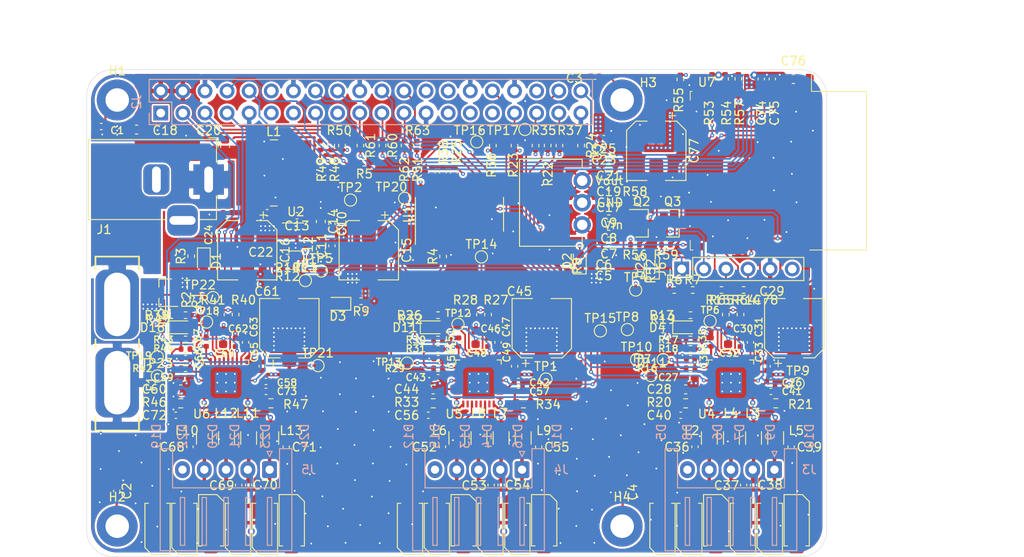
<source format=kicad_pcb>
(kicad_pcb (version 20171130) (host pcbnew 5.1.12-84ad8e8a86~92~ubuntu20.04.1)

  (general
    (thickness 1.6)
    (drawings 15)
    (tracks 1646)
    (zones 0)
    (modules 225)
    (nets 165)
  )

  (page A4)
  (layers
    (0 F.Cu signal)
    (1 In1.Cu power)
    (2 In2.Cu power)
    (31 B.Cu signal)
    (32 B.Adhes user hide)
    (33 F.Adhes user hide)
    (34 B.Paste user hide)
    (35 F.Paste user hide)
    (36 B.SilkS user hide)
    (37 F.SilkS user hide)
    (38 B.Mask user hide)
    (39 F.Mask user hide)
    (40 Dwgs.User user)
    (41 Cmts.User user hide)
    (42 Eco1.User user hide)
    (43 Eco2.User user hide)
    (44 Edge.Cuts user)
    (45 Margin user hide)
    (46 B.CrtYd user hide)
    (47 F.CrtYd user hide)
    (48 B.Fab user hide)
    (49 F.Fab user hide)
  )

  (setup
    (last_trace_width 0.2)
    (user_trace_width 0.2)
    (user_trace_width 0.25)
    (user_trace_width 0.3)
    (user_trace_width 0.35)
    (user_trace_width 0.4)
    (user_trace_width 0.45)
    (user_trace_width 0.5)
    (user_trace_width 0.6)
    (user_trace_width 0.7)
    (user_trace_width 0.8)
    (user_trace_width 0.9)
    (user_trace_width 1)
    (trace_clearance 0.2)
    (zone_clearance 0.2)
    (zone_45_only no)
    (trace_min 0.127)
    (via_size 0.8)
    (via_drill 0.4)
    (via_min_size 0.45)
    (via_min_drill 0.2)
    (user_via 0.45 0.2)
    (user_via 0.5 0.25)
    (user_via 0.6 0.3)
    (user_via 0.7 0.35)
    (user_via 0.8 0.4)
    (user_via 0.9 0.45)
    (user_via 1 0.5)
    (uvia_size 0.3)
    (uvia_drill 0.1)
    (uvias_allowed no)
    (uvia_min_size 0.2)
    (uvia_min_drill 0.1)
    (edge_width 0.05)
    (segment_width 0.2)
    (pcb_text_width 0.3)
    (pcb_text_size 1.5 1.5)
    (mod_edge_width 0.12)
    (mod_text_size 1 1)
    (mod_text_width 0.15)
    (pad_size 1.524 1.524)
    (pad_drill 0.762)
    (pad_to_mask_clearance 0)
    (aux_axis_origin 0 0)
    (grid_origin 120 116)
    (visible_elements 7FFFFFFF)
    (pcbplotparams
      (layerselection 0x010fc_ffffffff)
      (usegerberextensions false)
      (usegerberattributes true)
      (usegerberadvancedattributes true)
      (creategerberjobfile true)
      (excludeedgelayer true)
      (linewidth 0.100000)
      (plotframeref false)
      (viasonmask false)
      (mode 1)
      (useauxorigin false)
      (hpglpennumber 1)
      (hpglpenspeed 20)
      (hpglpendiameter 15.000000)
      (psnegative false)
      (psa4output false)
      (plotreference true)
      (plotvalue true)
      (plotinvisibletext false)
      (padsonsilk false)
      (subtractmaskfromsilk false)
      (outputformat 1)
      (mirror false)
      (drillshape 0)
      (scaleselection 1)
      (outputdirectory ""))
  )

  (net 0 "")
  (net 1 +12V)
  (net 2 GND)
  (net 3 +5V)
  (net 4 +3V3)
  (net 5 "/Motor driver 0/VREF")
  (net 6 /OA1_0)
  (net 7 /OA2_0)
  (net 8 /OB1_0)
  (net 9 /OB2_0)
  (net 10 "/Motor driver 1/VREF")
  (net 11 /OA1_1)
  (net 12 /OA2_1)
  (net 13 /OB1_1)
  (net 14 /OB2_1)
  (net 15 "/Motor driver 2/VREF")
  (net 16 /OA1_2)
  (net 17 /OA2_2)
  (net 18 /OB1_2)
  (net 19 /OB2_2)
  (net 20 "Net-(D1-Pad1)")
  (net 21 "Net-(D2-Pad1)")
  (net 22 "Net-(D3-Pad1)")
  (net 23 "Net-(D4-Pad1)")
  (net 24 "Net-(D11-Pad1)")
  (net 25 "Net-(D18-Pad1)")
  (net 26 "Net-(F1-Pad1)")
  (net 27 "Net-(F1-Pad2)")
  (net 28 /GPIO2_PI)
  (net 29 /GPIO3_PI)
  (net 30 /GPIO4_PI)
  (net 31 "/UART_TX(14)_PI")
  (net 32 "/UART_RX(15)_PI")
  (net 33 /GPIO17_PI)
  (net 34 /GPIO18_PI)
  (net 35 /GPIO27_PI)
  (net 36 /GPIO22_PI)
  (net 37 /GPIO23_PI)
  (net 38 /GPIO24_PI)
  (net 39 "/MOSI(10)_PI")
  (net 40 "/MISO(9)_PI")
  (net 41 /GPIO25_PI)
  (net 42 "/CLK(11)_PI")
  (net 43 "/CE0(8)_PI")
  (net 44 /GPIO7_PI)
  (net 45 /GPIO0_PI)
  (net 46 /GPIO1_PI)
  (net 47 /GPIO5_PI)
  (net 48 /GPIO6_PI)
  (net 49 "/PWM0(12)_PI")
  (net 50 "/PWM1(13)_PI")
  (net 51 /GPIO19_PI)
  (net 52 /GPIO16_PI)
  (net 53 /GPIO26_PI)
  (net 54 /GPIO20_PI)
  (net 55 /GPIO21_PI)
  (net 56 "Net-(J3-Pad5)")
  (net 57 "Net-(J4-Pad5)")
  (net 58 "Net-(J5-Pad5)")
  (net 59 /ESP8266/~RTS_ESP)
  (net 60 /ESP8266/~DTR_ESP)
  (net 61 /ESP8266/RX_ESP)
  (net 62 /ESP8266/TX_ESP)
  (net 63 "/Motor driver 0/OA1_FILTERED")
  (net 64 "/Motor driver 0/OA2_FILTERED")
  (net 65 "/Motor driver 0/OB1_FILTERED")
  (net 66 "/Motor driver 0/OB2_FILTERED")
  (net 67 "/Motor driver 1/OA1_FILTERED")
  (net 68 "/Motor driver 1/OA2_FILTERED")
  (net 69 "/Motor driver 1/OB1_FILTERED")
  (net 70 "/Motor driver 1/OB2_FILTERED")
  (net 71 "/Motor driver 2/OA1_FILTERED")
  (net 72 "/Motor driver 2/OA2_FILTERED")
  (net 73 "/Motor driver 2/OB1_FILTERED")
  (net 74 "/Motor driver 2/OB2_FILTERED")
  (net 75 "Net-(Q1-Pad1)")
  (net 76 "Net-(Q2-Pad1)")
  (net 77 "Net-(Q3-Pad1)")
  (net 78 /ESP8266/ADC_ESP)
  (net 79 /GPIO4_ESP)
  (net 80 "/Motor driver 0/DIAG")
  (net 81 "/Motor driver 0/VREF_OVR")
  (net 82 "/Motor driver 0/MS1")
  (net 83 "/Motor driver 0/MS2")
  (net 84 "/Motor driver 0/~PDN_UART")
  (net 85 "/Motor driver 1/DIAG")
  (net 86 "/Motor driver 1/VREF_OVR")
  (net 87 "/Motor driver 1/MS1")
  (net 88 "/Motor driver 1/MS2")
  (net 89 "/Motor driver 1/~PDN_UART")
  (net 90 "/Motor driver 2/DIAG")
  (net 91 "/Motor driver 2/VREF_OVR")
  (net 92 "/Motor driver 2/MS1")
  (net 93 "/Motor driver 2/MS2")
  (net 94 "/Motor driver 2/~PDN_UART")
  (net 95 "Net-(U1-Pad1)")
  (net 96 "Net-(U1-Pad2)")
  (net 97 "Net-(U1-Pad4)")
  (net 98 "Net-(U1-Pad5)")
  (net 99 "Net-(U1-Pad12)")
  (net 100 "Net-(U4-Pad2)")
  (net 101 "Net-(U5-Pad2)")
  (net 102 "Net-(U6-Pad2)")
  (net 103 /ESP8266/~RST)
  (net 104 VD)
  (net 105 "Net-(C1-Pad2)")
  (net 106 "Net-(C2-Pad2)")
  (net 107 "Net-(C3-Pad2)")
  (net 108 "Net-(C4-Pad2)")
  (net 109 "Net-(C13-Pad2)")
  (net 110 "Net-(C13-Pad1)")
  (net 111 "Net-(C31-Pad1)")
  (net 112 "Net-(C33-Pad2)")
  (net 113 "Net-(C33-Pad1)")
  (net 114 "Net-(C40-Pad2)")
  (net 115 "Net-(C41-Pad2)")
  (net 116 "Net-(C47-Pad1)")
  (net 117 "Net-(C49-Pad2)")
  (net 118 "Net-(C49-Pad1)")
  (net 119 "Net-(C56-Pad2)")
  (net 120 "Net-(C57-Pad2)")
  (net 121 "Net-(C63-Pad1)")
  (net 122 "Net-(C65-Pad2)")
  (net 123 "Net-(C65-Pad1)")
  (net 124 "Net-(C72-Pad2)")
  (net 125 "Net-(C73-Pad2)")
  (net 126 "/Motor driver 0/V5V_REF")
  (net 127 "/Motor driver 1/V5V_REF")
  (net 128 "/Motor driver 2/V5V_REF")
  (net 129 "Net-(U4-Pad31)")
  (net 130 "Net-(U4-Pad29)")
  (net 131 "Net-(U4-Pad28)")
  (net 132 "Net-(U4-Pad26)")
  (net 133 "Net-(U4-Pad23)")
  (net 134 "Net-(U4-Pad21)")
  (net 135 "Net-(U4-Pad4)")
  (net 136 "Net-(U5-Pad31)")
  (net 137 "Net-(U5-Pad29)")
  (net 138 "Net-(U5-Pad28)")
  (net 139 "Net-(U5-Pad26)")
  (net 140 "Net-(U5-Pad23)")
  (net 141 "Net-(U5-Pad21)")
  (net 142 "Net-(U5-Pad4)")
  (net 143 "Net-(U6-Pad31)")
  (net 144 "Net-(U6-Pad29)")
  (net 145 "Net-(U6-Pad28)")
  (net 146 "Net-(U6-Pad26)")
  (net 147 "Net-(U6-Pad23)")
  (net 148 "Net-(U6-Pad21)")
  (net 149 "Net-(U6-Pad4)")
  (net 150 /ESP8266/GPIO5)
  (net 151 /ESP8266/GPIO0)
  (net 152 /ESP8266/GPIO2)
  (net 153 /ESP8266/EN)
  (net 154 /ESP8266/CS)
  (net 155 /ESP8266/MISO)
  (net 156 /ESP8266/MOSI)
  (net 157 /ESP8266/CLK)
  (net 158 /ESP8266/TX)
  (net 159 /ESP8266/RX)
  (net 160 "Net-(D25-Pad1)")
  (net 161 "Net-(R10-Pad1)")
  (net 162 "Net-(R19-Pad2)")
  (net 163 "Net-(R32-Pad2)")
  (net 164 "Net-(R45-Pad2)")

  (net_class Default "This is the default net class."
    (clearance 0.2)
    (trace_width 0.25)
    (via_dia 0.8)
    (via_drill 0.4)
    (uvia_dia 0.3)
    (uvia_drill 0.1)
    (add_net +12V)
    (add_net +3V3)
    (add_net +5V)
    (add_net "/CE0(8)_PI")
    (add_net "/CLK(11)_PI")
    (add_net /ESP8266/ADC_ESP)
    (add_net /ESP8266/CLK)
    (add_net /ESP8266/CS)
    (add_net /ESP8266/EN)
    (add_net /ESP8266/GPIO0)
    (add_net /ESP8266/GPIO2)
    (add_net /ESP8266/GPIO5)
    (add_net /ESP8266/MISO)
    (add_net /ESP8266/MOSI)
    (add_net /ESP8266/RX)
    (add_net /ESP8266/RX_ESP)
    (add_net /ESP8266/TX)
    (add_net /ESP8266/TX_ESP)
    (add_net /ESP8266/~DTR_ESP)
    (add_net /ESP8266/~RST)
    (add_net /ESP8266/~RTS_ESP)
    (add_net /GPIO0_PI)
    (add_net /GPIO16_PI)
    (add_net /GPIO17_PI)
    (add_net /GPIO18_PI)
    (add_net /GPIO19_PI)
    (add_net /GPIO1_PI)
    (add_net /GPIO20_PI)
    (add_net /GPIO21_PI)
    (add_net /GPIO22_PI)
    (add_net /GPIO23_PI)
    (add_net /GPIO24_PI)
    (add_net /GPIO25_PI)
    (add_net /GPIO26_PI)
    (add_net /GPIO27_PI)
    (add_net /GPIO2_PI)
    (add_net /GPIO3_PI)
    (add_net /GPIO4_ESP)
    (add_net /GPIO4_PI)
    (add_net /GPIO5_PI)
    (add_net /GPIO6_PI)
    (add_net /GPIO7_PI)
    (add_net "/MISO(9)_PI")
    (add_net "/MOSI(10)_PI")
    (add_net "/Motor driver 0/DIAG")
    (add_net "/Motor driver 0/MS1")
    (add_net "/Motor driver 0/MS2")
    (add_net "/Motor driver 0/OA1_FILTERED")
    (add_net "/Motor driver 0/OA2_FILTERED")
    (add_net "/Motor driver 0/OB1_FILTERED")
    (add_net "/Motor driver 0/OB2_FILTERED")
    (add_net "/Motor driver 0/V5V_REF")
    (add_net "/Motor driver 0/VREF")
    (add_net "/Motor driver 0/VREF_OVR")
    (add_net "/Motor driver 0/~PDN_UART")
    (add_net "/Motor driver 1/DIAG")
    (add_net "/Motor driver 1/MS1")
    (add_net "/Motor driver 1/MS2")
    (add_net "/Motor driver 1/OA1_FILTERED")
    (add_net "/Motor driver 1/OA2_FILTERED")
    (add_net "/Motor driver 1/OB1_FILTERED")
    (add_net "/Motor driver 1/OB2_FILTERED")
    (add_net "/Motor driver 1/V5V_REF")
    (add_net "/Motor driver 1/VREF")
    (add_net "/Motor driver 1/VREF_OVR")
    (add_net "/Motor driver 1/~PDN_UART")
    (add_net "/Motor driver 2/DIAG")
    (add_net "/Motor driver 2/MS1")
    (add_net "/Motor driver 2/MS2")
    (add_net "/Motor driver 2/OA1_FILTERED")
    (add_net "/Motor driver 2/OA2_FILTERED")
    (add_net "/Motor driver 2/OB1_FILTERED")
    (add_net "/Motor driver 2/OB2_FILTERED")
    (add_net "/Motor driver 2/V5V_REF")
    (add_net "/Motor driver 2/VREF")
    (add_net "/Motor driver 2/VREF_OVR")
    (add_net "/Motor driver 2/~PDN_UART")
    (add_net /OA1_0)
    (add_net /OA1_1)
    (add_net /OA1_2)
    (add_net /OA2_0)
    (add_net /OA2_1)
    (add_net /OA2_2)
    (add_net /OB1_0)
    (add_net /OB1_1)
    (add_net /OB1_2)
    (add_net /OB2_0)
    (add_net /OB2_1)
    (add_net /OB2_2)
    (add_net "/PWM0(12)_PI")
    (add_net "/PWM1(13)_PI")
    (add_net "/UART_RX(15)_PI")
    (add_net "/UART_TX(14)_PI")
    (add_net GND)
    (add_net "Net-(C1-Pad2)")
    (add_net "Net-(C13-Pad1)")
    (add_net "Net-(C13-Pad2)")
    (add_net "Net-(C2-Pad2)")
    (add_net "Net-(C3-Pad2)")
    (add_net "Net-(C31-Pad1)")
    (add_net "Net-(C33-Pad1)")
    (add_net "Net-(C33-Pad2)")
    (add_net "Net-(C4-Pad2)")
    (add_net "Net-(C40-Pad2)")
    (add_net "Net-(C41-Pad2)")
    (add_net "Net-(C47-Pad1)")
    (add_net "Net-(C49-Pad1)")
    (add_net "Net-(C49-Pad2)")
    (add_net "Net-(C56-Pad2)")
    (add_net "Net-(C57-Pad2)")
    (add_net "Net-(C63-Pad1)")
    (add_net "Net-(C65-Pad1)")
    (add_net "Net-(C65-Pad2)")
    (add_net "Net-(C72-Pad2)")
    (add_net "Net-(C73-Pad2)")
    (add_net "Net-(D1-Pad1)")
    (add_net "Net-(D11-Pad1)")
    (add_net "Net-(D18-Pad1)")
    (add_net "Net-(D2-Pad1)")
    (add_net "Net-(D25-Pad1)")
    (add_net "Net-(D3-Pad1)")
    (add_net "Net-(D4-Pad1)")
    (add_net "Net-(F1-Pad1)")
    (add_net "Net-(F1-Pad2)")
    (add_net "Net-(J3-Pad5)")
    (add_net "Net-(J4-Pad5)")
    (add_net "Net-(J5-Pad5)")
    (add_net "Net-(Q1-Pad1)")
    (add_net "Net-(Q2-Pad1)")
    (add_net "Net-(Q3-Pad1)")
    (add_net "Net-(R10-Pad1)")
    (add_net "Net-(R19-Pad2)")
    (add_net "Net-(R32-Pad2)")
    (add_net "Net-(R45-Pad2)")
    (add_net "Net-(U1-Pad1)")
    (add_net "Net-(U1-Pad12)")
    (add_net "Net-(U1-Pad2)")
    (add_net "Net-(U1-Pad4)")
    (add_net "Net-(U1-Pad5)")
    (add_net "Net-(U4-Pad2)")
    (add_net "Net-(U4-Pad21)")
    (add_net "Net-(U4-Pad23)")
    (add_net "Net-(U4-Pad26)")
    (add_net "Net-(U4-Pad28)")
    (add_net "Net-(U4-Pad29)")
    (add_net "Net-(U4-Pad31)")
    (add_net "Net-(U4-Pad4)")
    (add_net "Net-(U5-Pad2)")
    (add_net "Net-(U5-Pad21)")
    (add_net "Net-(U5-Pad23)")
    (add_net "Net-(U5-Pad26)")
    (add_net "Net-(U5-Pad28)")
    (add_net "Net-(U5-Pad29)")
    (add_net "Net-(U5-Pad31)")
    (add_net "Net-(U5-Pad4)")
    (add_net "Net-(U6-Pad2)")
    (add_net "Net-(U6-Pad21)")
    (add_net "Net-(U6-Pad23)")
    (add_net "Net-(U6-Pad26)")
    (add_net "Net-(U6-Pad28)")
    (add_net "Net-(U6-Pad29)")
    (add_net "Net-(U6-Pad31)")
    (add_net "Net-(U6-Pad4)")
    (add_net VD)
  )

  (module Resistor_SMD:R_0402_1005Metric (layer F.Cu) (tedit 5F68FEEE) (tstamp 61B50DC3)
    (at 151.889001 70.7)
    (descr "Resistor SMD 0402 (1005 Metric), square (rectangular) end terminal, IPC_7351 nominal, (Body size source: IPC-SM-782 page 72, https://www.pcb-3d.com/wordpress/wp-content/uploads/ipc-sm-782a_amendment_1_and_2.pdf), generated with kicad-footprint-generator")
    (tags resistor)
    (path /61C0D797)
    (attr smd)
    (fp_text reference R5 (at 0 1.3) (layer F.SilkS)
      (effects (font (size 1 1) (thickness 0.15)))
    )
    (fp_text value "10.2 k" (at 0 1.17) (layer F.Fab)
      (effects (font (size 1 1) (thickness 0.15)))
    )
    (fp_text user %R (at 0 0) (layer F.Fab)
      (effects (font (size 0.26 0.26) (thickness 0.04)))
    )
    (fp_line (start -0.525 0.27) (end -0.525 -0.27) (layer F.Fab) (width 0.1))
    (fp_line (start -0.525 -0.27) (end 0.525 -0.27) (layer F.Fab) (width 0.1))
    (fp_line (start 0.525 -0.27) (end 0.525 0.27) (layer F.Fab) (width 0.1))
    (fp_line (start 0.525 0.27) (end -0.525 0.27) (layer F.Fab) (width 0.1))
    (fp_line (start -0.153641 -0.38) (end 0.153641 -0.38) (layer F.SilkS) (width 0.12))
    (fp_line (start -0.153641 0.38) (end 0.153641 0.38) (layer F.SilkS) (width 0.12))
    (fp_line (start -0.93 0.47) (end -0.93 -0.47) (layer F.CrtYd) (width 0.05))
    (fp_line (start -0.93 -0.47) (end 0.93 -0.47) (layer F.CrtYd) (width 0.05))
    (fp_line (start 0.93 -0.47) (end 0.93 0.47) (layer F.CrtYd) (width 0.05))
    (fp_line (start 0.93 0.47) (end -0.93 0.47) (layer F.CrtYd) (width 0.05))
    (pad 2 smd roundrect (at 0.51 0) (size 0.54 0.64) (layers F.Cu F.Paste F.Mask) (roundrect_rratio 0.25)
      (net 2 GND))
    (pad 1 smd roundrect (at -0.51 0) (size 0.54 0.64) (layers F.Cu F.Paste F.Mask) (roundrect_rratio 0.25)
      (net 36 /GPIO22_PI))
    (model ${KISYS3DMOD}/Resistor_SMD.3dshapes/R_0402_1005Metric.wrl
      (at (xyz 0 0 0))
      (scale (xyz 1 1 1))
      (rotate (xyz 0 0 0))
    )
  )

  (module SaMcam_shield:Motor_Driver_Trinamic_TMC2202-WA (layer F.Cu) (tedit 6196AAFE) (tstamp 61A29B1D)
    (at 194 96 180)
    (descr "Motor driver")
    (tags "Motor driver")
    (path /60355F25/60356E5D)
    (attr smd)
    (fp_text reference U4 (at 2.8 -3.6) (layer F.SilkS)
      (effects (font (size 1 1) (thickness 0.15)))
    )
    (fp_text value TMC2202-WA_motor_driver (at 0 3.8) (layer F.Fab)
      (effects (font (size 1 1) (thickness 0.15)))
    )
    (fp_text user %R (at 0 -0.515001) (layer F.Fab)
      (effects (font (size 1 1) (thickness 0.15)))
    )
    (fp_line (start 2.135 -2.61) (end 2.61 -2.61) (layer F.SilkS) (width 0.12))
    (fp_line (start 2.61 -2.61) (end 2.61 -2.135) (layer F.SilkS) (width 0.12))
    (fp_line (start -2.135 2.61) (end -2.61 2.61) (layer F.SilkS) (width 0.12))
    (fp_line (start -2.61 2.61) (end -2.61 2.135) (layer F.SilkS) (width 0.12))
    (fp_line (start 2.135 2.61) (end 2.61 2.61) (layer F.SilkS) (width 0.12))
    (fp_line (start 2.61 2.61) (end 2.61 2.135) (layer F.SilkS) (width 0.12))
    (fp_line (start -2.135 -2.61) (end -2.61 -2.61) (layer F.SilkS) (width 0.12))
    (fp_line (start -1.5 -2.5) (end 2.5 -2.5) (layer F.Fab) (width 0.1))
    (fp_line (start 2.5 -2.5) (end 2.5 2.5) (layer F.Fab) (width 0.1))
    (fp_line (start 2.5 2.5) (end -2.5 2.5) (layer F.Fab) (width 0.1))
    (fp_line (start -2.5 2.5) (end -2.5 -1.5) (layer F.Fab) (width 0.1))
    (fp_line (start -2.5 -1.5) (end -1.5 -2.5) (layer F.Fab) (width 0.1))
    (fp_line (start -3.1 -3.1) (end -3.1 3.1) (layer F.CrtYd) (width 0.05))
    (fp_line (start -3.1 3.1) (end 3.1 3.1) (layer F.CrtYd) (width 0.05))
    (fp_line (start 3.1 3.1) (end 3.1 -3.1) (layer F.CrtYd) (width 0.05))
    (fp_line (start 3.1 -3.1) (end -3.1 -3.1) (layer F.CrtYd) (width 0.05))
    (pad "" smd custom (at 1.425 1.425 180) (size 0.601758 0.601758) (layers F.Paste)
      (options (clearance outline) (anchor circle))
      (primitives
        (gr_poly (pts
           (xy -0.259112 -0.189911) (xy -0.189911 -0.259112) (xy 0.259112 -0.259112) (xy 0.259112 0.259112) (xy -0.259112 0.259112)
) (width 0.167068))
      ))
    (pad "" smd custom (at 1.425 -1.425 180) (size 0.601758 0.601758) (layers F.Paste)
      (options (clearance outline) (anchor circle))
      (primitives
        (gr_poly (pts
           (xy -0.259112 -0.259112) (xy 0.259112 -0.259112) (xy 0.259112 0.259112) (xy -0.189911 0.259112) (xy -0.259112 0.189911)
) (width 0.167068))
      ))
    (pad "" smd custom (at -1.425 1.425 180) (size 0.601758 0.601758) (layers F.Paste)
      (options (clearance outline) (anchor circle))
      (primitives
        (gr_poly (pts
           (xy -0.259112 -0.259112) (xy 0.189911 -0.259112) (xy 0.259112 -0.189911) (xy 0.259112 0.259112) (xy -0.259112 0.259112)
) (width 0.167068))
      ))
    (pad "" smd custom (at -1.425 -1.425 180) (size 0.601758 0.601758) (layers F.Paste)
      (options (clearance outline) (anchor circle))
      (primitives
        (gr_poly (pts
           (xy -0.259112 -0.259112) (xy 0.259112 -0.259112) (xy 0.259112 0.189911) (xy 0.189911 0.259112) (xy -0.259112 0.259112)
) (width 0.167068))
      ))
    (pad "" smd custom (at 0.5 1.425 180) (size 0.612035 0.612035) (layers F.Paste)
      (options (clearance outline) (anchor circle))
      (primitives
        (gr_poly (pts
           (xy -0.329856 -0.2087) (xy -0.269167 -0.269389) (xy 0.269167 -0.269389) (xy 0.329856 -0.2087) (xy 0.329856 0.269389)
           (xy -0.329856 0.269389)) (width 0.146515))
      ))
    (pad "" smd custom (at -0.5 1.425 180) (size 0.612035 0.612035) (layers F.Paste)
      (options (clearance outline) (anchor circle))
      (primitives
        (gr_poly (pts
           (xy -0.329856 -0.2087) (xy -0.269167 -0.269389) (xy 0.269167 -0.269389) (xy 0.329856 -0.2087) (xy 0.329856 0.269389)
           (xy -0.329856 0.269389)) (width 0.146515))
      ))
    (pad "" smd custom (at 0.5 -1.425 180) (size 0.612035 0.612035) (layers F.Paste)
      (options (clearance outline) (anchor circle))
      (primitives
        (gr_poly (pts
           (xy -0.329856 -0.269389) (xy 0.329856 -0.269389) (xy 0.329856 0.2087) (xy 0.269167 0.269389) (xy -0.269167 0.269389)
           (xy -0.329856 0.2087)) (width 0.146515))
      ))
    (pad "" smd custom (at -0.5 -1.425 180) (size 0.612035 0.612035) (layers F.Paste)
      (options (clearance outline) (anchor circle))
      (primitives
        (gr_poly (pts
           (xy -0.329856 -0.269389) (xy 0.329856 -0.269389) (xy 0.329856 0.2087) (xy 0.269167 0.269389) (xy -0.269167 0.269389)
           (xy -0.329856 0.2087)) (width 0.146515))
      ))
    (pad "" smd custom (at 1.425 0.5 180) (size 0.612035 0.612035) (layers F.Paste)
      (options (clearance outline) (anchor circle))
      (primitives
        (gr_poly (pts
           (xy -0.269389 -0.269167) (xy -0.2087 -0.329856) (xy 0.269389 -0.329856) (xy 0.269389 0.329856) (xy -0.2087 0.329856)
           (xy -0.269389 0.269167)) (width 0.146515))
      ))
    (pad "" smd custom (at 1.425 -0.5 180) (size 0.612035 0.612035) (layers F.Paste)
      (options (clearance outline) (anchor circle))
      (primitives
        (gr_poly (pts
           (xy -0.269389 -0.269167) (xy -0.2087 -0.329856) (xy 0.269389 -0.329856) (xy 0.269389 0.329856) (xy -0.2087 0.329856)
           (xy -0.269389 0.269167)) (width 0.146515))
      ))
    (pad "" smd custom (at -1.425 0.5 180) (size 0.612035 0.612035) (layers F.Paste)
      (options (clearance outline) (anchor circle))
      (primitives
        (gr_poly (pts
           (xy -0.269389 -0.329856) (xy 0.2087 -0.329856) (xy 0.269389 -0.269167) (xy 0.269389 0.269167) (xy 0.2087 0.329856)
           (xy -0.269389 0.329856)) (width 0.146515))
      ))
    (pad "" smd custom (at -1.425 -0.5 180) (size 0.612035 0.612035) (layers F.Paste)
      (options (clearance outline) (anchor circle))
      (primitives
        (gr_poly (pts
           (xy -0.269389 -0.329856) (xy 0.2087 -0.329856) (xy 0.269389 -0.269167) (xy 0.269389 0.269167) (xy 0.2087 0.329856)
           (xy -0.269389 0.329856)) (width 0.146515))
      ))
    (pad "" smd roundrect (at 0.5 0.5 180) (size 0.806226 0.806226) (layers F.Paste) (roundrect_rratio 0.25))
    (pad "" smd roundrect (at 0.5 -0.5 180) (size 0.806226 0.806226) (layers F.Paste) (roundrect_rratio 0.25))
    (pad "" smd roundrect (at -0.5 0.5 180) (size 0.806226 0.806226) (layers F.Paste) (roundrect_rratio 0.25))
    (pad "" smd roundrect (at -0.5 -0.5 180) (size 0.806226 0.806226) (layers F.Paste) (roundrect_rratio 0.25))
    (pad 33 smd rect (at 0 0 180) (size 2.5 2.5) (layers B.Cu)
      (net 2 GND))
    (pad 33 thru_hole circle (at 1 1 180) (size 0.5 0.5) (drill 0.2) (layers *.Cu)
      (net 2 GND))
    (pad 33 thru_hole circle (at 0 1 180) (size 0.5 0.5) (drill 0.2) (layers *.Cu)
      (net 2 GND))
    (pad 33 thru_hole circle (at -1 1 180) (size 0.5 0.5) (drill 0.2) (layers *.Cu)
      (net 2 GND))
    (pad 33 thru_hole circle (at 1 0 180) (size 0.5 0.5) (drill 0.2) (layers *.Cu)
      (net 2 GND))
    (pad 33 thru_hole circle (at 0 0 180) (size 0.5 0.5) (drill 0.2) (layers *.Cu)
      (net 2 GND))
    (pad 33 thru_hole circle (at -1 0 180) (size 0.5 0.5) (drill 0.2) (layers *.Cu)
      (net 2 GND))
    (pad 33 thru_hole circle (at 1 -1 180) (size 0.5 0.5) (drill 0.2) (layers *.Cu)
      (net 2 GND))
    (pad 33 thru_hole circle (at 0 -1 180) (size 0.5 0.5) (drill 0.2) (layers *.Cu)
      (net 2 GND))
    (pad 33 thru_hole circle (at -1 -1 180) (size 0.5 0.5) (drill 0.2) (layers *.Cu)
      (net 2 GND))
    (pad 33 smd rect (at 0 0 180) (size 3.7 3.7) (layers F.Cu F.Mask)
      (net 2 GND))
    (pad 32 smd roundrect (at -1.75 -2.45 180) (size 0.25 0.8) (layers F.Cu F.Paste F.Mask) (roundrect_rratio 0.25)
      (net 115 "Net-(C41-Pad2)"))
    (pad 31 smd roundrect (at -1.25 -2.45 180) (size 0.25 0.8) (layers F.Cu F.Paste F.Mask) (roundrect_rratio 0.25)
      (net 129 "Net-(U4-Pad31)"))
    (pad 30 smd roundrect (at -0.75 -2.45 180) (size 0.25 0.8) (layers F.Cu F.Paste F.Mask) (roundrect_rratio 0.25)
      (net 65 "/Motor driver 0/OB1_FILTERED"))
    (pad 29 smd roundrect (at -0.25 -2.45 180) (size 0.25 0.8) (layers F.Cu F.Paste F.Mask) (roundrect_rratio 0.25)
      (net 130 "Net-(U4-Pad29)"))
    (pad 28 smd roundrect (at 0.25 -2.45 180) (size 0.25 0.8) (layers F.Cu F.Paste F.Mask) (roundrect_rratio 0.25)
      (net 131 "Net-(U4-Pad28)"))
    (pad 27 smd roundrect (at 0.75 -2.45 180) (size 0.25 0.8) (layers F.Cu F.Paste F.Mask) (roundrect_rratio 0.25)
      (net 63 "/Motor driver 0/OA1_FILTERED"))
    (pad 26 smd roundrect (at 1.25 -2.45 180) (size 0.25 0.8) (layers F.Cu F.Paste F.Mask) (roundrect_rratio 0.25)
      (net 132 "Net-(U4-Pad26)"))
    (pad 25 smd roundrect (at 1.75 -2.45 180) (size 0.25 0.8) (layers F.Cu F.Paste F.Mask) (roundrect_rratio 0.25)
      (net 114 "Net-(C40-Pad2)"))
    (pad 24 smd roundrect (at 2.45 -1.75 180) (size 0.8 0.25) (layers F.Cu F.Paste F.Mask) (roundrect_rratio 0.25)
      (net 64 "/Motor driver 0/OA2_FILTERED"))
    (pad 23 smd roundrect (at 2.45 -1.25 180) (size 0.8 0.25) (layers F.Cu F.Paste F.Mask) (roundrect_rratio 0.25)
      (net 133 "Net-(U4-Pad23)"))
    (pad 22 smd roundrect (at 2.45 -0.75 180) (size 0.8 0.25) (layers F.Cu F.Paste F.Mask) (roundrect_rratio 0.25)
      (net 1 +12V))
    (pad 21 smd roundrect (at 2.45 -0.25 180) (size 0.8 0.25) (layers F.Cu F.Paste F.Mask) (roundrect_rratio 0.25)
      (net 134 "Net-(U4-Pad21)"))
    (pad 20 smd roundrect (at 2.45 0.25 180) (size 0.8 0.25) (layers F.Cu F.Paste F.Mask) (roundrect_rratio 0.25)
      (net 54 /GPIO20_PI))
    (pad 19 smd roundrect (at 2.45 0.75 180) (size 0.8 0.25) (layers F.Cu F.Paste F.Mask) (roundrect_rratio 0.25)
      (net 2 GND))
    (pad 18 smd roundrect (at 2.45 1.25 180) (size 0.8 0.25) (layers F.Cu F.Paste F.Mask) (roundrect_rratio 0.25)
      (net 5 "/Motor driver 0/VREF"))
    (pad 17 smd roundrect (at 2.45 1.75 180) (size 0.8 0.25) (layers F.Cu F.Paste F.Mask) (roundrect_rratio 0.25)
      (net 50 "/PWM1(13)_PI"))
    (pad 16 smd roundrect (at 1.75 2.45 180) (size 0.25 0.8) (layers F.Cu F.Paste F.Mask) (roundrect_rratio 0.25)
      (net 104 VD))
    (pad 15 smd roundrect (at 1.25 2.45 180) (size 0.25 0.8) (layers F.Cu F.Paste F.Mask) (roundrect_rratio 0.25)
      (net 162 "Net-(R19-Pad2)"))
    (pad 14 smd roundrect (at 0.75 2.45 180) (size 0.25 0.8) (layers F.Cu F.Paste F.Mask) (roundrect_rratio 0.25)
      (net 2 GND))
    (pad 13 smd roundrect (at 0.25 2.45 180) (size 0.25 0.8) (layers F.Cu F.Paste F.Mask) (roundrect_rratio 0.25)
      (net 80 "/Motor driver 0/DIAG"))
    (pad 12 smd roundrect (at -0.25 2.45 180) (size 0.25 0.8) (layers F.Cu F.Paste F.Mask) (roundrect_rratio 0.25)
      (net 83 "/Motor driver 0/MS2"))
    (pad 11 smd roundrect (at -0.75 2.45 180) (size 0.25 0.8) (layers F.Cu F.Paste F.Mask) (roundrect_rratio 0.25)
      (net 82 "/Motor driver 0/MS1"))
    (pad 10 smd roundrect (at -1.25 2.45 180) (size 0.25 0.8) (layers F.Cu F.Paste F.Mask) (roundrect_rratio 0.25)
      (net 126 "/Motor driver 0/V5V_REF"))
    (pad 9 smd roundrect (at -1.75 2.45 180) (size 0.25 0.8) (layers F.Cu F.Paste F.Mask) (roundrect_rratio 0.25)
      (net 111 "Net-(C31-Pad1)"))
    (pad 8 smd roundrect (at -2.45 1.75 180) (size 0.8 0.25) (layers F.Cu F.Paste F.Mask) (roundrect_rratio 0.25)
      (net 113 "Net-(C33-Pad1)"))
    (pad 7 smd roundrect (at -2.45 1.25 180) (size 0.8 0.25) (layers F.Cu F.Paste F.Mask) (roundrect_rratio 0.25)
      (net 112 "Net-(C33-Pad2)"))
    (pad 6 smd roundrect (at -2.45 0.75 180) (size 0.8 0.25) (layers F.Cu F.Paste F.Mask) (roundrect_rratio 0.25)
      (net 2 GND))
    (pad 5 smd roundrect (at -2.45 0.25 180) (size 0.8 0.25) (layers F.Cu F.Paste F.Mask) (roundrect_rratio 0.25)
      (net 55 /GPIO21_PI))
    (pad 4 smd roundrect (at -2.45 -0.25 180) (size 0.8 0.25) (layers F.Cu F.Paste F.Mask) (roundrect_rratio 0.25)
      (net 135 "Net-(U4-Pad4)"))
    (pad 3 smd roundrect (at -2.45 -0.75 180) (size 0.8 0.25) (layers F.Cu F.Paste F.Mask) (roundrect_rratio 0.25)
      (net 1 +12V))
    (pad 2 smd roundrect (at -2.45 -1.25 180) (size 0.8 0.25) (layers F.Cu F.Paste F.Mask) (roundrect_rratio 0.25)
      (net 100 "Net-(U4-Pad2)"))
    (pad 1 smd roundrect (at -2.45 -1.75 180) (size 0.8 0.25) (layers F.Cu F.Paste F.Mask) (roundrect_rratio 0.25)
      (net 66 "/Motor driver 0/OB2_FILTERED"))
    (model ${KIPRJMOD}/packages3d/Motor_Driver_Trinamic_TMC2202-WA.stp
      (at (xyz 0 0 0))
      (scale (xyz 1 1 1))
      (rotate (xyz 0 0 0))
    )
  )

  (module RF_Module:ESP-WROOM-02 (layer F.Cu) (tedit 5B5B45D7) (tstamp 61AB7658)
    (at 196.342 71.628 270)
    (descr http://espressif.com/sites/default/files/documentation/0c-esp-wroom-02_datasheet_en.pdf)
    (tags "ESP WROOM-02 espressif esp8266ex")
    (path /61A0DE56/61A1CA55)
    (attr smd)
    (fp_text reference U7 (at -10.17 5.13) (layer F.SilkS)
      (effects (font (size 1 1) (thickness 0.15)))
    )
    (fp_text value ESP-WROOM-02 (at 0 8.33 90) (layer F.Fab)
      (effects (font (size 1 1) (thickness 0.15)))
    )
    (fp_text user %R (at 0 0 90) (layer F.Fab)
      (effects (font (size 1 1) (thickness 0.15)))
    )
    (fp_text user "KEEP-OUT ZONE" (at 0 -16 90) (layer Cmts.User)
      (effects (font (size 1 1) (thickness 0.15)))
    )
    (fp_text user Antenna (at 0 -10 90) (layer Cmts.User)
      (effects (font (size 1 1) (thickness 0.15)))
    )
    (fp_text user "5 mm" (at 11.8 -11.2 90) (layer Cmts.User)
      (effects (font (size 0.5 0.5) (thickness 0.1)))
    )
    (fp_text user "5 mm" (at -11.2 -11.2 90) (layer Cmts.User)
      (effects (font (size 0.5 0.5) (thickness 0.1)))
    )
    (fp_text user "5 mm" (at 7.8 -15.9) (layer Cmts.User)
      (effects (font (size 0.5 0.5) (thickness 0.1)))
    )
    (fp_line (start -9.12 -6.9) (end -11 -6.9) (layer F.SilkS) (width 0.1))
    (fp_line (start -9.12 -13.22) (end -9.12 -6.9) (layer F.SilkS) (width 0.1))
    (fp_line (start 9.12 -13.22) (end 9.12 -6.7) (layer F.SilkS) (width 0.1))
    (fp_line (start -9.12 -13.22) (end 9.12 -13.22) (layer F.SilkS) (width 0.1))
    (fp_line (start 8 7.02) (end 9.12 7.02) (layer F.SilkS) (width 0.1))
    (fp_line (start 9.12 6.7) (end 9.12 7) (layer F.SilkS) (width 0.1))
    (fp_line (start -9.12 7.02) (end -8.1 7.02) (layer F.SilkS) (width 0.1))
    (fp_line (start -9.12 6.8) (end -9.12 7.02) (layer F.SilkS) (width 0.1))
    (fp_line (start 8.3 -17.9) (end 8.1 -17.7) (layer Cmts.User) (width 0.1))
    (fp_line (start 8.3 -13.3) (end 8.3 -17.9) (layer Cmts.User) (width 0.1))
    (fp_line (start 8.3 -17.9) (end 8.5 -17.7) (layer Cmts.User) (width 0.1))
    (fp_line (start 8.3 -13.3) (end 8.5 -13.5) (layer Cmts.User) (width 0.1))
    (fp_line (start 8.3 -13.3) (end 8.1 -13.5) (layer Cmts.User) (width 0.1))
    (fp_line (start -9.2 -10.7) (end -9.4 -10.9) (layer Cmts.User) (width 0.1))
    (fp_line (start -13.8 -10.7) (end -9.2 -10.7) (layer Cmts.User) (width 0.1))
    (fp_line (start -9.2 -10.7) (end -9.4 -10.5) (layer Cmts.User) (width 0.1))
    (fp_line (start -13.8 -10.7) (end -13.6 -10.5) (layer Cmts.User) (width 0.1))
    (fp_line (start -13.8 -10.7) (end -13.6 -10.9) (layer Cmts.User) (width 0.1))
    (fp_line (start 9.2 -10.7) (end 9.4 -10.5) (layer Cmts.User) (width 0.1))
    (fp_line (start 9.2 -10.7) (end 9.4 -10.9) (layer Cmts.User) (width 0.1))
    (fp_line (start 13.8 -10.7) (end 13.6 -10.5) (layer Cmts.User) (width 0.1))
    (fp_line (start 13.8 -10.7) (end 13.6 -10.9) (layer Cmts.User) (width 0.1))
    (fp_line (start 9.2 -10.7) (end 13.8 -10.7) (layer Cmts.User) (width 0.1))
    (fp_line (start 14 -8.41) (end 12 -6.795) (layer Dwgs.User) (width 0.1))
    (fp_line (start 14 -10.025) (end 10 -6.795) (layer Dwgs.User) (width 0.1))
    (fp_line (start 14 -11.64) (end 8 -6.795) (layer Dwgs.User) (width 0.1))
    (fp_line (start 14 -13.255) (end 6 -6.795) (layer Dwgs.User) (width 0.1))
    (fp_line (start 14 -14.87) (end 4 -6.795) (layer Dwgs.User) (width 0.1))
    (fp_line (start 14 -16.485) (end 2 -6.795) (layer Dwgs.User) (width 0.1))
    (fp_line (start 14 -18.1) (end 0 -6.795) (layer Dwgs.User) (width 0.1))
    (fp_line (start 12 -18.1) (end -2 -6.795) (layer Dwgs.User) (width 0.1))
    (fp_line (start 10 -18.1) (end -4 -6.795) (layer Dwgs.User) (width 0.1))
    (fp_line (start 8 -18.1) (end -6 -6.795) (layer Dwgs.User) (width 0.1))
    (fp_line (start -8 -6.795) (end 6 -18.1) (layer Dwgs.User) (width 0.1))
    (fp_line (start 4 -18.1) (end -10 -6.795) (layer Dwgs.User) (width 0.1))
    (fp_line (start 2 -18.1) (end -12 -6.795) (layer Dwgs.User) (width 0.1))
    (fp_line (start 0 -18.1) (end -14 -6.795) (layer Dwgs.User) (width 0.1))
    (fp_line (start -2 -18.1) (end -14 -8.41) (layer Dwgs.User) (width 0.1))
    (fp_line (start -4 -18.1) (end -14 -10.025) (layer Dwgs.User) (width 0.1))
    (fp_line (start -6 -18.1) (end -14 -11.64) (layer Dwgs.User) (width 0.1))
    (fp_line (start -8 -18.1) (end -14 -13.255) (layer Dwgs.User) (width 0.1))
    (fp_line (start -10 -18.1) (end -14 -14.87) (layer Dwgs.User) (width 0.1))
    (fp_line (start -12 -18.1) (end -14 -16.485) (layer Dwgs.User) (width 0.1))
    (fp_line (start 9.41 -6.55) (end 14.25 -6.55) (layer F.CrtYd) (width 0.05))
    (fp_line (start -14.25 -6.55) (end -9.41 -6.55) (layer F.CrtYd) (width 0.05))
    (fp_line (start 14.25 -18.35) (end 14.25 -6.55) (layer F.CrtYd) (width 0.05))
    (fp_line (start -14.25 -18.35) (end -14.25 -6.55) (layer F.CrtYd) (width 0.05))
    (fp_line (start 14 -18.1) (end -14 -18.1) (layer Dwgs.User) (width 0.1))
    (fp_line (start 14 -6.8) (end 14 -18.1) (layer Dwgs.User) (width 0.1))
    (fp_line (start -9 -13.1) (end 9 -13.1) (layer Dwgs.User) (width 0.1))
    (fp_line (start 9 -13.1) (end 9 -6.78) (layer Dwgs.User) (width 0.1))
    (fp_line (start 14 -6.8) (end -14 -6.8) (layer Dwgs.User) (width 0.1))
    (fp_line (start -9 -6.8) (end -9 -13.1) (layer Dwgs.User) (width 0.1))
    (fp_line (start -8.5 -7) (end -9 -6.5) (layer F.Fab) (width 0.1))
    (fp_line (start -9 -7.5) (end -8.5 -7) (layer F.Fab) (width 0.1))
    (fp_line (start -9 -6.5) (end -9 6.9) (layer F.Fab) (width 0.1))
    (fp_line (start -14.25 -18.35) (end 14.25 -18.35) (layer F.CrtYd) (width 0.05))
    (fp_line (start 9.41 -6.55) (end 9.41 7.15) (layer F.CrtYd) (width 0.05))
    (fp_line (start -9.41 7.15) (end 9.41 7.15) (layer F.CrtYd) (width 0.05))
    (fp_line (start -9.41 7.15) (end -9.41 -6.55) (layer F.CrtYd) (width 0.05))
    (fp_line (start -9 -13.1) (end 9 -13.1) (layer F.Fab) (width 0.1))
    (fp_line (start -9 -13.1) (end -9 -7.5) (layer F.Fab) (width 0.1))
    (fp_line (start -9 6.9) (end 9 6.9) (layer F.Fab) (width 0.1))
    (fp_line (start 9 6.9) (end 9 -13.1) (layer F.Fab) (width 0.1))
    (fp_line (start -14 -6.8) (end -14 -18.1) (layer Dwgs.User) (width 0.1))
    (pad 19 smd rect (at 1.12 0.58 270) (size 4.3 4.3) (layers F.Cu F.Paste F.Mask)
      (net 2 GND))
    (pad 1 smd rect (at -8.7375 -6 270) (size 0.85 0.9125) (layers F.Cu F.Paste F.Mask)
      (net 4 +3V3))
    (pad 2 smd rect (at -8.7375 -4.5 270) (size 0.85 0.9125) (layers F.Cu F.Paste F.Mask)
      (net 153 /ESP8266/EN))
    (pad 3 smd rect (at -8.7375 -3 270) (size 0.85 0.9125) (layers F.Cu F.Paste F.Mask)
      (net 157 /ESP8266/CLK))
    (pad 4 smd rect (at -8.7375 -1.5 270) (size 0.85 0.9125) (layers F.Cu F.Paste F.Mask)
      (net 155 /ESP8266/MISO))
    (pad 5 smd rect (at -8.7375 0 270) (size 0.85 0.9125) (layers F.Cu F.Paste F.Mask)
      (net 156 /ESP8266/MOSI))
    (pad 6 smd rect (at -8.7375 1.5 270) (size 0.85 0.9125) (layers F.Cu F.Paste F.Mask)
      (net 154 /ESP8266/CS))
    (pad 7 smd rect (at -8.7375 3 270) (size 0.85 0.9125) (layers F.Cu F.Paste F.Mask)
      (net 152 /ESP8266/GPIO2))
    (pad 8 smd rect (at -8.7375 4.5 270) (size 0.85 0.9125) (layers F.Cu F.Paste F.Mask)
      (net 151 /ESP8266/GPIO0))
    (pad 9 smd rect (at -8.7375 6 270) (size 0.85 0.9125) (layers F.Cu F.Paste F.Mask)
      (net 2 GND))
    (pad 10 smd rect (at 8.7375 6 270) (size 0.85 0.9125) (layers F.Cu F.Paste F.Mask)
      (net 79 /GPIO4_ESP))
    (pad 11 smd rect (at 8.7375 4.5 270) (size 0.85 0.9125) (layers F.Cu F.Paste F.Mask)
      (net 159 /ESP8266/RX))
    (pad 12 smd rect (at 8.7375 3 270) (size 0.85 0.9125) (layers F.Cu F.Paste F.Mask)
      (net 158 /ESP8266/TX))
    (pad 13 smd rect (at 8.7375 1.5 270) (size 0.85 0.9125) (layers F.Cu F.Paste F.Mask)
      (net 2 GND))
    (pad 14 smd rect (at 8.7375 0 270) (size 0.85 0.9125) (layers F.Cu F.Paste F.Mask)
      (net 150 /ESP8266/GPIO5))
    (pad 15 smd rect (at 8.7375 -1.5 270) (size 0.85 0.9125) (layers F.Cu F.Paste F.Mask)
      (net 103 /ESP8266/~RST))
    (pad 16 smd rect (at 8.7375 -3 270) (size 0.85 0.9125) (layers F.Cu F.Paste F.Mask)
      (net 78 /ESP8266/ADC_ESP))
    (pad 17 smd rect (at 8.7375 -4.5 270) (size 0.85 0.9125) (layers F.Cu F.Paste F.Mask)
      (net 103 /ESP8266/~RST))
    (pad 18 smd rect (at 8.7375 -6 270) (size 0.85 0.9125) (layers F.Cu F.Paste F.Mask)
      (net 2 GND))
    (model ${KISYS3DMOD}/RF_Module.3dshapes/ESP-WROOM-02.wrl
      (at (xyz 0 0 0))
      (scale (xyz 1 1 1))
      (rotate (xyz 0 0 0))
    )
  )

  (module SaMcam_shield:Switching_Reg_3V3_500mA_Gaptec_LMO78_0.5A (layer F.Cu) (tedit 61B47A01) (tstamp 61AB7B32)
    (at 176.911 75.311 90)
    (path /60C6E8D2/618BC799)
    (fp_text reference U3 (at 5.8 1.7 90) (layer F.SilkS)
      (effects (font (size 1 1) (thickness 0.15)))
    )
    (fp_text value LMO78_0.5A (at 0 -9 90) (layer F.Fab)
      (effects (font (size 1 1) (thickness 0.15)))
    )
    (fp_text user Vout (at 2.54 4.826) (layer F.SilkS)
      (effects (font (size 1 1) (thickness 0.15)) (justify right))
    )
    (fp_text user GND (at 0 4.826) (layer F.SilkS)
      (effects (font (size 1 1) (thickness 0.15)) (justify right))
    )
    (fp_text user Vin (at -2.54 4.826) (layer F.SilkS)
      (effects (font (size 1 1) (thickness 0.15)) (justify right))
    )
    (fp_line (start 5 -7.2) (end 5 0) (layer F.CrtYd) (width 0.05))
    (fp_line (start -5 -7.2) (end 5 -7.2) (layer F.CrtYd) (width 0.05))
    (fp_line (start -5 0) (end -5 -7.2) (layer F.CrtYd) (width 0.05))
    (fp_line (start 5 0) (end -5 0) (layer F.CrtYd) (width 0.05))
    (fp_line (start 5 0) (end 4 0) (layer F.SilkS) (width 0.12))
    (fp_line (start -5 -7.2) (end 5 -7.2) (layer F.SilkS) (width 0.12))
    (fp_line (start -5 -7.2) (end -5 0) (layer F.SilkS) (width 0.12))
    (fp_line (start -4 0) (end -5 0) (layer F.SilkS) (width 0.12))
    (fp_line (start 5 -7.2) (end 5 0) (layer F.SilkS) (width 0.12))
    (pad 3 thru_hole circle (at 2.54 0 90) (size 2 2) (drill 1.2) (layers *.Cu *.Mask)
      (net 4 +3V3))
    (pad 2 thru_hole circle (at 0 0 90) (size 2 2) (drill 1.2) (layers *.Cu *.Mask)
      (net 2 GND))
    (pad 1 thru_hole circle (at -2.54 0 90) (size 2 2) (drill 1.2) (layers *.Cu *.Mask)
      (net 1 +12V))
    (model ${KIPRJMOD}/packages3d/Switching_Reg_3V3_500mA_Gaptec_LMO78_0.5A.stp
      (at (xyz 0 0 0))
      (scale (xyz 1 1 1))
      (rotate (xyz 0 0 0))
    )
  )

  (module SaMcam_shield:CP_Elec_6.3x3 (layer F.Cu) (tedit 61A007AF) (tstamp 61960436)
    (at 185.42 69.342 270)
    (descr "SMD capacitor, aluminum electrolytic, Nichicon, 6.3x3.0mm")
    (tags "capacitor electrolytic")
    (path /61A0DE56/61A1CAB1)
    (attr smd)
    (fp_text reference C77 (at 0 -4.35 90) (layer F.SilkS)
      (effects (font (size 1 1) (thickness 0.15)))
    )
    (fp_text value "100 uF" (at 0 4.35 90) (layer F.Fab)
      (effects (font (size 1 1) (thickness 0.15)))
    )
    (fp_text user %R (at 0 0 90) (layer F.Fab)
      (effects (font (size 1 1) (thickness 0.15)))
    )
    (fp_line (start -4.7 1.05) (end -3.55 1.05) (layer F.CrtYd) (width 0.05))
    (fp_line (start -4.7 -1.05) (end -4.7 1.05) (layer F.CrtYd) (width 0.05))
    (fp_line (start -3.55 -1.05) (end -4.7 -1.05) (layer F.CrtYd) (width 0.05))
    (fp_line (start -3.55 1.05) (end -3.55 2.4) (layer F.CrtYd) (width 0.05))
    (fp_line (start -3.55 -2.4) (end -3.55 -1.05) (layer F.CrtYd) (width 0.05))
    (fp_line (start -3.55 -2.4) (end -2.4 -3.55) (layer F.CrtYd) (width 0.05))
    (fp_line (start -3.55 2.4) (end -2.4 3.55) (layer F.CrtYd) (width 0.05))
    (fp_line (start -2.4 -3.55) (end 3.55 -3.55) (layer F.CrtYd) (width 0.05))
    (fp_line (start -2.4 3.55) (end 3.55 3.55) (layer F.CrtYd) (width 0.05))
    (fp_line (start 3.55 1.05) (end 3.55 3.55) (layer F.CrtYd) (width 0.05))
    (fp_line (start 4.7 1.05) (end 3.55 1.05) (layer F.CrtYd) (width 0.05))
    (fp_line (start 4.7 -1.05) (end 4.7 1.05) (layer F.CrtYd) (width 0.05))
    (fp_line (start 3.55 -1.05) (end 4.7 -1.05) (layer F.CrtYd) (width 0.05))
    (fp_line (start 3.55 -3.55) (end 3.55 -1.05) (layer F.CrtYd) (width 0.05))
    (fp_line (start -4.04375 -2.24125) (end -4.04375 -1.45375) (layer F.SilkS) (width 0.12))
    (fp_line (start -4.4375 -1.8475) (end -3.65 -1.8475) (layer F.SilkS) (width 0.12))
    (fp_line (start -3.41 2.345563) (end -2.345563 3.41) (layer F.SilkS) (width 0.12))
    (fp_line (start -3.41 -2.345563) (end -2.345563 -3.41) (layer F.SilkS) (width 0.12))
    (fp_line (start -3.41 -2.345563) (end -3.41 -1.06) (layer F.SilkS) (width 0.12))
    (fp_line (start -3.41 2.345563) (end -3.41 1.06) (layer F.SilkS) (width 0.12))
    (fp_line (start -2.345563 3.41) (end 3.41 3.41) (layer F.SilkS) (width 0.12))
    (fp_line (start -2.345563 -3.41) (end 3.41 -3.41) (layer F.SilkS) (width 0.12))
    (fp_line (start 3.41 -3.41) (end 3.41 -1.06) (layer F.SilkS) (width 0.12))
    (fp_line (start 3.41 3.41) (end 3.41 1.06) (layer F.SilkS) (width 0.12))
    (fp_line (start -2.389838 -1.645) (end -2.389838 -1.015) (layer F.Fab) (width 0.1))
    (fp_line (start -2.704838 -1.33) (end -2.074838 -1.33) (layer F.Fab) (width 0.1))
    (fp_line (start -3.3 2.3) (end -2.3 3.3) (layer F.Fab) (width 0.1))
    (fp_line (start -3.3 -2.3) (end -2.3 -3.3) (layer F.Fab) (width 0.1))
    (fp_line (start -3.3 -2.3) (end -3.3 2.3) (layer F.Fab) (width 0.1))
    (fp_line (start -2.3 3.3) (end 3.3 3.3) (layer F.Fab) (width 0.1))
    (fp_line (start -2.3 -3.3) (end 3.3 -3.3) (layer F.Fab) (width 0.1))
    (fp_line (start 3.3 -3.3) (end 3.3 3.3) (layer F.Fab) (width 0.1))
    (fp_circle (center 0 0) (end 3.15 0) (layer F.Fab) (width 0.1))
    (pad 2 smd roundrect (at 2.7 0 270) (size 3.5 1.6) (layers F.Cu F.Paste F.Mask) (roundrect_rratio 0.15625)
      (net 2 GND))
    (pad 1 smd roundrect (at -2.7 0 270) (size 3.5 1.6) (layers F.Cu F.Paste F.Mask) (roundrect_rratio 0.15625)
      (net 4 +3V3))
    (model ${KIPRJMOD}/packages3d/CP_Elec_6.3x3.stp
      (at (xyz 0 0 0))
      (scale (xyz 1 1 1))
      (rotate (xyz -90 0 180))
    )
  )

  (module SaMcam_shield:CP_Elec_6.3x3 (layer F.Cu) (tedit 61A007AF) (tstamp 6196030F)
    (at 143.2696 89.7382 90)
    (descr "SMD capacitor, aluminum electrolytic, Nichicon, 6.3x3.0mm")
    (tags "capacitor electrolytic")
    (path /606B5506/604F4568)
    (attr smd)
    (fp_text reference C61 (at 4.2382 -2.5696 180) (layer F.SilkS)
      (effects (font (size 1 1) (thickness 0.15)))
    )
    (fp_text value "100 uF" (at 0 4.35 90) (layer F.Fab)
      (effects (font (size 1 1) (thickness 0.15)))
    )
    (fp_text user %R (at 0 0 90) (layer F.Fab)
      (effects (font (size 1 1) (thickness 0.15)))
    )
    (fp_line (start -4.7 1.05) (end -3.55 1.05) (layer F.CrtYd) (width 0.05))
    (fp_line (start -4.7 -1.05) (end -4.7 1.05) (layer F.CrtYd) (width 0.05))
    (fp_line (start -3.55 -1.05) (end -4.7 -1.05) (layer F.CrtYd) (width 0.05))
    (fp_line (start -3.55 1.05) (end -3.55 2.4) (layer F.CrtYd) (width 0.05))
    (fp_line (start -3.55 -2.4) (end -3.55 -1.05) (layer F.CrtYd) (width 0.05))
    (fp_line (start -3.55 -2.4) (end -2.4 -3.55) (layer F.CrtYd) (width 0.05))
    (fp_line (start -3.55 2.4) (end -2.4 3.55) (layer F.CrtYd) (width 0.05))
    (fp_line (start -2.4 -3.55) (end 3.55 -3.55) (layer F.CrtYd) (width 0.05))
    (fp_line (start -2.4 3.55) (end 3.55 3.55) (layer F.CrtYd) (width 0.05))
    (fp_line (start 3.55 1.05) (end 3.55 3.55) (layer F.CrtYd) (width 0.05))
    (fp_line (start 4.7 1.05) (end 3.55 1.05) (layer F.CrtYd) (width 0.05))
    (fp_line (start 4.7 -1.05) (end 4.7 1.05) (layer F.CrtYd) (width 0.05))
    (fp_line (start 3.55 -1.05) (end 4.7 -1.05) (layer F.CrtYd) (width 0.05))
    (fp_line (start 3.55 -3.55) (end 3.55 -1.05) (layer F.CrtYd) (width 0.05))
    (fp_line (start -4.04375 -2.24125) (end -4.04375 -1.45375) (layer F.SilkS) (width 0.12))
    (fp_line (start -4.4375 -1.8475) (end -3.65 -1.8475) (layer F.SilkS) (width 0.12))
    (fp_line (start -3.41 2.345563) (end -2.345563 3.41) (layer F.SilkS) (width 0.12))
    (fp_line (start -3.41 -2.345563) (end -2.345563 -3.41) (layer F.SilkS) (width 0.12))
    (fp_line (start -3.41 -2.345563) (end -3.41 -1.06) (layer F.SilkS) (width 0.12))
    (fp_line (start -3.41 2.345563) (end -3.41 1.06) (layer F.SilkS) (width 0.12))
    (fp_line (start -2.345563 3.41) (end 3.41 3.41) (layer F.SilkS) (width 0.12))
    (fp_line (start -2.345563 -3.41) (end 3.41 -3.41) (layer F.SilkS) (width 0.12))
    (fp_line (start 3.41 -3.41) (end 3.41 -1.06) (layer F.SilkS) (width 0.12))
    (fp_line (start 3.41 3.41) (end 3.41 1.06) (layer F.SilkS) (width 0.12))
    (fp_line (start -2.389838 -1.645) (end -2.389838 -1.015) (layer F.Fab) (width 0.1))
    (fp_line (start -2.704838 -1.33) (end -2.074838 -1.33) (layer F.Fab) (width 0.1))
    (fp_line (start -3.3 2.3) (end -2.3 3.3) (layer F.Fab) (width 0.1))
    (fp_line (start -3.3 -2.3) (end -2.3 -3.3) (layer F.Fab) (width 0.1))
    (fp_line (start -3.3 -2.3) (end -3.3 2.3) (layer F.Fab) (width 0.1))
    (fp_line (start -2.3 3.3) (end 3.3 3.3) (layer F.Fab) (width 0.1))
    (fp_line (start -2.3 -3.3) (end 3.3 -3.3) (layer F.Fab) (width 0.1))
    (fp_line (start 3.3 -3.3) (end 3.3 3.3) (layer F.Fab) (width 0.1))
    (fp_circle (center 0 0) (end 3.15 0) (layer F.Fab) (width 0.1))
    (pad 2 smd roundrect (at 2.7 0 90) (size 3.5 1.6) (layers F.Cu F.Paste F.Mask) (roundrect_rratio 0.15625)
      (net 2 GND))
    (pad 1 smd roundrect (at -2.7 0 90) (size 3.5 1.6) (layers F.Cu F.Paste F.Mask) (roundrect_rratio 0.15625)
      (net 1 +12V))
    (model ${KIPRJMOD}/packages3d/CP_Elec_6.3x3.stp
      (at (xyz 0 0 0))
      (scale (xyz 1 1 1))
      (rotate (xyz -90 0 180))
    )
  )

  (module SaMcam_shield:CP_Elec_6.3x3 (layer F.Cu) (tedit 61A007AF) (tstamp 619601E8)
    (at 172.2696 89.7382 90)
    (descr "SMD capacitor, aluminum electrolytic, Nichicon, 6.3x3.0mm")
    (tags "capacitor electrolytic")
    (path /606B2804/604F4568)
    (attr smd)
    (fp_text reference C45 (at 4.2382 -2.5696 180) (layer F.SilkS)
      (effects (font (size 1 1) (thickness 0.15)))
    )
    (fp_text value "100 uF" (at 0 4.35 90) (layer F.Fab)
      (effects (font (size 1 1) (thickness 0.15)))
    )
    (fp_text user %R (at 0 0 90) (layer F.Fab)
      (effects (font (size 1 1) (thickness 0.15)))
    )
    (fp_line (start -4.7 1.05) (end -3.55 1.05) (layer F.CrtYd) (width 0.05))
    (fp_line (start -4.7 -1.05) (end -4.7 1.05) (layer F.CrtYd) (width 0.05))
    (fp_line (start -3.55 -1.05) (end -4.7 -1.05) (layer F.CrtYd) (width 0.05))
    (fp_line (start -3.55 1.05) (end -3.55 2.4) (layer F.CrtYd) (width 0.05))
    (fp_line (start -3.55 -2.4) (end -3.55 -1.05) (layer F.CrtYd) (width 0.05))
    (fp_line (start -3.55 -2.4) (end -2.4 -3.55) (layer F.CrtYd) (width 0.05))
    (fp_line (start -3.55 2.4) (end -2.4 3.55) (layer F.CrtYd) (width 0.05))
    (fp_line (start -2.4 -3.55) (end 3.55 -3.55) (layer F.CrtYd) (width 0.05))
    (fp_line (start -2.4 3.55) (end 3.55 3.55) (layer F.CrtYd) (width 0.05))
    (fp_line (start 3.55 1.05) (end 3.55 3.55) (layer F.CrtYd) (width 0.05))
    (fp_line (start 4.7 1.05) (end 3.55 1.05) (layer F.CrtYd) (width 0.05))
    (fp_line (start 4.7 -1.05) (end 4.7 1.05) (layer F.CrtYd) (width 0.05))
    (fp_line (start 3.55 -1.05) (end 4.7 -1.05) (layer F.CrtYd) (width 0.05))
    (fp_line (start 3.55 -3.55) (end 3.55 -1.05) (layer F.CrtYd) (width 0.05))
    (fp_line (start -4.04375 -2.24125) (end -4.04375 -1.45375) (layer F.SilkS) (width 0.12))
    (fp_line (start -4.4375 -1.8475) (end -3.65 -1.8475) (layer F.SilkS) (width 0.12))
    (fp_line (start -3.41 2.345563) (end -2.345563 3.41) (layer F.SilkS) (width 0.12))
    (fp_line (start -3.41 -2.345563) (end -2.345563 -3.41) (layer F.SilkS) (width 0.12))
    (fp_line (start -3.41 -2.345563) (end -3.41 -1.06) (layer F.SilkS) (width 0.12))
    (fp_line (start -3.41 2.345563) (end -3.41 1.06) (layer F.SilkS) (width 0.12))
    (fp_line (start -2.345563 3.41) (end 3.41 3.41) (layer F.SilkS) (width 0.12))
    (fp_line (start -2.345563 -3.41) (end 3.41 -3.41) (layer F.SilkS) (width 0.12))
    (fp_line (start 3.41 -3.41) (end 3.41 -1.06) (layer F.SilkS) (width 0.12))
    (fp_line (start 3.41 3.41) (end 3.41 1.06) (layer F.SilkS) (width 0.12))
    (fp_line (start -2.389838 -1.645) (end -2.389838 -1.015) (layer F.Fab) (width 0.1))
    (fp_line (start -2.704838 -1.33) (end -2.074838 -1.33) (layer F.Fab) (width 0.1))
    (fp_line (start -3.3 2.3) (end -2.3 3.3) (layer F.Fab) (width 0.1))
    (fp_line (start -3.3 -2.3) (end -2.3 -3.3) (layer F.Fab) (width 0.1))
    (fp_line (start -3.3 -2.3) (end -3.3 2.3) (layer F.Fab) (width 0.1))
    (fp_line (start -2.3 3.3) (end 3.3 3.3) (layer F.Fab) (width 0.1))
    (fp_line (start -2.3 -3.3) (end 3.3 -3.3) (layer F.Fab) (width 0.1))
    (fp_line (start 3.3 -3.3) (end 3.3 3.3) (layer F.Fab) (width 0.1))
    (fp_circle (center 0 0) (end 3.15 0) (layer F.Fab) (width 0.1))
    (pad 2 smd roundrect (at 2.7 0 90) (size 3.5 1.6) (layers F.Cu F.Paste F.Mask) (roundrect_rratio 0.15625)
      (net 2 GND))
    (pad 1 smd roundrect (at -2.7 0 90) (size 3.5 1.6) (layers F.Cu F.Paste F.Mask) (roundrect_rratio 0.15625)
      (net 1 +12V))
    (model ${KIPRJMOD}/packages3d/CP_Elec_6.3x3.stp
      (at (xyz 0 0 0))
      (scale (xyz 1 1 1))
      (rotate (xyz -90 0 180))
    )
  )

  (module SaMcam_shield:CP_Elec_6.3x3 (layer F.Cu) (tedit 61A007AF) (tstamp 619D9BCF)
    (at 201.2696 89.7382 90)
    (descr "SMD capacitor, aluminum electrolytic, Nichicon, 6.3x3.0mm")
    (tags "capacitor electrolytic")
    (path /60355F25/604F4568)
    (attr smd)
    (fp_text reference C29 (at 4.2382 -2.5696 180) (layer F.SilkS)
      (effects (font (size 1 1) (thickness 0.15)))
    )
    (fp_text value "100 uF" (at 0 4.35 90) (layer F.Fab)
      (effects (font (size 1 1) (thickness 0.15)))
    )
    (fp_text user %R (at 0 0 90) (layer F.Fab)
      (effects (font (size 1 1) (thickness 0.15)))
    )
    (fp_line (start -4.7 1.05) (end -3.55 1.05) (layer F.CrtYd) (width 0.05))
    (fp_line (start -4.7 -1.05) (end -4.7 1.05) (layer F.CrtYd) (width 0.05))
    (fp_line (start -3.55 -1.05) (end -4.7 -1.05) (layer F.CrtYd) (width 0.05))
    (fp_line (start -3.55 1.05) (end -3.55 2.4) (layer F.CrtYd) (width 0.05))
    (fp_line (start -3.55 -2.4) (end -3.55 -1.05) (layer F.CrtYd) (width 0.05))
    (fp_line (start -3.55 -2.4) (end -2.4 -3.55) (layer F.CrtYd) (width 0.05))
    (fp_line (start -3.55 2.4) (end -2.4 3.55) (layer F.CrtYd) (width 0.05))
    (fp_line (start -2.4 -3.55) (end 3.55 -3.55) (layer F.CrtYd) (width 0.05))
    (fp_line (start -2.4 3.55) (end 3.55 3.55) (layer F.CrtYd) (width 0.05))
    (fp_line (start 3.55 1.05) (end 3.55 3.55) (layer F.CrtYd) (width 0.05))
    (fp_line (start 4.7 1.05) (end 3.55 1.05) (layer F.CrtYd) (width 0.05))
    (fp_line (start 4.7 -1.05) (end 4.7 1.05) (layer F.CrtYd) (width 0.05))
    (fp_line (start 3.55 -1.05) (end 4.7 -1.05) (layer F.CrtYd) (width 0.05))
    (fp_line (start 3.55 -3.55) (end 3.55 -1.05) (layer F.CrtYd) (width 0.05))
    (fp_line (start -4.04375 -2.24125) (end -4.04375 -1.45375) (layer F.SilkS) (width 0.12))
    (fp_line (start -4.4375 -1.8475) (end -3.65 -1.8475) (layer F.SilkS) (width 0.12))
    (fp_line (start -3.41 2.345563) (end -2.345563 3.41) (layer F.SilkS) (width 0.12))
    (fp_line (start -3.41 -2.345563) (end -2.345563 -3.41) (layer F.SilkS) (width 0.12))
    (fp_line (start -3.41 -2.345563) (end -3.41 -1.06) (layer F.SilkS) (width 0.12))
    (fp_line (start -3.41 2.345563) (end -3.41 1.06) (layer F.SilkS) (width 0.12))
    (fp_line (start -2.345563 3.41) (end 3.41 3.41) (layer F.SilkS) (width 0.12))
    (fp_line (start -2.345563 -3.41) (end 3.41 -3.41) (layer F.SilkS) (width 0.12))
    (fp_line (start 3.41 -3.41) (end 3.41 -1.06) (layer F.SilkS) (width 0.12))
    (fp_line (start 3.41 3.41) (end 3.41 1.06) (layer F.SilkS) (width 0.12))
    (fp_line (start -2.389838 -1.645) (end -2.389838 -1.015) (layer F.Fab) (width 0.1))
    (fp_line (start -2.704838 -1.33) (end -2.074838 -1.33) (layer F.Fab) (width 0.1))
    (fp_line (start -3.3 2.3) (end -2.3 3.3) (layer F.Fab) (width 0.1))
    (fp_line (start -3.3 -2.3) (end -2.3 -3.3) (layer F.Fab) (width 0.1))
    (fp_line (start -3.3 -2.3) (end -3.3 2.3) (layer F.Fab) (width 0.1))
    (fp_line (start -2.3 3.3) (end 3.3 3.3) (layer F.Fab) (width 0.1))
    (fp_line (start -2.3 -3.3) (end 3.3 -3.3) (layer F.Fab) (width 0.1))
    (fp_line (start 3.3 -3.3) (end 3.3 3.3) (layer F.Fab) (width 0.1))
    (fp_circle (center 0 0) (end 3.15 0) (layer F.Fab) (width 0.1))
    (pad 2 smd roundrect (at 2.7 0 90) (size 3.5 1.6) (layers F.Cu F.Paste F.Mask) (roundrect_rratio 0.15625)
      (net 2 GND))
    (pad 1 smd roundrect (at -2.7 0 90) (size 3.5 1.6) (layers F.Cu F.Paste F.Mask) (roundrect_rratio 0.15625)
      (net 1 +12V))
    (model ${KIPRJMOD}/packages3d/CP_Elec_6.3x3.stp
      (at (xyz 0 0 0))
      (scale (xyz 1 1 1))
      (rotate (xyz -90 0 180))
    )
  )

  (module SaMcam_shield:CP_Elec_6.3x3 (layer F.Cu) (tedit 61A007AF) (tstamp 61A4BEE3)
    (at 138.43 80.772 270)
    (descr "SMD capacitor, aluminum electrolytic, Nichicon, 6.3x3.0mm")
    (tags "capacitor electrolytic")
    (path /60C6E8D2/604BCA5A)
    (attr smd)
    (fp_text reference C16 (at 0 -4.35 90) (layer F.SilkS)
      (effects (font (size 1 1) (thickness 0.15)))
    )
    (fp_text value "100 uF" (at 0 4.35 90) (layer F.Fab)
      (effects (font (size 1 1) (thickness 0.15)))
    )
    (fp_text user %R (at 0 0 90) (layer F.Fab)
      (effects (font (size 1 1) (thickness 0.15)))
    )
    (fp_line (start -4.7 1.05) (end -3.55 1.05) (layer F.CrtYd) (width 0.05))
    (fp_line (start -4.7 -1.05) (end -4.7 1.05) (layer F.CrtYd) (width 0.05))
    (fp_line (start -3.55 -1.05) (end -4.7 -1.05) (layer F.CrtYd) (width 0.05))
    (fp_line (start -3.55 1.05) (end -3.55 2.4) (layer F.CrtYd) (width 0.05))
    (fp_line (start -3.55 -2.4) (end -3.55 -1.05) (layer F.CrtYd) (width 0.05))
    (fp_line (start -3.55 -2.4) (end -2.4 -3.55) (layer F.CrtYd) (width 0.05))
    (fp_line (start -3.55 2.4) (end -2.4 3.55) (layer F.CrtYd) (width 0.05))
    (fp_line (start -2.4 -3.55) (end 3.55 -3.55) (layer F.CrtYd) (width 0.05))
    (fp_line (start -2.4 3.55) (end 3.55 3.55) (layer F.CrtYd) (width 0.05))
    (fp_line (start 3.55 1.05) (end 3.55 3.55) (layer F.CrtYd) (width 0.05))
    (fp_line (start 4.7 1.05) (end 3.55 1.05) (layer F.CrtYd) (width 0.05))
    (fp_line (start 4.7 -1.05) (end 4.7 1.05) (layer F.CrtYd) (width 0.05))
    (fp_line (start 3.55 -1.05) (end 4.7 -1.05) (layer F.CrtYd) (width 0.05))
    (fp_line (start 3.55 -3.55) (end 3.55 -1.05) (layer F.CrtYd) (width 0.05))
    (fp_line (start -4.04375 -2.24125) (end -4.04375 -1.45375) (layer F.SilkS) (width 0.12))
    (fp_line (start -4.4375 -1.8475) (end -3.65 -1.8475) (layer F.SilkS) (width 0.12))
    (fp_line (start -3.41 2.345563) (end -2.345563 3.41) (layer F.SilkS) (width 0.12))
    (fp_line (start -3.41 -2.345563) (end -2.345563 -3.41) (layer F.SilkS) (width 0.12))
    (fp_line (start -3.41 -2.345563) (end -3.41 -1.06) (layer F.SilkS) (width 0.12))
    (fp_line (start -3.41 2.345563) (end -3.41 1.06) (layer F.SilkS) (width 0.12))
    (fp_line (start -2.345563 3.41) (end 3.41 3.41) (layer F.SilkS) (width 0.12))
    (fp_line (start -2.345563 -3.41) (end 3.41 -3.41) (layer F.SilkS) (width 0.12))
    (fp_line (start 3.41 -3.41) (end 3.41 -1.06) (layer F.SilkS) (width 0.12))
    (fp_line (start 3.41 3.41) (end 3.41 1.06) (layer F.SilkS) (width 0.12))
    (fp_line (start -2.389838 -1.645) (end -2.389838 -1.015) (layer F.Fab) (width 0.1))
    (fp_line (start -2.704838 -1.33) (end -2.074838 -1.33) (layer F.Fab) (width 0.1))
    (fp_line (start -3.3 2.3) (end -2.3 3.3) (layer F.Fab) (width 0.1))
    (fp_line (start -3.3 -2.3) (end -2.3 -3.3) (layer F.Fab) (width 0.1))
    (fp_line (start -3.3 -2.3) (end -3.3 2.3) (layer F.Fab) (width 0.1))
    (fp_line (start -2.3 3.3) (end 3.3 3.3) (layer F.Fab) (width 0.1))
    (fp_line (start -2.3 -3.3) (end 3.3 -3.3) (layer F.Fab) (width 0.1))
    (fp_line (start 3.3 -3.3) (end 3.3 3.3) (layer F.Fab) (width 0.1))
    (fp_circle (center 0 0) (end 3.15 0) (layer F.Fab) (width 0.1))
    (pad 2 smd roundrect (at 2.7 0 270) (size 3.5 1.6) (layers F.Cu F.Paste F.Mask) (roundrect_rratio 0.15625)
      (net 2 GND))
    (pad 1 smd roundrect (at -2.7 0 270) (size 3.5 1.6) (layers F.Cu F.Paste F.Mask) (roundrect_rratio 0.15625)
      (net 3 +5V))
    (model ${KIPRJMOD}/packages3d/CP_Elec_6.3x3.stp
      (at (xyz 0 0 0))
      (scale (xyz 1 1 1))
      (rotate (xyz -90 0 180))
    )
  )

  (module SaMcam_shield:CP_Elec_6.3x3 (layer F.Cu) (tedit 61A007AF) (tstamp 61A46D33)
    (at 152.4 80.772 270)
    (descr "SMD capacitor, aluminum electrolytic, Nichicon, 6.3x3.0mm")
    (tags "capacitor electrolytic")
    (path /60C6E8D2/60456F66)
    (attr smd)
    (fp_text reference C15 (at 0 -4.35 90) (layer F.SilkS)
      (effects (font (size 1 1) (thickness 0.15)))
    )
    (fp_text value "100 uF" (at 0 4.35 90) (layer F.Fab)
      (effects (font (size 1 1) (thickness 0.15)))
    )
    (fp_text user %R (at 0 0 90) (layer F.Fab)
      (effects (font (size 1 1) (thickness 0.15)))
    )
    (fp_line (start -4.7 1.05) (end -3.55 1.05) (layer F.CrtYd) (width 0.05))
    (fp_line (start -4.7 -1.05) (end -4.7 1.05) (layer F.CrtYd) (width 0.05))
    (fp_line (start -3.55 -1.05) (end -4.7 -1.05) (layer F.CrtYd) (width 0.05))
    (fp_line (start -3.55 1.05) (end -3.55 2.4) (layer F.CrtYd) (width 0.05))
    (fp_line (start -3.55 -2.4) (end -3.55 -1.05) (layer F.CrtYd) (width 0.05))
    (fp_line (start -3.55 -2.4) (end -2.4 -3.55) (layer F.CrtYd) (width 0.05))
    (fp_line (start -3.55 2.4) (end -2.4 3.55) (layer F.CrtYd) (width 0.05))
    (fp_line (start -2.4 -3.55) (end 3.55 -3.55) (layer F.CrtYd) (width 0.05))
    (fp_line (start -2.4 3.55) (end 3.55 3.55) (layer F.CrtYd) (width 0.05))
    (fp_line (start 3.55 1.05) (end 3.55 3.55) (layer F.CrtYd) (width 0.05))
    (fp_line (start 4.7 1.05) (end 3.55 1.05) (layer F.CrtYd) (width 0.05))
    (fp_line (start 4.7 -1.05) (end 4.7 1.05) (layer F.CrtYd) (width 0.05))
    (fp_line (start 3.55 -1.05) (end 4.7 -1.05) (layer F.CrtYd) (width 0.05))
    (fp_line (start 3.55 -3.55) (end 3.55 -1.05) (layer F.CrtYd) (width 0.05))
    (fp_line (start -4.04375 -2.24125) (end -4.04375 -1.45375) (layer F.SilkS) (width 0.12))
    (fp_line (start -4.4375 -1.8475) (end -3.65 -1.8475) (layer F.SilkS) (width 0.12))
    (fp_line (start -3.41 2.345563) (end -2.345563 3.41) (layer F.SilkS) (width 0.12))
    (fp_line (start -3.41 -2.345563) (end -2.345563 -3.41) (layer F.SilkS) (width 0.12))
    (fp_line (start -3.41 -2.345563) (end -3.41 -1.06) (layer F.SilkS) (width 0.12))
    (fp_line (start -3.41 2.345563) (end -3.41 1.06) (layer F.SilkS) (width 0.12))
    (fp_line (start -2.345563 3.41) (end 3.41 3.41) (layer F.SilkS) (width 0.12))
    (fp_line (start -2.345563 -3.41) (end 3.41 -3.41) (layer F.SilkS) (width 0.12))
    (fp_line (start 3.41 -3.41) (end 3.41 -1.06) (layer F.SilkS) (width 0.12))
    (fp_line (start 3.41 3.41) (end 3.41 1.06) (layer F.SilkS) (width 0.12))
    (fp_line (start -2.389838 -1.645) (end -2.389838 -1.015) (layer F.Fab) (width 0.1))
    (fp_line (start -2.704838 -1.33) (end -2.074838 -1.33) (layer F.Fab) (width 0.1))
    (fp_line (start -3.3 2.3) (end -2.3 3.3) (layer F.Fab) (width 0.1))
    (fp_line (start -3.3 -2.3) (end -2.3 -3.3) (layer F.Fab) (width 0.1))
    (fp_line (start -3.3 -2.3) (end -3.3 2.3) (layer F.Fab) (width 0.1))
    (fp_line (start -2.3 3.3) (end 3.3 3.3) (layer F.Fab) (width 0.1))
    (fp_line (start -2.3 -3.3) (end 3.3 -3.3) (layer F.Fab) (width 0.1))
    (fp_line (start 3.3 -3.3) (end 3.3 3.3) (layer F.Fab) (width 0.1))
    (fp_circle (center 0 0) (end 3.15 0) (layer F.Fab) (width 0.1))
    (pad 2 smd roundrect (at 2.7 0 270) (size 3.5 1.6) (layers F.Cu F.Paste F.Mask) (roundrect_rratio 0.15625)
      (net 2 GND))
    (pad 1 smd roundrect (at -2.7 0 270) (size 3.5 1.6) (layers F.Cu F.Paste F.Mask) (roundrect_rratio 0.15625)
      (net 1 +12V))
    (model ${KIPRJMOD}/packages3d/CP_Elec_6.3x3.stp
      (at (xyz 0 0 0))
      (scale (xyz 1 1 1))
      (rotate (xyz -90 0 180))
    )
  )

  (module Resistor_SMD:R_0402_1005Metric (layer F.Cu) (tedit 5F68FEEE) (tstamp 61A04CA3)
    (at 128.182 89.8906)
    (descr "Resistor SMD 0402 (1005 Metric), square (rectangular) end terminal, IPC_7351 nominal, (Body size source: IPC-SM-782 page 72, https://www.pcb-3d.com/wordpress/wp-content/uploads/ipc-sm-782a_amendment_1_and_2.pdf), generated with kicad-footprint-generator")
    (tags resistor)
    (path /606B5506/61A30EF2)
    (attr smd)
    (fp_text reference R45 (at 0 -1.17) (layer F.SilkS)
      (effects (font (size 1 1) (thickness 0.15)))
    )
    (fp_text value 470R (at 0 1.17) (layer F.Fab)
      (effects (font (size 1 1) (thickness 0.15)))
    )
    (fp_text user %R (at 0 0) (layer F.Fab)
      (effects (font (size 0.26 0.26) (thickness 0.04)))
    )
    (fp_line (start -0.525 0.27) (end -0.525 -0.27) (layer F.Fab) (width 0.1))
    (fp_line (start -0.525 -0.27) (end 0.525 -0.27) (layer F.Fab) (width 0.1))
    (fp_line (start 0.525 -0.27) (end 0.525 0.27) (layer F.Fab) (width 0.1))
    (fp_line (start 0.525 0.27) (end -0.525 0.27) (layer F.Fab) (width 0.1))
    (fp_line (start -0.153641 -0.38) (end 0.153641 -0.38) (layer F.SilkS) (width 0.12))
    (fp_line (start -0.153641 0.38) (end 0.153641 0.38) (layer F.SilkS) (width 0.12))
    (fp_line (start -0.93 0.47) (end -0.93 -0.47) (layer F.CrtYd) (width 0.05))
    (fp_line (start -0.93 -0.47) (end 0.93 -0.47) (layer F.CrtYd) (width 0.05))
    (fp_line (start 0.93 -0.47) (end 0.93 0.47) (layer F.CrtYd) (width 0.05))
    (fp_line (start 0.93 0.47) (end -0.93 0.47) (layer F.CrtYd) (width 0.05))
    (pad 2 smd roundrect (at 0.51 0) (size 0.54 0.64) (layers F.Cu F.Paste F.Mask) (roundrect_rratio 0.25)
      (net 164 "Net-(R45-Pad2)"))
    (pad 1 smd roundrect (at -0.51 0) (size 0.54 0.64) (layers F.Cu F.Paste F.Mask) (roundrect_rratio 0.25)
      (net 94 "/Motor driver 2/~PDN_UART"))
    (model ${KISYS3DMOD}/Resistor_SMD.3dshapes/R_0402_1005Metric.wrl
      (at (xyz 0 0 0))
      (scale (xyz 1 1 1))
      (rotate (xyz 0 0 0))
    )
  )

  (module Resistor_SMD:R_0402_1005Metric (layer F.Cu) (tedit 5F68FEEE) (tstamp 61A04BD2)
    (at 157.182 89.8906)
    (descr "Resistor SMD 0402 (1005 Metric), square (rectangular) end terminal, IPC_7351 nominal, (Body size source: IPC-SM-782 page 72, https://www.pcb-3d.com/wordpress/wp-content/uploads/ipc-sm-782a_amendment_1_and_2.pdf), generated with kicad-footprint-generator")
    (tags resistor)
    (path /606B2804/61A30EF2)
    (attr smd)
    (fp_text reference R32 (at 0 -1.17) (layer F.SilkS)
      (effects (font (size 1 1) (thickness 0.15)))
    )
    (fp_text value 470R (at 0 1.17) (layer F.Fab)
      (effects (font (size 1 1) (thickness 0.15)))
    )
    (fp_text user %R (at 0 0) (layer F.Fab)
      (effects (font (size 0.26 0.26) (thickness 0.04)))
    )
    (fp_line (start -0.525 0.27) (end -0.525 -0.27) (layer F.Fab) (width 0.1))
    (fp_line (start -0.525 -0.27) (end 0.525 -0.27) (layer F.Fab) (width 0.1))
    (fp_line (start 0.525 -0.27) (end 0.525 0.27) (layer F.Fab) (width 0.1))
    (fp_line (start 0.525 0.27) (end -0.525 0.27) (layer F.Fab) (width 0.1))
    (fp_line (start -0.153641 -0.38) (end 0.153641 -0.38) (layer F.SilkS) (width 0.12))
    (fp_line (start -0.153641 0.38) (end 0.153641 0.38) (layer F.SilkS) (width 0.12))
    (fp_line (start -0.93 0.47) (end -0.93 -0.47) (layer F.CrtYd) (width 0.05))
    (fp_line (start -0.93 -0.47) (end 0.93 -0.47) (layer F.CrtYd) (width 0.05))
    (fp_line (start 0.93 -0.47) (end 0.93 0.47) (layer F.CrtYd) (width 0.05))
    (fp_line (start 0.93 0.47) (end -0.93 0.47) (layer F.CrtYd) (width 0.05))
    (pad 2 smd roundrect (at 0.51 0) (size 0.54 0.64) (layers F.Cu F.Paste F.Mask) (roundrect_rratio 0.25)
      (net 163 "Net-(R32-Pad2)"))
    (pad 1 smd roundrect (at -0.51 0) (size 0.54 0.64) (layers F.Cu F.Paste F.Mask) (roundrect_rratio 0.25)
      (net 89 "/Motor driver 1/~PDN_UART"))
    (model ${KISYS3DMOD}/Resistor_SMD.3dshapes/R_0402_1005Metric.wrl
      (at (xyz 0 0 0))
      (scale (xyz 1 1 1))
      (rotate (xyz 0 0 0))
    )
  )

  (module Resistor_SMD:R_0402_1005Metric (layer F.Cu) (tedit 5F68FEEE) (tstamp 61A04B01)
    (at 186.182 89.8906)
    (descr "Resistor SMD 0402 (1005 Metric), square (rectangular) end terminal, IPC_7351 nominal, (Body size source: IPC-SM-782 page 72, https://www.pcb-3d.com/wordpress/wp-content/uploads/ipc-sm-782a_amendment_1_and_2.pdf), generated with kicad-footprint-generator")
    (tags resistor)
    (path /60355F25/61A30EF2)
    (attr smd)
    (fp_text reference R19 (at 0 -1.17) (layer F.SilkS)
      (effects (font (size 1 1) (thickness 0.15)))
    )
    (fp_text value 470R (at 0 1.17) (layer F.Fab)
      (effects (font (size 1 1) (thickness 0.15)))
    )
    (fp_text user %R (at 0 0) (layer F.Fab)
      (effects (font (size 0.26 0.26) (thickness 0.04)))
    )
    (fp_line (start -0.525 0.27) (end -0.525 -0.27) (layer F.Fab) (width 0.1))
    (fp_line (start -0.525 -0.27) (end 0.525 -0.27) (layer F.Fab) (width 0.1))
    (fp_line (start 0.525 -0.27) (end 0.525 0.27) (layer F.Fab) (width 0.1))
    (fp_line (start 0.525 0.27) (end -0.525 0.27) (layer F.Fab) (width 0.1))
    (fp_line (start -0.153641 -0.38) (end 0.153641 -0.38) (layer F.SilkS) (width 0.12))
    (fp_line (start -0.153641 0.38) (end 0.153641 0.38) (layer F.SilkS) (width 0.12))
    (fp_line (start -0.93 0.47) (end -0.93 -0.47) (layer F.CrtYd) (width 0.05))
    (fp_line (start -0.93 -0.47) (end 0.93 -0.47) (layer F.CrtYd) (width 0.05))
    (fp_line (start 0.93 -0.47) (end 0.93 0.47) (layer F.CrtYd) (width 0.05))
    (fp_line (start 0.93 0.47) (end -0.93 0.47) (layer F.CrtYd) (width 0.05))
    (pad 2 smd roundrect (at 0.51 0) (size 0.54 0.64) (layers F.Cu F.Paste F.Mask) (roundrect_rratio 0.25)
      (net 162 "Net-(R19-Pad2)"))
    (pad 1 smd roundrect (at -0.51 0) (size 0.54 0.64) (layers F.Cu F.Paste F.Mask) (roundrect_rratio 0.25)
      (net 84 "/Motor driver 0/~PDN_UART"))
    (model ${KISYS3DMOD}/Resistor_SMD.3dshapes/R_0402_1005Metric.wrl
      (at (xyz 0 0 0))
      (scale (xyz 1 1 1))
      (rotate (xyz 0 0 0))
    )
  )

  (module Resistor_SMD:R_0402_1005Metric (layer F.Cu) (tedit 5F68FEEE) (tstamp 61960C24)
    (at 135.411866 88.1634 90)
    (descr "Resistor SMD 0402 (1005 Metric), square (rectangular) end terminal, IPC_7351 nominal, (Body size source: IPC-SM-782 page 72, https://www.pcb-3d.com/wordpress/wp-content/uploads/ipc-sm-782a_amendment_1_and_2.pdf), generated with kicad-footprint-generator")
    (tags resistor)
    (path /606B5506/61B62C1C)
    (attr smd)
    (fp_text reference R41 (at 1.6634 -0.911866 180) (layer F.SilkS)
      (effects (font (size 1 1) (thickness 0.15)))
    )
    (fp_text value "3.4 k" (at 0 1.17 90) (layer F.Fab)
      (effects (font (size 1 1) (thickness 0.15)))
    )
    (fp_text user %R (at 0 0 90) (layer F.Fab)
      (effects (font (size 0.26 0.26) (thickness 0.04)))
    )
    (fp_line (start -0.525 0.27) (end -0.525 -0.27) (layer F.Fab) (width 0.1))
    (fp_line (start -0.525 -0.27) (end 0.525 -0.27) (layer F.Fab) (width 0.1))
    (fp_line (start 0.525 -0.27) (end 0.525 0.27) (layer F.Fab) (width 0.1))
    (fp_line (start 0.525 0.27) (end -0.525 0.27) (layer F.Fab) (width 0.1))
    (fp_line (start -0.153641 -0.38) (end 0.153641 -0.38) (layer F.SilkS) (width 0.12))
    (fp_line (start -0.153641 0.38) (end 0.153641 0.38) (layer F.SilkS) (width 0.12))
    (fp_line (start -0.93 0.47) (end -0.93 -0.47) (layer F.CrtYd) (width 0.05))
    (fp_line (start -0.93 -0.47) (end 0.93 -0.47) (layer F.CrtYd) (width 0.05))
    (fp_line (start 0.93 -0.47) (end 0.93 0.47) (layer F.CrtYd) (width 0.05))
    (fp_line (start 0.93 0.47) (end -0.93 0.47) (layer F.CrtYd) (width 0.05))
    (pad 2 smd roundrect (at 0.51 0 90) (size 0.54 0.64) (layers F.Cu F.Paste F.Mask) (roundrect_rratio 0.25)
      (net 104 VD))
    (pad 1 smd roundrect (at -0.51 0 90) (size 0.54 0.64) (layers F.Cu F.Paste F.Mask) (roundrect_rratio 0.25)
      (net 93 "/Motor driver 2/MS2"))
    (model ${KISYS3DMOD}/Resistor_SMD.3dshapes/R_0402_1005Metric.wrl
      (at (xyz 0 0 0))
      (scale (xyz 1 1 1))
      (rotate (xyz 0 0 0))
    )
  )

  (module Resistor_SMD:R_0402_1005Metric (layer F.Cu) (tedit 5F68FEEE) (tstamp 61960C13)
    (at 137.0974 88.1634 90)
    (descr "Resistor SMD 0402 (1005 Metric), square (rectangular) end terminal, IPC_7351 nominal, (Body size source: IPC-SM-782 page 72, https://www.pcb-3d.com/wordpress/wp-content/uploads/ipc-sm-782a_amendment_1_and_2.pdf), generated with kicad-footprint-generator")
    (tags resistor)
    (path /606B5506/6039C2BD)
    (attr smd)
    (fp_text reference R40 (at 1.6634 0.9026 180) (layer F.SilkS)
      (effects (font (size 1 1) (thickness 0.15)))
    )
    (fp_text value "3.4 k" (at 0 1.17 90) (layer F.Fab)
      (effects (font (size 1 1) (thickness 0.15)))
    )
    (fp_text user %R (at 0 0 90) (layer F.Fab)
      (effects (font (size 0.26 0.26) (thickness 0.04)))
    )
    (fp_line (start -0.525 0.27) (end -0.525 -0.27) (layer F.Fab) (width 0.1))
    (fp_line (start -0.525 -0.27) (end 0.525 -0.27) (layer F.Fab) (width 0.1))
    (fp_line (start 0.525 -0.27) (end 0.525 0.27) (layer F.Fab) (width 0.1))
    (fp_line (start 0.525 0.27) (end -0.525 0.27) (layer F.Fab) (width 0.1))
    (fp_line (start -0.153641 -0.38) (end 0.153641 -0.38) (layer F.SilkS) (width 0.12))
    (fp_line (start -0.153641 0.38) (end 0.153641 0.38) (layer F.SilkS) (width 0.12))
    (fp_line (start -0.93 0.47) (end -0.93 -0.47) (layer F.CrtYd) (width 0.05))
    (fp_line (start -0.93 -0.47) (end 0.93 -0.47) (layer F.CrtYd) (width 0.05))
    (fp_line (start 0.93 -0.47) (end 0.93 0.47) (layer F.CrtYd) (width 0.05))
    (fp_line (start 0.93 0.47) (end -0.93 0.47) (layer F.CrtYd) (width 0.05))
    (pad 2 smd roundrect (at 0.51 0 90) (size 0.54 0.64) (layers F.Cu F.Paste F.Mask) (roundrect_rratio 0.25)
      (net 104 VD))
    (pad 1 smd roundrect (at -0.51 0 90) (size 0.54 0.64) (layers F.Cu F.Paste F.Mask) (roundrect_rratio 0.25)
      (net 92 "/Motor driver 2/MS1"))
    (model ${KISYS3DMOD}/Resistor_SMD.3dshapes/R_0402_1005Metric.wrl
      (at (xyz 0 0 0))
      (scale (xyz 1 1 1))
      (rotate (xyz 0 0 0))
    )
  )

  (module Resistor_SMD:R_0402_1005Metric (layer F.Cu) (tedit 5F68FEEE) (tstamp 61960B36)
    (at 164.411866 88.1634 90)
    (descr "Resistor SMD 0402 (1005 Metric), square (rectangular) end terminal, IPC_7351 nominal, (Body size source: IPC-SM-782 page 72, https://www.pcb-3d.com/wordpress/wp-content/uploads/ipc-sm-782a_amendment_1_and_2.pdf), generated with kicad-footprint-generator")
    (tags resistor)
    (path /606B2804/61B62C1C)
    (attr smd)
    (fp_text reference R28 (at 1.6634 -0.911866 180) (layer F.SilkS)
      (effects (font (size 1 1) (thickness 0.15)))
    )
    (fp_text value "3.4 k" (at 0 1.17 90) (layer F.Fab)
      (effects (font (size 1 1) (thickness 0.15)))
    )
    (fp_text user %R (at 0 0 90) (layer F.Fab)
      (effects (font (size 0.26 0.26) (thickness 0.04)))
    )
    (fp_line (start -0.525 0.27) (end -0.525 -0.27) (layer F.Fab) (width 0.1))
    (fp_line (start -0.525 -0.27) (end 0.525 -0.27) (layer F.Fab) (width 0.1))
    (fp_line (start 0.525 -0.27) (end 0.525 0.27) (layer F.Fab) (width 0.1))
    (fp_line (start 0.525 0.27) (end -0.525 0.27) (layer F.Fab) (width 0.1))
    (fp_line (start -0.153641 -0.38) (end 0.153641 -0.38) (layer F.SilkS) (width 0.12))
    (fp_line (start -0.153641 0.38) (end 0.153641 0.38) (layer F.SilkS) (width 0.12))
    (fp_line (start -0.93 0.47) (end -0.93 -0.47) (layer F.CrtYd) (width 0.05))
    (fp_line (start -0.93 -0.47) (end 0.93 -0.47) (layer F.CrtYd) (width 0.05))
    (fp_line (start 0.93 -0.47) (end 0.93 0.47) (layer F.CrtYd) (width 0.05))
    (fp_line (start 0.93 0.47) (end -0.93 0.47) (layer F.CrtYd) (width 0.05))
    (pad 2 smd roundrect (at 0.51 0 90) (size 0.54 0.64) (layers F.Cu F.Paste F.Mask) (roundrect_rratio 0.25)
      (net 104 VD))
    (pad 1 smd roundrect (at -0.51 0 90) (size 0.54 0.64) (layers F.Cu F.Paste F.Mask) (roundrect_rratio 0.25)
      (net 88 "/Motor driver 1/MS2"))
    (model ${KISYS3DMOD}/Resistor_SMD.3dshapes/R_0402_1005Metric.wrl
      (at (xyz 0 0 0))
      (scale (xyz 1 1 1))
      (rotate (xyz 0 0 0))
    )
  )

  (module Resistor_SMD:R_0402_1005Metric (layer F.Cu) (tedit 5F68FEEE) (tstamp 61960B25)
    (at 166.0974 88.1634 90)
    (descr "Resistor SMD 0402 (1005 Metric), square (rectangular) end terminal, IPC_7351 nominal, (Body size source: IPC-SM-782 page 72, https://www.pcb-3d.com/wordpress/wp-content/uploads/ipc-sm-782a_amendment_1_and_2.pdf), generated with kicad-footprint-generator")
    (tags resistor)
    (path /606B2804/6039C2BD)
    (attr smd)
    (fp_text reference R27 (at 1.6634 0.9026 180) (layer F.SilkS)
      (effects (font (size 1 1) (thickness 0.15)))
    )
    (fp_text value "3.4 k" (at 0 1.17 90) (layer F.Fab)
      (effects (font (size 1 1) (thickness 0.15)))
    )
    (fp_text user %R (at 0 0 90) (layer F.Fab)
      (effects (font (size 0.26 0.26) (thickness 0.04)))
    )
    (fp_line (start -0.525 0.27) (end -0.525 -0.27) (layer F.Fab) (width 0.1))
    (fp_line (start -0.525 -0.27) (end 0.525 -0.27) (layer F.Fab) (width 0.1))
    (fp_line (start 0.525 -0.27) (end 0.525 0.27) (layer F.Fab) (width 0.1))
    (fp_line (start 0.525 0.27) (end -0.525 0.27) (layer F.Fab) (width 0.1))
    (fp_line (start -0.153641 -0.38) (end 0.153641 -0.38) (layer F.SilkS) (width 0.12))
    (fp_line (start -0.153641 0.38) (end 0.153641 0.38) (layer F.SilkS) (width 0.12))
    (fp_line (start -0.93 0.47) (end -0.93 -0.47) (layer F.CrtYd) (width 0.05))
    (fp_line (start -0.93 -0.47) (end 0.93 -0.47) (layer F.CrtYd) (width 0.05))
    (fp_line (start 0.93 -0.47) (end 0.93 0.47) (layer F.CrtYd) (width 0.05))
    (fp_line (start 0.93 0.47) (end -0.93 0.47) (layer F.CrtYd) (width 0.05))
    (pad 2 smd roundrect (at 0.51 0 90) (size 0.54 0.64) (layers F.Cu F.Paste F.Mask) (roundrect_rratio 0.25)
      (net 104 VD))
    (pad 1 smd roundrect (at -0.51 0 90) (size 0.54 0.64) (layers F.Cu F.Paste F.Mask) (roundrect_rratio 0.25)
      (net 87 "/Motor driver 1/MS1"))
    (model ${KISYS3DMOD}/Resistor_SMD.3dshapes/R_0402_1005Metric.wrl
      (at (xyz 0 0 0))
      (scale (xyz 1 1 1))
      (rotate (xyz 0 0 0))
    )
  )

  (module Resistor_SMD:R_0402_1005Metric (layer F.Cu) (tedit 5F68FEEE) (tstamp 61960A48)
    (at 193.411866 88.1634 90)
    (descr "Resistor SMD 0402 (1005 Metric), square (rectangular) end terminal, IPC_7351 nominal, (Body size source: IPC-SM-782 page 72, https://www.pcb-3d.com/wordpress/wp-content/uploads/ipc-sm-782a_amendment_1_and_2.pdf), generated with kicad-footprint-generator")
    (tags resistor)
    (path /60355F25/61B62C1C)
    (attr smd)
    (fp_text reference R15 (at 1.6634 -0.911866 180) (layer F.SilkS)
      (effects (font (size 1 1) (thickness 0.15)))
    )
    (fp_text value "3.4 k" (at 0 1.17 90) (layer F.Fab)
      (effects (font (size 1 1) (thickness 0.15)))
    )
    (fp_text user %R (at 0 0 90) (layer F.Fab)
      (effects (font (size 0.26 0.26) (thickness 0.04)))
    )
    (fp_line (start -0.525 0.27) (end -0.525 -0.27) (layer F.Fab) (width 0.1))
    (fp_line (start -0.525 -0.27) (end 0.525 -0.27) (layer F.Fab) (width 0.1))
    (fp_line (start 0.525 -0.27) (end 0.525 0.27) (layer F.Fab) (width 0.1))
    (fp_line (start 0.525 0.27) (end -0.525 0.27) (layer F.Fab) (width 0.1))
    (fp_line (start -0.153641 -0.38) (end 0.153641 -0.38) (layer F.SilkS) (width 0.12))
    (fp_line (start -0.153641 0.38) (end 0.153641 0.38) (layer F.SilkS) (width 0.12))
    (fp_line (start -0.93 0.47) (end -0.93 -0.47) (layer F.CrtYd) (width 0.05))
    (fp_line (start -0.93 -0.47) (end 0.93 -0.47) (layer F.CrtYd) (width 0.05))
    (fp_line (start 0.93 -0.47) (end 0.93 0.47) (layer F.CrtYd) (width 0.05))
    (fp_line (start 0.93 0.47) (end -0.93 0.47) (layer F.CrtYd) (width 0.05))
    (pad 2 smd roundrect (at 0.51 0 90) (size 0.54 0.64) (layers F.Cu F.Paste F.Mask) (roundrect_rratio 0.25)
      (net 104 VD))
    (pad 1 smd roundrect (at -0.51 0 90) (size 0.54 0.64) (layers F.Cu F.Paste F.Mask) (roundrect_rratio 0.25)
      (net 83 "/Motor driver 0/MS2"))
    (model ${KISYS3DMOD}/Resistor_SMD.3dshapes/R_0402_1005Metric.wrl
      (at (xyz 0 0 0))
      (scale (xyz 1 1 1))
      (rotate (xyz 0 0 0))
    )
  )

  (module Resistor_SMD:R_0402_1005Metric (layer F.Cu) (tedit 5F68FEEE) (tstamp 61960A37)
    (at 195.0974 88.1634 90)
    (descr "Resistor SMD 0402 (1005 Metric), square (rectangular) end terminal, IPC_7351 nominal, (Body size source: IPC-SM-782 page 72, https://www.pcb-3d.com/wordpress/wp-content/uploads/ipc-sm-782a_amendment_1_and_2.pdf), generated with kicad-footprint-generator")
    (tags resistor)
    (path /60355F25/6039C2BD)
    (attr smd)
    (fp_text reference R14 (at 1.6634 0.9026 180) (layer F.SilkS)
      (effects (font (size 1 1) (thickness 0.15)))
    )
    (fp_text value "3.4 k" (at 0 1.17 90) (layer F.Fab)
      (effects (font (size 1 1) (thickness 0.15)))
    )
    (fp_text user %R (at 0 0 90) (layer F.Fab)
      (effects (font (size 0.26 0.26) (thickness 0.04)))
    )
    (fp_line (start -0.525 0.27) (end -0.525 -0.27) (layer F.Fab) (width 0.1))
    (fp_line (start -0.525 -0.27) (end 0.525 -0.27) (layer F.Fab) (width 0.1))
    (fp_line (start 0.525 -0.27) (end 0.525 0.27) (layer F.Fab) (width 0.1))
    (fp_line (start 0.525 0.27) (end -0.525 0.27) (layer F.Fab) (width 0.1))
    (fp_line (start -0.153641 -0.38) (end 0.153641 -0.38) (layer F.SilkS) (width 0.12))
    (fp_line (start -0.153641 0.38) (end 0.153641 0.38) (layer F.SilkS) (width 0.12))
    (fp_line (start -0.93 0.47) (end -0.93 -0.47) (layer F.CrtYd) (width 0.05))
    (fp_line (start -0.93 -0.47) (end 0.93 -0.47) (layer F.CrtYd) (width 0.05))
    (fp_line (start 0.93 -0.47) (end 0.93 0.47) (layer F.CrtYd) (width 0.05))
    (fp_line (start 0.93 0.47) (end -0.93 0.47) (layer F.CrtYd) (width 0.05))
    (pad 2 smd roundrect (at 0.51 0 90) (size 0.54 0.64) (layers F.Cu F.Paste F.Mask) (roundrect_rratio 0.25)
      (net 104 VD))
    (pad 1 smd roundrect (at -0.51 0 90) (size 0.54 0.64) (layers F.Cu F.Paste F.Mask) (roundrect_rratio 0.25)
      (net 82 "/Motor driver 0/MS1"))
    (model ${KISYS3DMOD}/Resistor_SMD.3dshapes/R_0402_1005Metric.wrl
      (at (xyz 0 0 0))
      (scale (xyz 1 1 1))
      (rotate (xyz 0 0 0))
    )
  )

  (module Resistor_SMD:R_0402_1005Metric (layer F.Cu) (tedit 5F68FEEE) (tstamp 6196096B)
    (at 151.511 86.636499 180)
    (descr "Resistor SMD 0402 (1005 Metric), square (rectangular) end terminal, IPC_7351 nominal, (Body size source: IPC-SM-782 page 72, https://www.pcb-3d.com/wordpress/wp-content/uploads/ipc-sm-782a_amendment_1_and_2.pdf), generated with kicad-footprint-generator")
    (tags resistor)
    (path /60C6E8D2/60569285)
    (attr smd)
    (fp_text reference R9 (at 0 -1.17) (layer F.SilkS)
      (effects (font (size 1 1) (thickness 0.15)))
    )
    (fp_text value "3.4 k" (at 0 1.17) (layer F.Fab)
      (effects (font (size 1 1) (thickness 0.15)))
    )
    (fp_text user %R (at 0 0) (layer F.Fab)
      (effects (font (size 0.26 0.26) (thickness 0.04)))
    )
    (fp_line (start -0.525 0.27) (end -0.525 -0.27) (layer F.Fab) (width 0.1))
    (fp_line (start -0.525 -0.27) (end 0.525 -0.27) (layer F.Fab) (width 0.1))
    (fp_line (start 0.525 -0.27) (end 0.525 0.27) (layer F.Fab) (width 0.1))
    (fp_line (start 0.525 0.27) (end -0.525 0.27) (layer F.Fab) (width 0.1))
    (fp_line (start -0.153641 -0.38) (end 0.153641 -0.38) (layer F.SilkS) (width 0.12))
    (fp_line (start -0.153641 0.38) (end 0.153641 0.38) (layer F.SilkS) (width 0.12))
    (fp_line (start -0.93 0.47) (end -0.93 -0.47) (layer F.CrtYd) (width 0.05))
    (fp_line (start -0.93 -0.47) (end 0.93 -0.47) (layer F.CrtYd) (width 0.05))
    (fp_line (start 0.93 -0.47) (end 0.93 0.47) (layer F.CrtYd) (width 0.05))
    (fp_line (start 0.93 0.47) (end -0.93 0.47) (layer F.CrtYd) (width 0.05))
    (pad 2 smd roundrect (at 0.51 0 180) (size 0.54 0.64) (layers F.Cu F.Paste F.Mask) (roundrect_rratio 0.25)
      (net 22 "Net-(D3-Pad1)"))
    (pad 1 smd roundrect (at -0.51 0 180) (size 0.54 0.64) (layers F.Cu F.Paste F.Mask) (roundrect_rratio 0.25)
      (net 2 GND))
    (model ${KISYS3DMOD}/Resistor_SMD.3dshapes/R_0402_1005Metric.wrl
      (at (xyz 0 0 0))
      (scale (xyz 1 1 1))
      (rotate (xyz 0 0 0))
    )
  )

  (module Resistor_SMD:R_0402_1005Metric (layer F.Cu) (tedit 5F68FEEE) (tstamp 61960949)
    (at 189.611 85.344)
    (descr "Resistor SMD 0402 (1005 Metric), square (rectangular) end terminal, IPC_7351 nominal, (Body size source: IPC-SM-782 page 72, https://www.pcb-3d.com/wordpress/wp-content/uploads/ipc-sm-782a_amendment_1_and_2.pdf), generated with kicad-footprint-generator")
    (tags resistor)
    (path /61E0003C)
    (attr smd)
    (fp_text reference R7 (at 0 -1.17) (layer F.SilkS)
      (effects (font (size 1 1) (thickness 0.15)))
    )
    (fp_text value "3.4 k" (at 0 1.17) (layer F.Fab)
      (effects (font (size 1 1) (thickness 0.15)))
    )
    (fp_text user %R (at 0 0) (layer F.Fab)
      (effects (font (size 0.26 0.26) (thickness 0.04)))
    )
    (fp_line (start -0.525 0.27) (end -0.525 -0.27) (layer F.Fab) (width 0.1))
    (fp_line (start -0.525 -0.27) (end 0.525 -0.27) (layer F.Fab) (width 0.1))
    (fp_line (start 0.525 -0.27) (end 0.525 0.27) (layer F.Fab) (width 0.1))
    (fp_line (start 0.525 0.27) (end -0.525 0.27) (layer F.Fab) (width 0.1))
    (fp_line (start -0.153641 -0.38) (end 0.153641 -0.38) (layer F.SilkS) (width 0.12))
    (fp_line (start -0.153641 0.38) (end 0.153641 0.38) (layer F.SilkS) (width 0.12))
    (fp_line (start -0.93 0.47) (end -0.93 -0.47) (layer F.CrtYd) (width 0.05))
    (fp_line (start -0.93 -0.47) (end 0.93 -0.47) (layer F.CrtYd) (width 0.05))
    (fp_line (start 0.93 -0.47) (end 0.93 0.47) (layer F.CrtYd) (width 0.05))
    (fp_line (start 0.93 0.47) (end -0.93 0.47) (layer F.CrtYd) (width 0.05))
    (pad 2 smd roundrect (at 0.51 0) (size 0.54 0.64) (layers F.Cu F.Paste F.Mask) (roundrect_rratio 0.25)
      (net 2 GND))
    (pad 1 smd roundrect (at -0.51 0) (size 0.54 0.64) (layers F.Cu F.Paste F.Mask) (roundrect_rratio 0.25)
      (net 78 /ESP8266/ADC_ESP))
    (model ${KISYS3DMOD}/Resistor_SMD.3dshapes/R_0402_1005Metric.wrl
      (at (xyz 0 0 0))
      (scale (xyz 1 1 1))
      (rotate (xyz 0 0 0))
    )
  )

  (module SaMcam_shield:TVS_Diode_Wuerth_824501241 (layer F.Cu) (tedit 61B2565D) (tstamp 619B77BD)
    (at 192.2492 112.368 270)
    (descr "Diode SMD 2114 (3652 Metric), square (rectangular) end terminal, IPC_7351 nominal, (Body size from: http://datasheets.avx.com/schottky.pdf), generated with kicad-footprint-generator")
    (tags diode)
    (path /60355F25/605D9B55)
    (attr smd)
    (fp_text reference D6 (at -11.768 -0.222 90) (layer B.SilkS)
      (effects (font (size 1 1) (thickness 0.15)) (justify left mirror))
    )
    (fp_text value D_TVS (at 0 2.82 90) (layer F.Fab)
      (effects (font (size 1 1) (thickness 0.15)))
    )
    (fp_text user %R (at 0 0 90) (layer F.Fab)
      (effects (font (size 1 1) (thickness 0.15)))
    )
    (fp_line (start 3.5 1.4) (end -3.6 1.4) (layer F.CrtYd) (width 0.05))
    (fp_line (start 3.5 -1.5) (end 3.5 1.4) (layer F.CrtYd) (width 0.05))
    (fp_line (start -3.6 -1.5) (end 3.5 -1.5) (layer F.CrtYd) (width 0.05))
    (fp_line (start -3.6 1.4) (end -3.6 -1.5) (layer F.CrtYd) (width 0.05))
    (fp_line (start -3.5 1.4) (end 2.4 1.4) (layer F.SilkS) (width 0.12))
    (fp_line (start -3.5 -0.7) (end -3.5 1.4) (layer F.SilkS) (width 0.12))
    (fp_line (start 2.4 -1.5) (end -2.7 -1.5) (layer F.SilkS) (width 0.12))
    (fp_line (start 2.4 1.4) (end 2.4 -1.5) (layer F.Fab) (width 0.1))
    (fp_line (start -3.5 1.4) (end 2.4 1.4) (layer F.Fab) (width 0.1))
    (fp_line (start -3.5 -0.7) (end -3.5 1.4) (layer F.Fab) (width 0.1))
    (fp_line (start -2.7 -1.5) (end -3.5 -0.7) (layer F.Fab) (width 0.1))
    (fp_line (start 2.4 -1.5) (end -2.7 -1.5) (layer F.Fab) (width 0.1))
    (fp_line (start -2.7 -1.5) (end -3.5 -0.7) (layer F.SilkS) (width 0.12))
    (fp_line (start 2.4 1.4) (end 2.4 1) (layer F.SilkS) (width 0.12))
    (fp_line (start 2.4 -1.1) (end 2.4 -1.5) (layer F.SilkS) (width 0.12))
    (pad 2 smd roundrect (at 2.1 0 270) (size 2.3 1.7) (layers F.Cu F.Paste F.Mask) (roundrect_rratio 0.149)
      (net 7 /OA2_0))
    (pad 1 smd roundrect (at -2.1 0 270) (size 2.3 1.7) (layers F.Cu F.Paste F.Mask) (roundrect_rratio 0.149)
      (net 6 /OA1_0))
    (model ${KIPRJMOD}/packages3d/TVS_Diode_Wuerth_824501241.stp
      (offset (xyz 0 0 1.2))
      (scale (xyz 1 1 1))
      (rotate (xyz -90 0 0))
    )
  )

  (module SaMcam_shield:TVS_Diode_Wuerth_824501241 (layer F.Cu) (tedit 61B2565D) (tstamp 61A06631)
    (at 189.2656 112.268 90)
    (descr "Diode SMD 2114 (3652 Metric), square (rectangular) end terminal, IPC_7351 nominal, (Body size from: http://datasheets.avx.com/schottky.pdf), generated with kicad-footprint-generator")
    (tags diode)
    (path /60355F25/6066420F)
    (attr smd)
    (fp_text reference D8 (at 11.668 -0.2656 90) (layer B.SilkS)
      (effects (font (size 1 1) (thickness 0.15)) (justify left mirror))
    )
    (fp_text value D_TVS (at 0 2.82 90) (layer F.Fab)
      (effects (font (size 1 1) (thickness 0.15)))
    )
    (fp_text user %R (at 0 0 90) (layer F.Fab)
      (effects (font (size 1 1) (thickness 0.15)))
    )
    (fp_line (start 3.5 1.4) (end -3.6 1.4) (layer F.CrtYd) (width 0.05))
    (fp_line (start 3.5 -1.5) (end 3.5 1.4) (layer F.CrtYd) (width 0.05))
    (fp_line (start -3.6 -1.5) (end 3.5 -1.5) (layer F.CrtYd) (width 0.05))
    (fp_line (start -3.6 1.4) (end -3.6 -1.5) (layer F.CrtYd) (width 0.05))
    (fp_line (start -3.5 1.4) (end 2.4 1.4) (layer F.SilkS) (width 0.12))
    (fp_line (start -3.5 -0.7) (end -3.5 1.4) (layer F.SilkS) (width 0.12))
    (fp_line (start 2.4 -1.5) (end -2.7 -1.5) (layer F.SilkS) (width 0.12))
    (fp_line (start 2.4 1.4) (end 2.4 -1.5) (layer F.Fab) (width 0.1))
    (fp_line (start -3.5 1.4) (end 2.4 1.4) (layer F.Fab) (width 0.1))
    (fp_line (start -3.5 -0.7) (end -3.5 1.4) (layer F.Fab) (width 0.1))
    (fp_line (start -2.7 -1.5) (end -3.5 -0.7) (layer F.Fab) (width 0.1))
    (fp_line (start 2.4 -1.5) (end -2.7 -1.5) (layer F.Fab) (width 0.1))
    (fp_line (start -2.7 -1.5) (end -3.5 -0.7) (layer F.SilkS) (width 0.12))
    (fp_line (start 2.4 1.4) (end 2.4 1) (layer F.SilkS) (width 0.12))
    (fp_line (start 2.4 -1.1) (end 2.4 -1.5) (layer F.SilkS) (width 0.12))
    (pad 2 smd roundrect (at 2.1 0 90) (size 2.3 1.7) (layers F.Cu F.Paste F.Mask) (roundrect_rratio 0.149)
      (net 8 /OB1_0))
    (pad 1 smd roundrect (at -2.1 0 90) (size 2.3 1.7) (layers F.Cu F.Paste F.Mask) (roundrect_rratio 0.149)
      (net 2 GND))
    (model ${KIPRJMOD}/packages3d/TVS_Diode_Wuerth_824501241.stp
      (offset (xyz 0 0 1.2))
      (scale (xyz 1 1 1))
      (rotate (xyz -90 0 0))
    )
  )

  (module SaMcam_shield:TVS_Diode_Wuerth_824501241 (layer F.Cu) (tedit 61B2565D) (tstamp 619B3D28)
    (at 186.182 112.268 90)
    (descr "Diode SMD 2114 (3652 Metric), square (rectangular) end terminal, IPC_7351 nominal, (Body size from: http://datasheets.avx.com/schottky.pdf), generated with kicad-footprint-generator")
    (tags diode)
    (path /60355F25/605F9627)
    (attr smd)
    (fp_text reference D5 (at 11.668 -0.182 90) (layer B.SilkS)
      (effects (font (size 1 1) (thickness 0.15)) (justify left mirror))
    )
    (fp_text value D_TVS (at 0 2.82 90) (layer F.Fab)
      (effects (font (size 1 1) (thickness 0.15)))
    )
    (fp_text user %R (at 0 0 90) (layer F.Fab)
      (effects (font (size 1 1) (thickness 0.15)))
    )
    (fp_line (start 3.5 1.4) (end -3.6 1.4) (layer F.CrtYd) (width 0.05))
    (fp_line (start 3.5 -1.5) (end 3.5 1.4) (layer F.CrtYd) (width 0.05))
    (fp_line (start -3.6 -1.5) (end 3.5 -1.5) (layer F.CrtYd) (width 0.05))
    (fp_line (start -3.6 1.4) (end -3.6 -1.5) (layer F.CrtYd) (width 0.05))
    (fp_line (start -3.5 1.4) (end 2.4 1.4) (layer F.SilkS) (width 0.12))
    (fp_line (start -3.5 -0.7) (end -3.5 1.4) (layer F.SilkS) (width 0.12))
    (fp_line (start 2.4 -1.5) (end -2.7 -1.5) (layer F.SilkS) (width 0.12))
    (fp_line (start 2.4 1.4) (end 2.4 -1.5) (layer F.Fab) (width 0.1))
    (fp_line (start -3.5 1.4) (end 2.4 1.4) (layer F.Fab) (width 0.1))
    (fp_line (start -3.5 -0.7) (end -3.5 1.4) (layer F.Fab) (width 0.1))
    (fp_line (start -2.7 -1.5) (end -3.5 -0.7) (layer F.Fab) (width 0.1))
    (fp_line (start 2.4 -1.5) (end -2.7 -1.5) (layer F.Fab) (width 0.1))
    (fp_line (start -2.7 -1.5) (end -3.5 -0.7) (layer F.SilkS) (width 0.12))
    (fp_line (start 2.4 1.4) (end 2.4 1) (layer F.SilkS) (width 0.12))
    (fp_line (start 2.4 -1.1) (end 2.4 -1.5) (layer F.SilkS) (width 0.12))
    (pad 2 smd roundrect (at 2.1 0 90) (size 2.3 1.7) (layers F.Cu F.Paste F.Mask) (roundrect_rratio 0.149)
      (net 6 /OA1_0))
    (pad 1 smd roundrect (at -2.1 0 90) (size 2.3 1.7) (layers F.Cu F.Paste F.Mask) (roundrect_rratio 0.149)
      (net 2 GND))
    (model ${KIPRJMOD}/packages3d/TVS_Diode_Wuerth_824501241.stp
      (offset (xyz 0 0 1.2))
      (scale (xyz 1 1 1))
      (rotate (xyz -90 0 0))
    )
  )

  (module Capacitor_SMD:C_0402_1005Metric (layer F.Cu) (tedit 5F68FEEE) (tstamp 6196BD20)
    (at 121.666 66.548)
    (descr "Capacitor SMD 0402 (1005 Metric), square (rectangular) end terminal, IPC_7351 nominal, (Body size source: IPC-SM-782 page 76, https://www.pcb-3d.com/wordpress/wp-content/uploads/ipc-sm-782a_amendment_1_and_2.pdf), generated with kicad-footprint-generator")
    (tags capacitor)
    (path /61E92A71)
    (attr smd)
    (fp_text reference C1 (at 1.834 0.452) (layer F.SilkS)
      (effects (font (size 0.8 0.8) (thickness 0.15)))
    )
    (fp_text value "100 nF" (at 0 1.16) (layer F.Fab)
      (effects (font (size 1 1) (thickness 0.15)))
    )
    (fp_text user %R (at 0 0) (layer F.Fab)
      (effects (font (size 0.25 0.25) (thickness 0.04)))
    )
    (fp_line (start -0.5 0.25) (end -0.5 -0.25) (layer F.Fab) (width 0.1))
    (fp_line (start -0.5 -0.25) (end 0.5 -0.25) (layer F.Fab) (width 0.1))
    (fp_line (start 0.5 -0.25) (end 0.5 0.25) (layer F.Fab) (width 0.1))
    (fp_line (start 0.5 0.25) (end -0.5 0.25) (layer F.Fab) (width 0.1))
    (fp_line (start -0.107836 -0.36) (end 0.107836 -0.36) (layer F.SilkS) (width 0.12))
    (fp_line (start -0.107836 0.36) (end 0.107836 0.36) (layer F.SilkS) (width 0.12))
    (fp_line (start -0.91 0.46) (end -0.91 -0.46) (layer F.CrtYd) (width 0.05))
    (fp_line (start -0.91 -0.46) (end 0.91 -0.46) (layer F.CrtYd) (width 0.05))
    (fp_line (start 0.91 -0.46) (end 0.91 0.46) (layer F.CrtYd) (width 0.05))
    (fp_line (start 0.91 0.46) (end -0.91 0.46) (layer F.CrtYd) (width 0.05))
    (pad 2 smd roundrect (at 0.48 0) (size 0.56 0.62) (layers F.Cu F.Paste F.Mask) (roundrect_rratio 0.25)
      (net 105 "Net-(C1-Pad2)"))
    (pad 1 smd roundrect (at -0.48 0) (size 0.56 0.62) (layers F.Cu F.Paste F.Mask) (roundrect_rratio 0.25)
      (net 2 GND))
    (model ${KISYS3DMOD}/Capacitor_SMD.3dshapes/C_0402_1005Metric.wrl
      (at (xyz 0 0 0))
      (scale (xyz 1 1 1))
      (rotate (xyz 0 0 0))
    )
  )

  (module Capacitor_SMD:C_0402_1005Metric (layer F.Cu) (tedit 5F68FEEE) (tstamp 6196BD31)
    (at 123.444 108.458 270)
    (descr "Capacitor SMD 0402 (1005 Metric), square (rectangular) end terminal, IPC_7351 nominal, (Body size source: IPC-SM-782 page 76, https://www.pcb-3d.com/wordpress/wp-content/uploads/ipc-sm-782a_amendment_1_and_2.pdf), generated with kicad-footprint-generator")
    (tags capacitor)
    (path /61E9DDA2)
    (attr smd)
    (fp_text reference C2 (at 0 -1.16 90) (layer F.SilkS)
      (effects (font (size 1 1) (thickness 0.15)))
    )
    (fp_text value "100 nF" (at 0 1.16 90) (layer F.Fab)
      (effects (font (size 1 1) (thickness 0.15)))
    )
    (fp_text user %R (at 0 0 90) (layer F.Fab)
      (effects (font (size 0.25 0.25) (thickness 0.04)))
    )
    (fp_line (start -0.5 0.25) (end -0.5 -0.25) (layer F.Fab) (width 0.1))
    (fp_line (start -0.5 -0.25) (end 0.5 -0.25) (layer F.Fab) (width 0.1))
    (fp_line (start 0.5 -0.25) (end 0.5 0.25) (layer F.Fab) (width 0.1))
    (fp_line (start 0.5 0.25) (end -0.5 0.25) (layer F.Fab) (width 0.1))
    (fp_line (start -0.107836 -0.36) (end 0.107836 -0.36) (layer F.SilkS) (width 0.12))
    (fp_line (start -0.107836 0.36) (end 0.107836 0.36) (layer F.SilkS) (width 0.12))
    (fp_line (start -0.91 0.46) (end -0.91 -0.46) (layer F.CrtYd) (width 0.05))
    (fp_line (start -0.91 -0.46) (end 0.91 -0.46) (layer F.CrtYd) (width 0.05))
    (fp_line (start 0.91 -0.46) (end 0.91 0.46) (layer F.CrtYd) (width 0.05))
    (fp_line (start 0.91 0.46) (end -0.91 0.46) (layer F.CrtYd) (width 0.05))
    (pad 2 smd roundrect (at 0.48 0 270) (size 0.56 0.62) (layers F.Cu F.Paste F.Mask) (roundrect_rratio 0.25)
      (net 106 "Net-(C2-Pad2)"))
    (pad 1 smd roundrect (at -0.48 0 270) (size 0.56 0.62) (layers F.Cu F.Paste F.Mask) (roundrect_rratio 0.25)
      (net 2 GND))
    (model ${KISYS3DMOD}/Capacitor_SMD.3dshapes/C_0402_1005Metric.wrl
      (at (xyz 0 0 0))
      (scale (xyz 1 1 1))
      (rotate (xyz 0 0 0))
    )
  )

  (module Capacitor_SMD:C_0402_1005Metric (layer F.Cu) (tedit 5F68FEEE) (tstamp 6196BD42)
    (at 178.3715 60.7695)
    (descr "Capacitor SMD 0402 (1005 Metric), square (rectangular) end terminal, IPC_7351 nominal, (Body size source: IPC-SM-782 page 76, https://www.pcb-3d.com/wordpress/wp-content/uploads/ipc-sm-782a_amendment_1_and_2.pdf), generated with kicad-footprint-generator")
    (tags capacitor)
    (path /61EA4F00)
    (attr smd)
    (fp_text reference C3 (at -2.3715 0.2305) (layer F.SilkS)
      (effects (font (size 1 1) (thickness 0.15)))
    )
    (fp_text value "100 nF" (at 0 1.16) (layer F.Fab)
      (effects (font (size 1 1) (thickness 0.15)))
    )
    (fp_text user %R (at 0 0) (layer F.Fab)
      (effects (font (size 0.25 0.25) (thickness 0.04)))
    )
    (fp_line (start -0.5 0.25) (end -0.5 -0.25) (layer F.Fab) (width 0.1))
    (fp_line (start -0.5 -0.25) (end 0.5 -0.25) (layer F.Fab) (width 0.1))
    (fp_line (start 0.5 -0.25) (end 0.5 0.25) (layer F.Fab) (width 0.1))
    (fp_line (start 0.5 0.25) (end -0.5 0.25) (layer F.Fab) (width 0.1))
    (fp_line (start -0.107836 -0.36) (end 0.107836 -0.36) (layer F.SilkS) (width 0.12))
    (fp_line (start -0.107836 0.36) (end 0.107836 0.36) (layer F.SilkS) (width 0.12))
    (fp_line (start -0.91 0.46) (end -0.91 -0.46) (layer F.CrtYd) (width 0.05))
    (fp_line (start -0.91 -0.46) (end 0.91 -0.46) (layer F.CrtYd) (width 0.05))
    (fp_line (start 0.91 -0.46) (end 0.91 0.46) (layer F.CrtYd) (width 0.05))
    (fp_line (start 0.91 0.46) (end -0.91 0.46) (layer F.CrtYd) (width 0.05))
    (pad 2 smd roundrect (at 0.48 0) (size 0.56 0.62) (layers F.Cu F.Paste F.Mask) (roundrect_rratio 0.25)
      (net 107 "Net-(C3-Pad2)"))
    (pad 1 smd roundrect (at -0.48 0) (size 0.56 0.62) (layers F.Cu F.Paste F.Mask) (roundrect_rratio 0.25)
      (net 2 GND))
    (model ${KISYS3DMOD}/Capacitor_SMD.3dshapes/C_0402_1005Metric.wrl
      (at (xyz 0 0 0))
      (scale (xyz 1 1 1))
      (rotate (xyz 0 0 0))
    )
  )

  (module Capacitor_SMD:C_0402_1005Metric (layer F.Cu) (tedit 5F68FEEE) (tstamp 6196BD53)
    (at 181.5592 108.585 270)
    (descr "Capacitor SMD 0402 (1005 Metric), square (rectangular) end terminal, IPC_7351 nominal, (Body size source: IPC-SM-782 page 76, https://www.pcb-3d.com/wordpress/wp-content/uploads/ipc-sm-782a_amendment_1_and_2.pdf), generated with kicad-footprint-generator")
    (tags capacitor)
    (path /61EAC382)
    (attr smd)
    (fp_text reference C4 (at 0 -1.16 90) (layer F.SilkS)
      (effects (font (size 1 1) (thickness 0.15)))
    )
    (fp_text value "100 nF" (at 0 1.16 90) (layer F.Fab)
      (effects (font (size 1 1) (thickness 0.15)))
    )
    (fp_text user %R (at 0 0 90) (layer F.Fab)
      (effects (font (size 0.25 0.25) (thickness 0.04)))
    )
    (fp_line (start -0.5 0.25) (end -0.5 -0.25) (layer F.Fab) (width 0.1))
    (fp_line (start -0.5 -0.25) (end 0.5 -0.25) (layer F.Fab) (width 0.1))
    (fp_line (start 0.5 -0.25) (end 0.5 0.25) (layer F.Fab) (width 0.1))
    (fp_line (start 0.5 0.25) (end -0.5 0.25) (layer F.Fab) (width 0.1))
    (fp_line (start -0.107836 -0.36) (end 0.107836 -0.36) (layer F.SilkS) (width 0.12))
    (fp_line (start -0.107836 0.36) (end 0.107836 0.36) (layer F.SilkS) (width 0.12))
    (fp_line (start -0.91 0.46) (end -0.91 -0.46) (layer F.CrtYd) (width 0.05))
    (fp_line (start -0.91 -0.46) (end 0.91 -0.46) (layer F.CrtYd) (width 0.05))
    (fp_line (start 0.91 -0.46) (end 0.91 0.46) (layer F.CrtYd) (width 0.05))
    (fp_line (start 0.91 0.46) (end -0.91 0.46) (layer F.CrtYd) (width 0.05))
    (pad 2 smd roundrect (at 0.48 0 270) (size 0.56 0.62) (layers F.Cu F.Paste F.Mask) (roundrect_rratio 0.25)
      (net 108 "Net-(C4-Pad2)"))
    (pad 1 smd roundrect (at -0.48 0 270) (size 0.56 0.62) (layers F.Cu F.Paste F.Mask) (roundrect_rratio 0.25)
      (net 2 GND))
    (model ${KISYS3DMOD}/Capacitor_SMD.3dshapes/C_0402_1005Metric.wrl
      (at (xyz 0 0 0))
      (scale (xyz 1 1 1))
      (rotate (xyz 0 0 0))
    )
  )

  (module MountingHole:MountingHole_2.7mm_M2.5_DIN965_Pad (layer F.Cu) (tedit 56D1B4CB) (tstamp 6196BD5B)
    (at 123.5 63.5)
    (descr "Mounting Hole 2.7mm, M2.5, DIN965")
    (tags "mounting hole 2.7mm m2.5 din965")
    (path /61E84F2A)
    (attr virtual)
    (fp_text reference H1 (at 0 -3.35) (layer F.SilkS)
      (effects (font (size 1 1) (thickness 0.15)))
    )
    (fp_text value MountingHole_Pad (at 0 3.35) (layer F.Fab)
      (effects (font (size 1 1) (thickness 0.15)))
    )
    (fp_text user %R (at 0.3 0) (layer F.Fab)
      (effects (font (size 1 1) (thickness 0.15)))
    )
    (fp_circle (center 0 0) (end 2.35 0) (layer Cmts.User) (width 0.15))
    (fp_circle (center 0 0) (end 2.6 0) (layer F.CrtYd) (width 0.05))
    (pad 1 thru_hole circle (at 0 0) (size 4.7 4.7) (drill 2.7) (layers *.Cu *.Mask)
      (net 105 "Net-(C1-Pad2)"))
  )

  (module MountingHole:MountingHole_2.7mm_M2.5_DIN965_Pad (layer F.Cu) (tedit 56D1B4CB) (tstamp 6196BD63)
    (at 123.5 112.5)
    (descr "Mounting Hole 2.7mm, M2.5, DIN965")
    (tags "mounting hole 2.7mm m2.5 din965")
    (path /61E9DD95)
    (attr virtual)
    (fp_text reference H2 (at 0 -3.35) (layer F.SilkS)
      (effects (font (size 1 1) (thickness 0.15)))
    )
    (fp_text value MountingHole_Pad (at 0 3.35) (layer F.Fab)
      (effects (font (size 1 1) (thickness 0.15)))
    )
    (fp_text user %R (at 0.3 0) (layer F.Fab)
      (effects (font (size 1 1) (thickness 0.15)))
    )
    (fp_circle (center 0 0) (end 2.35 0) (layer Cmts.User) (width 0.15))
    (fp_circle (center 0 0) (end 2.6 0) (layer F.CrtYd) (width 0.05))
    (pad 1 thru_hole circle (at 0 0) (size 4.7 4.7) (drill 2.7) (layers *.Cu *.Mask)
      (net 106 "Net-(C2-Pad2)"))
  )

  (module MountingHole:MountingHole_2.7mm_M2.5_DIN965_Pad (layer F.Cu) (tedit 56D1B4CB) (tstamp 6196BD6B)
    (at 181.5 63.5)
    (descr "Mounting Hole 2.7mm, M2.5, DIN965")
    (tags "mounting hole 2.7mm m2.5 din965")
    (path /61EA4EF3)
    (attr virtual)
    (fp_text reference H3 (at 3 -2) (layer F.SilkS)
      (effects (font (size 1 1) (thickness 0.15)))
    )
    (fp_text value MountingHole_Pad (at 0 3.35) (layer F.Fab)
      (effects (font (size 1 1) (thickness 0.15)))
    )
    (fp_text user %R (at 0.3 0) (layer F.Fab)
      (effects (font (size 1 1) (thickness 0.15)))
    )
    (fp_circle (center 0 0) (end 2.35 0) (layer Cmts.User) (width 0.15))
    (fp_circle (center 0 0) (end 2.6 0) (layer F.CrtYd) (width 0.05))
    (pad 1 thru_hole circle (at 0 0) (size 4.7 4.7) (drill 2.7) (layers *.Cu *.Mask)
      (net 107 "Net-(C3-Pad2)"))
  )

  (module MountingHole:MountingHole_2.7mm_M2.5_DIN965_Pad (layer F.Cu) (tedit 56D1B4CB) (tstamp 6196BD73)
    (at 181.5 112.5)
    (descr "Mounting Hole 2.7mm, M2.5, DIN965")
    (tags "mounting hole 2.7mm m2.5 din965")
    (path /61EAC375)
    (attr virtual)
    (fp_text reference H4 (at 0 -3.35) (layer F.SilkS)
      (effects (font (size 1 1) (thickness 0.15)))
    )
    (fp_text value MountingHole_Pad (at 0 3.35) (layer F.Fab)
      (effects (font (size 1 1) (thickness 0.15)))
    )
    (fp_text user %R (at 0.3 0) (layer F.Fab)
      (effects (font (size 1 1) (thickness 0.15)))
    )
    (fp_circle (center 0 0) (end 2.35 0) (layer Cmts.User) (width 0.15))
    (fp_circle (center 0 0) (end 2.6 0) (layer F.CrtYd) (width 0.05))
    (pad 1 thru_hole circle (at 0 0) (size 4.7 4.7) (drill 2.7) (layers *.Cu *.Mask)
      (net 108 "Net-(C4-Pad2)"))
  )

  (module LED_SMD:LED_0603_1608Metric (layer F.Cu) (tedit 5F68FEF1) (tstamp 6196045A)
    (at 133.45 81.9946 270)
    (descr "LED SMD 0603 (1608 Metric), square (rectangular) end terminal, IPC_7351 nominal, (Body size source: http://www.tortai-tech.com/upload/download/2011102023233369053.pdf), generated with kicad-footprint-generator")
    (tags LED)
    (path /60620F72)
    (attr smd)
    (fp_text reference D1 (at 0 -1.43 90) (layer F.SilkS)
      (effects (font (size 1 1) (thickness 0.15)))
    )
    (fp_text value Green (at 0 1.43 90) (layer F.Fab)
      (effects (font (size 1 1) (thickness 0.15)))
    )
    (fp_text user %R (at 0 0 90) (layer F.Fab)
      (effects (font (size 0.4 0.4) (thickness 0.06)))
    )
    (fp_line (start 0.8 -0.4) (end -0.5 -0.4) (layer F.Fab) (width 0.1))
    (fp_line (start -0.5 -0.4) (end -0.8 -0.1) (layer F.Fab) (width 0.1))
    (fp_line (start -0.8 -0.1) (end -0.8 0.4) (layer F.Fab) (width 0.1))
    (fp_line (start -0.8 0.4) (end 0.8 0.4) (layer F.Fab) (width 0.1))
    (fp_line (start 0.8 0.4) (end 0.8 -0.4) (layer F.Fab) (width 0.1))
    (fp_line (start 0.8 -0.735) (end -1.485 -0.735) (layer F.SilkS) (width 0.12))
    (fp_line (start -1.485 -0.735) (end -1.485 0.735) (layer F.SilkS) (width 0.12))
    (fp_line (start -1.485 0.735) (end 0.8 0.735) (layer F.SilkS) (width 0.12))
    (fp_line (start -1.48 0.73) (end -1.48 -0.73) (layer F.CrtYd) (width 0.05))
    (fp_line (start -1.48 -0.73) (end 1.48 -0.73) (layer F.CrtYd) (width 0.05))
    (fp_line (start 1.48 -0.73) (end 1.48 0.73) (layer F.CrtYd) (width 0.05))
    (fp_line (start 1.48 0.73) (end -1.48 0.73) (layer F.CrtYd) (width 0.05))
    (pad 2 smd roundrect (at 0.7875 0 270) (size 0.875 0.95) (layers F.Cu F.Paste F.Mask) (roundrect_rratio 0.25)
      (net 1 +12V))
    (pad 1 smd roundrect (at -0.7875 0 270) (size 0.875 0.95) (layers F.Cu F.Paste F.Mask) (roundrect_rratio 0.25)
      (net 20 "Net-(D1-Pad1)"))
    (model ${KISYS3DMOD}/LED_SMD.3dshapes/LED_0603_1608Metric.wrl
      (at (xyz 0 0 0))
      (scale (xyz 1 1 1))
      (rotate (xyz 0 0 0))
    )
  )

  (module LED_SMD:LED_0603_1608Metric (layer F.Cu) (tedit 5F68FEF1) (tstamp 6196046D)
    (at 176.6316 82.0166 90)
    (descr "LED SMD 0603 (1608 Metric), square (rectangular) end terminal, IPC_7351 nominal, (Body size source: http://www.tortai-tech.com/upload/download/2011102023233369053.pdf), generated with kicad-footprint-generator")
    (tags LED)
    (path /60C6E8D2/61991582)
    (attr smd)
    (fp_text reference D2 (at 0 -1.43 90) (layer F.SilkS)
      (effects (font (size 1 1) (thickness 0.15)))
    )
    (fp_text value Green (at 0 1.43 90) (layer F.Fab)
      (effects (font (size 1 1) (thickness 0.15)))
    )
    (fp_text user %R (at 0 0 90) (layer F.Fab)
      (effects (font (size 0.4 0.4) (thickness 0.06)))
    )
    (fp_line (start 0.8 -0.4) (end -0.5 -0.4) (layer F.Fab) (width 0.1))
    (fp_line (start -0.5 -0.4) (end -0.8 -0.1) (layer F.Fab) (width 0.1))
    (fp_line (start -0.8 -0.1) (end -0.8 0.4) (layer F.Fab) (width 0.1))
    (fp_line (start -0.8 0.4) (end 0.8 0.4) (layer F.Fab) (width 0.1))
    (fp_line (start 0.8 0.4) (end 0.8 -0.4) (layer F.Fab) (width 0.1))
    (fp_line (start 0.8 -0.735) (end -1.485 -0.735) (layer F.SilkS) (width 0.12))
    (fp_line (start -1.485 -0.735) (end -1.485 0.735) (layer F.SilkS) (width 0.12))
    (fp_line (start -1.485 0.735) (end 0.8 0.735) (layer F.SilkS) (width 0.12))
    (fp_line (start -1.48 0.73) (end -1.48 -0.73) (layer F.CrtYd) (width 0.05))
    (fp_line (start -1.48 -0.73) (end 1.48 -0.73) (layer F.CrtYd) (width 0.05))
    (fp_line (start 1.48 -0.73) (end 1.48 0.73) (layer F.CrtYd) (width 0.05))
    (fp_line (start 1.48 0.73) (end -1.48 0.73) (layer F.CrtYd) (width 0.05))
    (pad 2 smd roundrect (at 0.7875 0 90) (size 0.875 0.95) (layers F.Cu F.Paste F.Mask) (roundrect_rratio 0.25)
      (net 4 +3V3))
    (pad 1 smd roundrect (at -0.7875 0 90) (size 0.875 0.95) (layers F.Cu F.Paste F.Mask) (roundrect_rratio 0.25)
      (net 21 "Net-(D2-Pad1)"))
    (model ${KISYS3DMOD}/LED_SMD.3dshapes/LED_0603_1608Metric.wrl
      (at (xyz 0 0 0))
      (scale (xyz 1 1 1))
      (rotate (xyz 0 0 0))
    )
  )

  (module LED_SMD:LED_0603_1608Metric (layer F.Cu) (tedit 5F68FEF1) (tstamp 61960480)
    (at 148.844 86.9315 180)
    (descr "LED SMD 0603 (1608 Metric), square (rectangular) end terminal, IPC_7351 nominal, (Body size source: http://www.tortai-tech.com/upload/download/2011102023233369053.pdf), generated with kicad-footprint-generator")
    (tags LED)
    (path /60C6E8D2/6056928C)
    (attr smd)
    (fp_text reference D3 (at 0 -1.43) (layer F.SilkS)
      (effects (font (size 1 1) (thickness 0.15)))
    )
    (fp_text value Green (at 0 1.43) (layer F.Fab)
      (effects (font (size 1 1) (thickness 0.15)))
    )
    (fp_text user %R (at 0 0) (layer F.Fab)
      (effects (font (size 0.4 0.4) (thickness 0.06)))
    )
    (fp_line (start 0.8 -0.4) (end -0.5 -0.4) (layer F.Fab) (width 0.1))
    (fp_line (start -0.5 -0.4) (end -0.8 -0.1) (layer F.Fab) (width 0.1))
    (fp_line (start -0.8 -0.1) (end -0.8 0.4) (layer F.Fab) (width 0.1))
    (fp_line (start -0.8 0.4) (end 0.8 0.4) (layer F.Fab) (width 0.1))
    (fp_line (start 0.8 0.4) (end 0.8 -0.4) (layer F.Fab) (width 0.1))
    (fp_line (start 0.8 -0.735) (end -1.485 -0.735) (layer F.SilkS) (width 0.12))
    (fp_line (start -1.485 -0.735) (end -1.485 0.735) (layer F.SilkS) (width 0.12))
    (fp_line (start -1.485 0.735) (end 0.8 0.735) (layer F.SilkS) (width 0.12))
    (fp_line (start -1.48 0.73) (end -1.48 -0.73) (layer F.CrtYd) (width 0.05))
    (fp_line (start -1.48 -0.73) (end 1.48 -0.73) (layer F.CrtYd) (width 0.05))
    (fp_line (start 1.48 -0.73) (end 1.48 0.73) (layer F.CrtYd) (width 0.05))
    (fp_line (start 1.48 0.73) (end -1.48 0.73) (layer F.CrtYd) (width 0.05))
    (pad 2 smd roundrect (at 0.7875 0 180) (size 0.875 0.95) (layers F.Cu F.Paste F.Mask) (roundrect_rratio 0.25)
      (net 3 +5V))
    (pad 1 smd roundrect (at -0.7875 0 180) (size 0.875 0.95) (layers F.Cu F.Paste F.Mask) (roundrect_rratio 0.25)
      (net 22 "Net-(D3-Pad1)"))
    (model ${KISYS3DMOD}/LED_SMD.3dshapes/LED_0603_1608Metric.wrl
      (at (xyz 0 0 0))
      (scale (xyz 1 1 1))
      (rotate (xyz 0 0 0))
    )
  )

  (module LED_SMD:LED_0603_1608Metric (layer F.Cu) (tedit 5F68FEF1) (tstamp 61ADF8EF)
    (at 188.8 89.635474)
    (descr "LED SMD 0603 (1608 Metric), square (rectangular) end terminal, IPC_7351 nominal, (Body size source: http://www.tortai-tech.com/upload/download/2011102023233369053.pdf), generated with kicad-footprint-generator")
    (tags LED)
    (path /60355F25/604A7277)
    (attr smd)
    (fp_text reference D4 (at -3.253 0.026526) (layer F.SilkS)
      (effects (font (size 1 1) (thickness 0.15)))
    )
    (fp_text value Red (at 0 1.43) (layer F.Fab)
      (effects (font (size 1 1) (thickness 0.15)))
    )
    (fp_text user %R (at 0 0) (layer F.Fab)
      (effects (font (size 0.4 0.4) (thickness 0.06)))
    )
    (fp_line (start 0.8 -0.4) (end -0.5 -0.4) (layer F.Fab) (width 0.1))
    (fp_line (start -0.5 -0.4) (end -0.8 -0.1) (layer F.Fab) (width 0.1))
    (fp_line (start -0.8 -0.1) (end -0.8 0.4) (layer F.Fab) (width 0.1))
    (fp_line (start -0.8 0.4) (end 0.8 0.4) (layer F.Fab) (width 0.1))
    (fp_line (start 0.8 0.4) (end 0.8 -0.4) (layer F.Fab) (width 0.1))
    (fp_line (start 0.8 -0.735) (end -1.485 -0.735) (layer F.SilkS) (width 0.12))
    (fp_line (start -1.485 -0.735) (end -1.485 0.735) (layer F.SilkS) (width 0.12))
    (fp_line (start -1.485 0.735) (end 0.8 0.735) (layer F.SilkS) (width 0.12))
    (fp_line (start -1.48 0.73) (end -1.48 -0.73) (layer F.CrtYd) (width 0.05))
    (fp_line (start -1.48 -0.73) (end 1.48 -0.73) (layer F.CrtYd) (width 0.05))
    (fp_line (start 1.48 -0.73) (end 1.48 0.73) (layer F.CrtYd) (width 0.05))
    (fp_line (start 1.48 0.73) (end -1.48 0.73) (layer F.CrtYd) (width 0.05))
    (pad 2 smd roundrect (at 0.7875 0) (size 0.875 0.95) (layers F.Cu F.Paste F.Mask) (roundrect_rratio 0.25)
      (net 80 "/Motor driver 0/DIAG"))
    (pad 1 smd roundrect (at -0.7875 0) (size 0.875 0.95) (layers F.Cu F.Paste F.Mask) (roundrect_rratio 0.25)
      (net 23 "Net-(D4-Pad1)"))
    (model ${KISYS3DMOD}/LED_SMD.3dshapes/LED_0603_1608Metric.wrl
      (at (xyz 0 0 0))
      (scale (xyz 1 1 1))
      (rotate (xyz 0 0 0))
    )
  )

  (module LED_SMD:LED_0603_1608Metric (layer F.Cu) (tedit 5F68FEF1) (tstamp 61960518)
    (at 159.8 89.635474)
    (descr "LED SMD 0603 (1608 Metric), square (rectangular) end terminal, IPC_7351 nominal, (Body size source: http://www.tortai-tech.com/upload/download/2011102023233369053.pdf), generated with kicad-footprint-generator")
    (tags LED)
    (path /606B2804/604A7277)
    (attr smd)
    (fp_text reference D11 (at -3.253 0.026526) (layer F.SilkS)
      (effects (font (size 1 1) (thickness 0.15)))
    )
    (fp_text value Red (at 0 1.43) (layer F.Fab)
      (effects (font (size 1 1) (thickness 0.15)))
    )
    (fp_text user %R (at 0 0) (layer F.Fab)
      (effects (font (size 0.4 0.4) (thickness 0.06)))
    )
    (fp_line (start 0.8 -0.4) (end -0.5 -0.4) (layer F.Fab) (width 0.1))
    (fp_line (start -0.5 -0.4) (end -0.8 -0.1) (layer F.Fab) (width 0.1))
    (fp_line (start -0.8 -0.1) (end -0.8 0.4) (layer F.Fab) (width 0.1))
    (fp_line (start -0.8 0.4) (end 0.8 0.4) (layer F.Fab) (width 0.1))
    (fp_line (start 0.8 0.4) (end 0.8 -0.4) (layer F.Fab) (width 0.1))
    (fp_line (start 0.8 -0.735) (end -1.485 -0.735) (layer F.SilkS) (width 0.12))
    (fp_line (start -1.485 -0.735) (end -1.485 0.735) (layer F.SilkS) (width 0.12))
    (fp_line (start -1.485 0.735) (end 0.8 0.735) (layer F.SilkS) (width 0.12))
    (fp_line (start -1.48 0.73) (end -1.48 -0.73) (layer F.CrtYd) (width 0.05))
    (fp_line (start -1.48 -0.73) (end 1.48 -0.73) (layer F.CrtYd) (width 0.05))
    (fp_line (start 1.48 -0.73) (end 1.48 0.73) (layer F.CrtYd) (width 0.05))
    (fp_line (start 1.48 0.73) (end -1.48 0.73) (layer F.CrtYd) (width 0.05))
    (pad 2 smd roundrect (at 0.7875 0) (size 0.875 0.95) (layers F.Cu F.Paste F.Mask) (roundrect_rratio 0.25)
      (net 85 "/Motor driver 1/DIAG"))
    (pad 1 smd roundrect (at -0.7875 0) (size 0.875 0.95) (layers F.Cu F.Paste F.Mask) (roundrect_rratio 0.25)
      (net 24 "Net-(D11-Pad1)"))
    (model ${KISYS3DMOD}/LED_SMD.3dshapes/LED_0603_1608Metric.wrl
      (at (xyz 0 0 0))
      (scale (xyz 1 1 1))
      (rotate (xyz 0 0 0))
    )
  )

  (module LED_SMD:LED_0603_1608Metric (layer F.Cu) (tedit 5F68FEF1) (tstamp 6196059D)
    (at 130.8 89.635474)
    (descr "LED SMD 0603 (1608 Metric), square (rectangular) end terminal, IPC_7351 nominal, (Body size source: http://www.tortai-tech.com/upload/download/2011102023233369053.pdf), generated with kicad-footprint-generator")
    (tags LED)
    (path /606B5506/604A7277)
    (attr smd)
    (fp_text reference D18 (at -3.253 0.026526) (layer F.SilkS)
      (effects (font (size 1 1) (thickness 0.15)))
    )
    (fp_text value Red (at 0 1.43) (layer F.Fab)
      (effects (font (size 1 1) (thickness 0.15)))
    )
    (fp_text user %R (at 0 0) (layer F.Fab)
      (effects (font (size 0.4 0.4) (thickness 0.06)))
    )
    (fp_line (start 0.8 -0.4) (end -0.5 -0.4) (layer F.Fab) (width 0.1))
    (fp_line (start -0.5 -0.4) (end -0.8 -0.1) (layer F.Fab) (width 0.1))
    (fp_line (start -0.8 -0.1) (end -0.8 0.4) (layer F.Fab) (width 0.1))
    (fp_line (start -0.8 0.4) (end 0.8 0.4) (layer F.Fab) (width 0.1))
    (fp_line (start 0.8 0.4) (end 0.8 -0.4) (layer F.Fab) (width 0.1))
    (fp_line (start 0.8 -0.735) (end -1.485 -0.735) (layer F.SilkS) (width 0.12))
    (fp_line (start -1.485 -0.735) (end -1.485 0.735) (layer F.SilkS) (width 0.12))
    (fp_line (start -1.485 0.735) (end 0.8 0.735) (layer F.SilkS) (width 0.12))
    (fp_line (start -1.48 0.73) (end -1.48 -0.73) (layer F.CrtYd) (width 0.05))
    (fp_line (start -1.48 -0.73) (end 1.48 -0.73) (layer F.CrtYd) (width 0.05))
    (fp_line (start 1.48 -0.73) (end 1.48 0.73) (layer F.CrtYd) (width 0.05))
    (fp_line (start 1.48 0.73) (end -1.48 0.73) (layer F.CrtYd) (width 0.05))
    (pad 2 smd roundrect (at 0.7875 0) (size 0.875 0.95) (layers F.Cu F.Paste F.Mask) (roundrect_rratio 0.25)
      (net 90 "/Motor driver 2/DIAG"))
    (pad 1 smd roundrect (at -0.7875 0) (size 0.875 0.95) (layers F.Cu F.Paste F.Mask) (roundrect_rratio 0.25)
      (net 25 "Net-(D18-Pad1)"))
    (model ${KISYS3DMOD}/LED_SMD.3dshapes/LED_0603_1608Metric.wrl
      (at (xyz 0 0 0))
      (scale (xyz 1 1 1))
      (rotate (xyz 0 0 0))
    )
  )

  (module LED_SMD:LED_0603_1608Metric (layer F.Cu) (tedit 5F68FEF1) (tstamp 61960635)
    (at 185.039 82.597 90)
    (descr "LED SMD 0603 (1608 Metric), square (rectangular) end terminal, IPC_7351 nominal, (Body size source: http://www.tortai-tech.com/upload/download/2011102023233369053.pdf), generated with kicad-footprint-generator")
    (tags LED)
    (path /61A0DE56/61BF61D4)
    (attr smd)
    (fp_text reference D25 (at 0 -1.43 90) (layer F.SilkS)
      (effects (font (size 1 1) (thickness 0.15)))
    )
    (fp_text value Blue (at 0 1.43 90) (layer F.Fab)
      (effects (font (size 1 1) (thickness 0.15)))
    )
    (fp_text user %R (at 0 0 90) (layer F.Fab)
      (effects (font (size 0.4 0.4) (thickness 0.06)))
    )
    (fp_line (start 0.8 -0.4) (end -0.5 -0.4) (layer F.Fab) (width 0.1))
    (fp_line (start -0.5 -0.4) (end -0.8 -0.1) (layer F.Fab) (width 0.1))
    (fp_line (start -0.8 -0.1) (end -0.8 0.4) (layer F.Fab) (width 0.1))
    (fp_line (start -0.8 0.4) (end 0.8 0.4) (layer F.Fab) (width 0.1))
    (fp_line (start 0.8 0.4) (end 0.8 -0.4) (layer F.Fab) (width 0.1))
    (fp_line (start 0.8 -0.735) (end -1.485 -0.735) (layer F.SilkS) (width 0.12))
    (fp_line (start -1.485 -0.735) (end -1.485 0.735) (layer F.SilkS) (width 0.12))
    (fp_line (start -1.485 0.735) (end 0.8 0.735) (layer F.SilkS) (width 0.12))
    (fp_line (start -1.48 0.73) (end -1.48 -0.73) (layer F.CrtYd) (width 0.05))
    (fp_line (start -1.48 -0.73) (end 1.48 -0.73) (layer F.CrtYd) (width 0.05))
    (fp_line (start 1.48 -0.73) (end 1.48 0.73) (layer F.CrtYd) (width 0.05))
    (fp_line (start 1.48 0.73) (end -1.48 0.73) (layer F.CrtYd) (width 0.05))
    (pad 2 smd roundrect (at 0.7875 0 90) (size 0.875 0.95) (layers F.Cu F.Paste F.Mask) (roundrect_rratio 0.25)
      (net 150 /ESP8266/GPIO5))
    (pad 1 smd roundrect (at -0.7875 0 90) (size 0.875 0.95) (layers F.Cu F.Paste F.Mask) (roundrect_rratio 0.25)
      (net 160 "Net-(D25-Pad1)"))
    (model ${KISYS3DMOD}/LED_SMD.3dshapes/LED_0603_1608Metric.wrl
      (at (xyz 0 0 0))
      (scale (xyz 1 1 1))
      (rotate (xyz 0 0 0))
    )
  )

  (module SaMcam_shield:Fuse_Blade_Holder_Keystone (layer F.Cu) (tedit 61ACA2BC) (tstamp 61AE9FC5)
    (at 123.5 91.5 270)
    (descr "Cheapest car blade fuse holder I found. ")
    (tags "car blade fuse")
    (path /60C5F065)
    (fp_text reference F1 (at 4.65 -3.9 90) (layer F.SilkS)
      (effects (font (size 1 1) (thickness 0.15)))
    )
    (fp_text value "Blade fuse holder" (at 4.6 4 90) (layer F.Fab)
      (effects (font (size 1 1) (thickness 0.15)))
    )
    (fp_text user %R (at 4.75 -1.5 90) (layer F.Fab)
      (effects (font (size 1 1) (thickness 0.15)))
    )
    (fp_line (start -0.5 2.5) (end 0.5 2.5) (layer F.SilkS) (width 0.2))
    (fp_line (start -0.5 -2.5) (end 0.5 -2.5) (layer F.SilkS) (width 0.2))
    (fp_line (start 8.5 2.5) (end 10 2.5) (layer F.SilkS) (width 0.2))
    (fp_line (start 8.5 -2.5) (end 10 -2.5) (layer F.SilkS) (width 0.2))
    (fp_line (start -10 2.5) (end -10 -2.5) (layer F.SilkS) (width 0.2))
    (fp_line (start -8.5 2.5) (end -10 2.5) (layer F.SilkS) (width 0.2))
    (fp_line (start 10 -2.5) (end 10 2.5) (layer F.SilkS) (width 0.2))
    (fp_line (start -10 -2.5) (end -8.5 -2.5) (layer F.SilkS) (width 0.2))
    (fp_line (start -10 3.5) (end -10 -3.5) (layer F.CrtYd) (width 0.05))
    (fp_line (start -10 3.5) (end 10 3.5) (layer F.CrtYd) (width 0.05))
    (fp_line (start -9.7 3) (end -9.7 -3) (layer F.Fab) (width 0.1))
    (fp_line (start 9.6 3) (end 9.6 -3) (layer F.Fab) (width 0.1))
    (fp_line (start -9.7 -3) (end 9.6 -3) (layer F.Fab) (width 0.1))
    (fp_line (start -9.7 3) (end 9.6 3) (layer F.Fab) (width 0.1))
    (fp_line (start -10 -3.5) (end 10 -3.5) (layer F.CrtYd) (width 0.05))
    (fp_line (start 10 3.5) (end 10 -3.5) (layer F.CrtYd) (width 0.05))
    (pad 2 thru_hole roundrect (at 4.5 0 270) (size 8 5) (drill oval 7.3 3) (layers *.Cu *.Mask) (roundrect_rratio 0.25)
      (net 27 "Net-(F1-Pad2)"))
    (pad 1 thru_hole roundrect (at -4.5 0 270) (size 8 5) (drill oval 7.3 3) (layers *.Cu *.Mask) (roundrect_rratio 0.25)
      (net 26 "Net-(F1-Pad1)"))
    (model ${KIPRJMOD}/packages3d/Fuse_Blade_Holder_Keystone.stp
      (offset (xyz 0 1 -3.5))
      (scale (xyz 1 1 1))
      (rotate (xyz -90 0 0))
    )
    (model ${KIPRJMOD}/packages3d/Blade_Fuse_Big.stp
      (offset (xyz 0 0 20))
      (scale (xyz 1 1 1))
      (rotate (xyz -90 0 90))
    )
  )

  (module Connector_PinSocket_2.54mm:PinSocket_2x20_P2.54mm_Vertical (layer B.Cu) (tedit 5A19A433) (tstamp 6196A3C2)
    (at 128.5 65 270)
    (descr "Through hole straight socket strip, 2x20, 2.54mm pitch, double cols (from Kicad 4.0.7), script generated")
    (tags "Through hole socket strip THT 2x20 2.54mm double row")
    (path /605E9069)
    (fp_text reference J2 (at -1.27 2.77 270) (layer B.SilkS)
      (effects (font (size 1 1) (thickness 0.15)) (justify mirror))
    )
    (fp_text value Conn_02x20_Odd_Even (at -1.27 -51.03 270) (layer B.Fab)
      (effects (font (size 1 1) (thickness 0.15)) (justify mirror))
    )
    (fp_text user %R (at -1.27 -24.13) (layer B.Fab)
      (effects (font (size 1 1) (thickness 0.15)) (justify mirror))
    )
    (fp_line (start -3.81 1.27) (end 0.27 1.27) (layer B.Fab) (width 0.1))
    (fp_line (start 0.27 1.27) (end 1.27 0.27) (layer B.Fab) (width 0.1))
    (fp_line (start 1.27 0.27) (end 1.27 -49.53) (layer B.Fab) (width 0.1))
    (fp_line (start 1.27 -49.53) (end -3.81 -49.53) (layer B.Fab) (width 0.1))
    (fp_line (start -3.81 -49.53) (end -3.81 1.27) (layer B.Fab) (width 0.1))
    (fp_line (start -3.87 1.33) (end -1.27 1.33) (layer B.SilkS) (width 0.12))
    (fp_line (start -3.87 1.33) (end -3.87 -49.59) (layer B.SilkS) (width 0.12))
    (fp_line (start -3.87 -49.59) (end 1.33 -49.59) (layer B.SilkS) (width 0.12))
    (fp_line (start 1.33 -1.27) (end 1.33 -49.59) (layer B.SilkS) (width 0.12))
    (fp_line (start -1.27 -1.27) (end 1.33 -1.27) (layer B.SilkS) (width 0.12))
    (fp_line (start -1.27 1.33) (end -1.27 -1.27) (layer B.SilkS) (width 0.12))
    (fp_line (start 1.33 1.33) (end 1.33 0) (layer B.SilkS) (width 0.12))
    (fp_line (start 0 1.33) (end 1.33 1.33) (layer B.SilkS) (width 0.12))
    (fp_line (start -4.34 1.8) (end 1.76 1.8) (layer B.CrtYd) (width 0.05))
    (fp_line (start 1.76 1.8) (end 1.76 -50) (layer B.CrtYd) (width 0.05))
    (fp_line (start 1.76 -50) (end -4.34 -50) (layer B.CrtYd) (width 0.05))
    (fp_line (start -4.34 -50) (end -4.34 1.8) (layer B.CrtYd) (width 0.05))
    (pad 40 thru_hole oval (at -2.54 -48.26 270) (size 1.7 1.7) (drill 1) (layers *.Cu *.Mask)
      (net 55 /GPIO21_PI))
    (pad 39 thru_hole oval (at 0 -48.26 270) (size 1.7 1.7) (drill 1) (layers *.Cu *.Mask)
      (net 2 GND))
    (pad 38 thru_hole oval (at -2.54 -45.72 270) (size 1.7 1.7) (drill 1) (layers *.Cu *.Mask)
      (net 54 /GPIO20_PI))
    (pad 37 thru_hole oval (at 0 -45.72 270) (size 1.7 1.7) (drill 1) (layers *.Cu *.Mask)
      (net 53 /GPIO26_PI))
    (pad 36 thru_hole oval (at -2.54 -43.18 270) (size 1.7 1.7) (drill 1) (layers *.Cu *.Mask)
      (net 52 /GPIO16_PI))
    (pad 35 thru_hole oval (at 0 -43.18 270) (size 1.7 1.7) (drill 1) (layers *.Cu *.Mask)
      (net 51 /GPIO19_PI))
    (pad 34 thru_hole oval (at -2.54 -40.64 270) (size 1.7 1.7) (drill 1) (layers *.Cu *.Mask)
      (net 2 GND))
    (pad 33 thru_hole oval (at 0 -40.64 270) (size 1.7 1.7) (drill 1) (layers *.Cu *.Mask)
      (net 50 "/PWM1(13)_PI"))
    (pad 32 thru_hole oval (at -2.54 -38.1 270) (size 1.7 1.7) (drill 1) (layers *.Cu *.Mask)
      (net 49 "/PWM0(12)_PI"))
    (pad 31 thru_hole oval (at 0 -38.1 270) (size 1.7 1.7) (drill 1) (layers *.Cu *.Mask)
      (net 48 /GPIO6_PI))
    (pad 30 thru_hole oval (at -2.54 -35.56 270) (size 1.7 1.7) (drill 1) (layers *.Cu *.Mask)
      (net 2 GND))
    (pad 29 thru_hole oval (at 0 -35.56 270) (size 1.7 1.7) (drill 1) (layers *.Cu *.Mask)
      (net 47 /GPIO5_PI))
    (pad 28 thru_hole oval (at -2.54 -33.02 270) (size 1.7 1.7) (drill 1) (layers *.Cu *.Mask)
      (net 46 /GPIO1_PI))
    (pad 27 thru_hole oval (at 0 -33.02 270) (size 1.7 1.7) (drill 1) (layers *.Cu *.Mask)
      (net 45 /GPIO0_PI))
    (pad 26 thru_hole oval (at -2.54 -30.48 270) (size 1.7 1.7) (drill 1) (layers *.Cu *.Mask)
      (net 44 /GPIO7_PI))
    (pad 25 thru_hole oval (at 0 -30.48 270) (size 1.7 1.7) (drill 1) (layers *.Cu *.Mask)
      (net 2 GND))
    (pad 24 thru_hole oval (at -2.54 -27.94 270) (size 1.7 1.7) (drill 1) (layers *.Cu *.Mask)
      (net 43 "/CE0(8)_PI"))
    (pad 23 thru_hole oval (at 0 -27.94 270) (size 1.7 1.7) (drill 1) (layers *.Cu *.Mask)
      (net 42 "/CLK(11)_PI"))
    (pad 22 thru_hole oval (at -2.54 -25.4 270) (size 1.7 1.7) (drill 1) (layers *.Cu *.Mask)
      (net 41 /GPIO25_PI))
    (pad 21 thru_hole oval (at 0 -25.4 270) (size 1.7 1.7) (drill 1) (layers *.Cu *.Mask)
      (net 40 "/MISO(9)_PI"))
    (pad 20 thru_hole oval (at -2.54 -22.86 270) (size 1.7 1.7) (drill 1) (layers *.Cu *.Mask)
      (net 2 GND))
    (pad 19 thru_hole oval (at 0 -22.86 270) (size 1.7 1.7) (drill 1) (layers *.Cu *.Mask)
      (net 39 "/MOSI(10)_PI"))
    (pad 18 thru_hole oval (at -2.54 -20.32 270) (size 1.7 1.7) (drill 1) (layers *.Cu *.Mask)
      (net 38 /GPIO24_PI))
    (pad 17 thru_hole oval (at 0 -20.32 270) (size 1.7 1.7) (drill 1) (layers *.Cu *.Mask)
      (net 104 VD))
    (pad 16 thru_hole oval (at -2.54 -17.78 270) (size 1.7 1.7) (drill 1) (layers *.Cu *.Mask)
      (net 37 /GPIO23_PI))
    (pad 15 thru_hole oval (at 0 -17.78 270) (size 1.7 1.7) (drill 1) (layers *.Cu *.Mask)
      (net 36 /GPIO22_PI))
    (pad 14 thru_hole oval (at -2.54 -15.24 270) (size 1.7 1.7) (drill 1) (layers *.Cu *.Mask)
      (net 2 GND))
    (pad 13 thru_hole oval (at 0 -15.24 270) (size 1.7 1.7) (drill 1) (layers *.Cu *.Mask)
      (net 35 /GPIO27_PI))
    (pad 12 thru_hole oval (at -2.54 -12.7 270) (size 1.7 1.7) (drill 1) (layers *.Cu *.Mask)
      (net 34 /GPIO18_PI))
    (pad 11 thru_hole oval (at 0 -12.7 270) (size 1.7 1.7) (drill 1) (layers *.Cu *.Mask)
      (net 33 /GPIO17_PI))
    (pad 10 thru_hole oval (at -2.54 -10.16 270) (size 1.7 1.7) (drill 1) (layers *.Cu *.Mask)
      (net 32 "/UART_RX(15)_PI"))
    (pad 9 thru_hole oval (at 0 -10.16 270) (size 1.7 1.7) (drill 1) (layers *.Cu *.Mask)
      (net 2 GND))
    (pad 8 thru_hole oval (at -2.54 -7.62 270) (size 1.7 1.7) (drill 1) (layers *.Cu *.Mask)
      (net 31 "/UART_TX(14)_PI"))
    (pad 7 thru_hole oval (at 0 -7.62 270) (size 1.7 1.7) (drill 1) (layers *.Cu *.Mask)
      (net 30 /GPIO4_PI))
    (pad 6 thru_hole oval (at -2.54 -5.08 270) (size 1.7 1.7) (drill 1) (layers *.Cu *.Mask)
      (net 2 GND))
    (pad 5 thru_hole oval (at 0 -5.08 270) (size 1.7 1.7) (drill 1) (layers *.Cu *.Mask)
      (net 29 /GPIO3_PI))
    (pad 4 thru_hole oval (at -2.54 -2.54 270) (size 1.7 1.7) (drill 1) (layers *.Cu *.Mask)
      (net 3 +5V))
    (pad 3 thru_hole oval (at 0 -2.54 270) (size 1.7 1.7) (drill 1) (layers *.Cu *.Mask)
      (net 28 /GPIO2_PI))
    (pad 2 thru_hole oval (at -2.54 0 270) (size 1.7 1.7) (drill 1) (layers *.Cu *.Mask)
      (net 3 +5V))
    (pad 1 thru_hole rect (at 0 0 270) (size 1.7 1.7) (drill 1) (layers *.Cu *.Mask)
      (net 104 VD))
    (model ${KISYS3DMOD}/Connector_PinSocket_2.54mm.3dshapes/PinSocket_2x20_P2.54mm_Vertical.wrl
      (at (xyz 0 0 0))
      (scale (xyz 1 1 1))
      (rotate (xyz 0 0 0))
    )
  )

  (module Connector_JST:JST_XH_S5B-XH-A_1x05_P2.50mm_Horizontal (layer B.Cu) (tedit 5C281475) (tstamp 619B7873)
    (at 199 106 180)
    (descr "JST XH series connector, S5B-XH-A (http://www.jst-mfg.com/product/pdf/eng/eXH.pdf), generated with kicad-footprint-generator")
    (tags "connector JST XH horizontal")
    (path /60A9936A)
    (fp_text reference J3 (at -4 0 180) (layer B.SilkS)
      (effects (font (size 1 1) (thickness 0.15)) (justify mirror))
    )
    (fp_text value Conn_01x05_Male (at 5 -10.4 180) (layer B.Fab)
      (effects (font (size 1 1) (thickness 0.15)) (justify mirror))
    )
    (fp_text user %R (at 5 -3.45 180) (layer B.Fab)
      (effects (font (size 1 1) (thickness 0.15)) (justify mirror))
    )
    (fp_line (start -2.95 2.8) (end -2.95 -9.7) (layer B.CrtYd) (width 0.05))
    (fp_line (start -2.95 -9.7) (end 12.95 -9.7) (layer B.CrtYd) (width 0.05))
    (fp_line (start 12.95 -9.7) (end 12.95 2.8) (layer B.CrtYd) (width 0.05))
    (fp_line (start 12.95 2.8) (end -2.95 2.8) (layer B.CrtYd) (width 0.05))
    (fp_line (start 5 -9.31) (end -2.56 -9.31) (layer B.SilkS) (width 0.12))
    (fp_line (start -2.56 -9.31) (end -2.56 2.41) (layer B.SilkS) (width 0.12))
    (fp_line (start -2.56 2.41) (end -1.14 2.41) (layer B.SilkS) (width 0.12))
    (fp_line (start -1.14 2.41) (end -1.14 -2.09) (layer B.SilkS) (width 0.12))
    (fp_line (start -1.14 -2.09) (end 5 -2.09) (layer B.SilkS) (width 0.12))
    (fp_line (start 5 -9.31) (end 12.56 -9.31) (layer B.SilkS) (width 0.12))
    (fp_line (start 12.56 -9.31) (end 12.56 2.41) (layer B.SilkS) (width 0.12))
    (fp_line (start 12.56 2.41) (end 11.14 2.41) (layer B.SilkS) (width 0.12))
    (fp_line (start 11.14 2.41) (end 11.14 -2.09) (layer B.SilkS) (width 0.12))
    (fp_line (start 11.14 -2.09) (end 5 -2.09) (layer B.SilkS) (width 0.12))
    (fp_line (start 5 -9.2) (end -2.45 -9.2) (layer B.Fab) (width 0.1))
    (fp_line (start -2.45 -9.2) (end -2.45 2.3) (layer B.Fab) (width 0.1))
    (fp_line (start -2.45 2.3) (end -1.25 2.3) (layer B.Fab) (width 0.1))
    (fp_line (start -1.25 2.3) (end -1.25 -2.2) (layer B.Fab) (width 0.1))
    (fp_line (start -1.25 -2.2) (end 5 -2.2) (layer B.Fab) (width 0.1))
    (fp_line (start 5 -9.2) (end 12.45 -9.2) (layer B.Fab) (width 0.1))
    (fp_line (start 12.45 -9.2) (end 12.45 2.3) (layer B.Fab) (width 0.1))
    (fp_line (start 12.45 2.3) (end 11.25 2.3) (layer B.Fab) (width 0.1))
    (fp_line (start 11.25 2.3) (end 11.25 -2.2) (layer B.Fab) (width 0.1))
    (fp_line (start 11.25 -2.2) (end 5 -2.2) (layer B.Fab) (width 0.1))
    (fp_line (start -0.25 -3.2) (end -0.25 -8.7) (layer B.SilkS) (width 0.12))
    (fp_line (start -0.25 -8.7) (end 0.25 -8.7) (layer B.SilkS) (width 0.12))
    (fp_line (start 0.25 -8.7) (end 0.25 -3.2) (layer B.SilkS) (width 0.12))
    (fp_line (start 0.25 -3.2) (end -0.25 -3.2) (layer B.SilkS) (width 0.12))
    (fp_line (start 2.25 -3.2) (end 2.25 -8.7) (layer B.SilkS) (width 0.12))
    (fp_line (start 2.25 -8.7) (end 2.75 -8.7) (layer B.SilkS) (width 0.12))
    (fp_line (start 2.75 -8.7) (end 2.75 -3.2) (layer B.SilkS) (width 0.12))
    (fp_line (start 2.75 -3.2) (end 2.25 -3.2) (layer B.SilkS) (width 0.12))
    (fp_line (start 4.75 -3.2) (end 4.75 -8.7) (layer B.SilkS) (width 0.12))
    (fp_line (start 4.75 -8.7) (end 5.25 -8.7) (layer B.SilkS) (width 0.12))
    (fp_line (start 5.25 -8.7) (end 5.25 -3.2) (layer B.SilkS) (width 0.12))
    (fp_line (start 5.25 -3.2) (end 4.75 -3.2) (layer B.SilkS) (width 0.12))
    (fp_line (start 7.25 -3.2) (end 7.25 -8.7) (layer B.SilkS) (width 0.12))
    (fp_line (start 7.25 -8.7) (end 7.75 -8.7) (layer B.SilkS) (width 0.12))
    (fp_line (start 7.75 -8.7) (end 7.75 -3.2) (layer B.SilkS) (width 0.12))
    (fp_line (start 7.75 -3.2) (end 7.25 -3.2) (layer B.SilkS) (width 0.12))
    (fp_line (start 9.75 -3.2) (end 9.75 -8.7) (layer B.SilkS) (width 0.12))
    (fp_line (start 9.75 -8.7) (end 10.25 -8.7) (layer B.SilkS) (width 0.12))
    (fp_line (start 10.25 -8.7) (end 10.25 -3.2) (layer B.SilkS) (width 0.12))
    (fp_line (start 10.25 -3.2) (end 9.75 -3.2) (layer B.SilkS) (width 0.12))
    (fp_line (start 0 1.5) (end -0.3 2.1) (layer B.SilkS) (width 0.12))
    (fp_line (start -0.3 2.1) (end 0.3 2.1) (layer B.SilkS) (width 0.12))
    (fp_line (start 0.3 2.1) (end 0 1.5) (layer B.SilkS) (width 0.12))
    (fp_line (start -0.625 -2.2) (end 0 -1.2) (layer B.Fab) (width 0.1))
    (fp_line (start 0 -1.2) (end 0.625 -2.2) (layer B.Fab) (width 0.1))
    (pad 5 thru_hole oval (at 10 0 180) (size 1.7 1.95) (drill 0.95) (layers *.Cu *.Mask)
      (net 56 "Net-(J3-Pad5)"))
    (pad 4 thru_hole oval (at 7.5 0 180) (size 1.7 1.95) (drill 0.95) (layers *.Cu *.Mask)
      (net 6 /OA1_0))
    (pad 3 thru_hole oval (at 5 0 180) (size 1.7 1.95) (drill 0.95) (layers *.Cu *.Mask)
      (net 8 /OB1_0))
    (pad 2 thru_hole oval (at 2.5 0 180) (size 1.7 1.95) (drill 0.95) (layers *.Cu *.Mask)
      (net 7 /OA2_0))
    (pad 1 thru_hole roundrect (at 0 0 180) (size 1.7 1.95) (drill 0.95) (layers *.Cu *.Mask) (roundrect_rratio 0.147059)
      (net 9 /OB2_0))
    (model ${KISYS3DMOD}/Connector_JST.3dshapes/JST_XH_S5B-XH-A_1x05_P2.50mm_Horizontal.wrl
      (at (xyz 0 0 0))
      (scale (xyz 1 1 1))
      (rotate (xyz 0 0 0))
    )
  )

  (module Connector_JST:JST_XH_S5B-XH-A_1x05_P2.50mm_Horizontal (layer B.Cu) (tedit 5C281475) (tstamp 61960724)
    (at 170 106 180)
    (descr "JST XH series connector, S5B-XH-A (http://www.jst-mfg.com/product/pdf/eng/eXH.pdf), generated with kicad-footprint-generator")
    (tags "connector JST XH horizontal")
    (path /6060C8B9)
    (fp_text reference J4 (at -4.5 0) (layer B.SilkS)
      (effects (font (size 1 1) (thickness 0.15)) (justify mirror))
    )
    (fp_text value Conn_01x05_Male (at 5 -10.4) (layer B.Fab)
      (effects (font (size 1 1) (thickness 0.15)) (justify mirror))
    )
    (fp_text user %R (at 5 -3.45) (layer B.Fab)
      (effects (font (size 1 1) (thickness 0.15)) (justify mirror))
    )
    (fp_line (start -2.95 2.8) (end -2.95 -9.7) (layer B.CrtYd) (width 0.05))
    (fp_line (start -2.95 -9.7) (end 12.95 -9.7) (layer B.CrtYd) (width 0.05))
    (fp_line (start 12.95 -9.7) (end 12.95 2.8) (layer B.CrtYd) (width 0.05))
    (fp_line (start 12.95 2.8) (end -2.95 2.8) (layer B.CrtYd) (width 0.05))
    (fp_line (start 5 -9.31) (end -2.56 -9.31) (layer B.SilkS) (width 0.12))
    (fp_line (start -2.56 -9.31) (end -2.56 2.41) (layer B.SilkS) (width 0.12))
    (fp_line (start -2.56 2.41) (end -1.14 2.41) (layer B.SilkS) (width 0.12))
    (fp_line (start -1.14 2.41) (end -1.14 -2.09) (layer B.SilkS) (width 0.12))
    (fp_line (start -1.14 -2.09) (end 5 -2.09) (layer B.SilkS) (width 0.12))
    (fp_line (start 5 -9.31) (end 12.56 -9.31) (layer B.SilkS) (width 0.12))
    (fp_line (start 12.56 -9.31) (end 12.56 2.41) (layer B.SilkS) (width 0.12))
    (fp_line (start 12.56 2.41) (end 11.14 2.41) (layer B.SilkS) (width 0.12))
    (fp_line (start 11.14 2.41) (end 11.14 -2.09) (layer B.SilkS) (width 0.12))
    (fp_line (start 11.14 -2.09) (end 5 -2.09) (layer B.SilkS) (width 0.12))
    (fp_line (start 5 -9.2) (end -2.45 -9.2) (layer B.Fab) (width 0.1))
    (fp_line (start -2.45 -9.2) (end -2.45 2.3) (layer B.Fab) (width 0.1))
    (fp_line (start -2.45 2.3) (end -1.25 2.3) (layer B.Fab) (width 0.1))
    (fp_line (start -1.25 2.3) (end -1.25 -2.2) (layer B.Fab) (width 0.1))
    (fp_line (start -1.25 -2.2) (end 5 -2.2) (layer B.Fab) (width 0.1))
    (fp_line (start 5 -9.2) (end 12.45 -9.2) (layer B.Fab) (width 0.1))
    (fp_line (start 12.45 -9.2) (end 12.45 2.3) (layer B.Fab) (width 0.1))
    (fp_line (start 12.45 2.3) (end 11.25 2.3) (layer B.Fab) (width 0.1))
    (fp_line (start 11.25 2.3) (end 11.25 -2.2) (layer B.Fab) (width 0.1))
    (fp_line (start 11.25 -2.2) (end 5 -2.2) (layer B.Fab) (width 0.1))
    (fp_line (start -0.25 -3.2) (end -0.25 -8.7) (layer B.SilkS) (width 0.12))
    (fp_line (start -0.25 -8.7) (end 0.25 -8.7) (layer B.SilkS) (width 0.12))
    (fp_line (start 0.25 -8.7) (end 0.25 -3.2) (layer B.SilkS) (width 0.12))
    (fp_line (start 0.25 -3.2) (end -0.25 -3.2) (layer B.SilkS) (width 0.12))
    (fp_line (start 2.25 -3.2) (end 2.25 -8.7) (layer B.SilkS) (width 0.12))
    (fp_line (start 2.25 -8.7) (end 2.75 -8.7) (layer B.SilkS) (width 0.12))
    (fp_line (start 2.75 -8.7) (end 2.75 -3.2) (layer B.SilkS) (width 0.12))
    (fp_line (start 2.75 -3.2) (end 2.25 -3.2) (layer B.SilkS) (width 0.12))
    (fp_line (start 4.75 -3.2) (end 4.75 -8.7) (layer B.SilkS) (width 0.12))
    (fp_line (start 4.75 -8.7) (end 5.25 -8.7) (layer B.SilkS) (width 0.12))
    (fp_line (start 5.25 -8.7) (end 5.25 -3.2) (layer B.SilkS) (width 0.12))
    (fp_line (start 5.25 -3.2) (end 4.75 -3.2) (layer B.SilkS) (width 0.12))
    (fp_line (start 7.25 -3.2) (end 7.25 -8.7) (layer B.SilkS) (width 0.12))
    (fp_line (start 7.25 -8.7) (end 7.75 -8.7) (layer B.SilkS) (width 0.12))
    (fp_line (start 7.75 -8.7) (end 7.75 -3.2) (layer B.SilkS) (width 0.12))
    (fp_line (start 7.75 -3.2) (end 7.25 -3.2) (layer B.SilkS) (width 0.12))
    (fp_line (start 9.75 -3.2) (end 9.75 -8.7) (layer B.SilkS) (width 0.12))
    (fp_line (start 9.75 -8.7) (end 10.25 -8.7) (layer B.SilkS) (width 0.12))
    (fp_line (start 10.25 -8.7) (end 10.25 -3.2) (layer B.SilkS) (width 0.12))
    (fp_line (start 10.25 -3.2) (end 9.75 -3.2) (layer B.SilkS) (width 0.12))
    (fp_line (start 0 1.5) (end -0.3 2.1) (layer B.SilkS) (width 0.12))
    (fp_line (start -0.3 2.1) (end 0.3 2.1) (layer B.SilkS) (width 0.12))
    (fp_line (start 0.3 2.1) (end 0 1.5) (layer B.SilkS) (width 0.12))
    (fp_line (start -0.625 -2.2) (end 0 -1.2) (layer B.Fab) (width 0.1))
    (fp_line (start 0 -1.2) (end 0.625 -2.2) (layer B.Fab) (width 0.1))
    (pad 5 thru_hole oval (at 10 0 180) (size 1.7 1.95) (drill 0.95) (layers *.Cu *.Mask)
      (net 57 "Net-(J4-Pad5)"))
    (pad 4 thru_hole oval (at 7.5 0 180) (size 1.7 1.95) (drill 0.95) (layers *.Cu *.Mask)
      (net 11 /OA1_1))
    (pad 3 thru_hole oval (at 5 0 180) (size 1.7 1.95) (drill 0.95) (layers *.Cu *.Mask)
      (net 13 /OB1_1))
    (pad 2 thru_hole oval (at 2.5 0 180) (size 1.7 1.95) (drill 0.95) (layers *.Cu *.Mask)
      (net 12 /OA2_1))
    (pad 1 thru_hole roundrect (at 0 0 180) (size 1.7 1.95) (drill 0.95) (layers *.Cu *.Mask) (roundrect_rratio 0.147059)
      (net 14 /OB2_1))
    (model ${KISYS3DMOD}/Connector_JST.3dshapes/JST_XH_S5B-XH-A_1x05_P2.50mm_Horizontal.wrl
      (at (xyz 0 0 0))
      (scale (xyz 1 1 1))
      (rotate (xyz 0 0 0))
    )
  )

  (module Connector_JST:JST_XH_S5B-XH-A_1x05_P2.50mm_Horizontal (layer B.Cu) (tedit 5C281475) (tstamp 619A7C27)
    (at 141 106 180)
    (descr "JST XH series connector, S5B-XH-A (http://www.jst-mfg.com/product/pdf/eng/eXH.pdf), generated with kicad-footprint-generator")
    (tags "connector JST XH horizontal")
    (path /6060EC24)
    (fp_text reference J5 (at -4.5 0 180) (layer B.SilkS)
      (effects (font (size 1 1) (thickness 0.15)) (justify mirror))
    )
    (fp_text value Conn_01x05_Male (at 5 -10.4 180) (layer B.Fab)
      (effects (font (size 1 1) (thickness 0.15)) (justify mirror))
    )
    (fp_text user %R (at 5 -3.45 180) (layer B.Fab)
      (effects (font (size 1 1) (thickness 0.15)) (justify mirror))
    )
    (fp_line (start -2.95 2.8) (end -2.95 -9.7) (layer B.CrtYd) (width 0.05))
    (fp_line (start -2.95 -9.7) (end 12.95 -9.7) (layer B.CrtYd) (width 0.05))
    (fp_line (start 12.95 -9.7) (end 12.95 2.8) (layer B.CrtYd) (width 0.05))
    (fp_line (start 12.95 2.8) (end -2.95 2.8) (layer B.CrtYd) (width 0.05))
    (fp_line (start 5 -9.31) (end -2.56 -9.31) (layer B.SilkS) (width 0.12))
    (fp_line (start -2.56 -9.31) (end -2.56 2.41) (layer B.SilkS) (width 0.12))
    (fp_line (start -2.56 2.41) (end -1.14 2.41) (layer B.SilkS) (width 0.12))
    (fp_line (start -1.14 2.41) (end -1.14 -2.09) (layer B.SilkS) (width 0.12))
    (fp_line (start -1.14 -2.09) (end 5 -2.09) (layer B.SilkS) (width 0.12))
    (fp_line (start 5 -9.31) (end 12.56 -9.31) (layer B.SilkS) (width 0.12))
    (fp_line (start 12.56 -9.31) (end 12.56 2.41) (layer B.SilkS) (width 0.12))
    (fp_line (start 12.56 2.41) (end 11.14 2.41) (layer B.SilkS) (width 0.12))
    (fp_line (start 11.14 2.41) (end 11.14 -2.09) (layer B.SilkS) (width 0.12))
    (fp_line (start 11.14 -2.09) (end 5 -2.09) (layer B.SilkS) (width 0.12))
    (fp_line (start 5 -9.2) (end -2.45 -9.2) (layer B.Fab) (width 0.1))
    (fp_line (start -2.45 -9.2) (end -2.45 2.3) (layer B.Fab) (width 0.1))
    (fp_line (start -2.45 2.3) (end -1.25 2.3) (layer B.Fab) (width 0.1))
    (fp_line (start -1.25 2.3) (end -1.25 -2.2) (layer B.Fab) (width 0.1))
    (fp_line (start -1.25 -2.2) (end 5 -2.2) (layer B.Fab) (width 0.1))
    (fp_line (start 5 -9.2) (end 12.45 -9.2) (layer B.Fab) (width 0.1))
    (fp_line (start 12.45 -9.2) (end 12.45 2.3) (layer B.Fab) (width 0.1))
    (fp_line (start 12.45 2.3) (end 11.25 2.3) (layer B.Fab) (width 0.1))
    (fp_line (start 11.25 2.3) (end 11.25 -2.2) (layer B.Fab) (width 0.1))
    (fp_line (start 11.25 -2.2) (end 5 -2.2) (layer B.Fab) (width 0.1))
    (fp_line (start -0.25 -3.2) (end -0.25 -8.7) (layer B.SilkS) (width 0.12))
    (fp_line (start -0.25 -8.7) (end 0.25 -8.7) (layer B.SilkS) (width 0.12))
    (fp_line (start 0.25 -8.7) (end 0.25 -3.2) (layer B.SilkS) (width 0.12))
    (fp_line (start 0.25 -3.2) (end -0.25 -3.2) (layer B.SilkS) (width 0.12))
    (fp_line (start 2.25 -3.2) (end 2.25 -8.7) (layer B.SilkS) (width 0.12))
    (fp_line (start 2.25 -8.7) (end 2.75 -8.7) (layer B.SilkS) (width 0.12))
    (fp_line (start 2.75 -8.7) (end 2.75 -3.2) (layer B.SilkS) (width 0.12))
    (fp_line (start 2.75 -3.2) (end 2.25 -3.2) (layer B.SilkS) (width 0.12))
    (fp_line (start 4.75 -3.2) (end 4.75 -8.7) (layer B.SilkS) (width 0.12))
    (fp_line (start 4.75 -8.7) (end 5.25 -8.7) (layer B.SilkS) (width 0.12))
    (fp_line (start 5.25 -8.7) (end 5.25 -3.2) (layer B.SilkS) (width 0.12))
    (fp_line (start 5.25 -3.2) (end 4.75 -3.2) (layer B.SilkS) (width 0.12))
    (fp_line (start 7.25 -3.2) (end 7.25 -8.7) (layer B.SilkS) (width 0.12))
    (fp_line (start 7.25 -8.7) (end 7.75 -8.7) (layer B.SilkS) (width 0.12))
    (fp_line (start 7.75 -8.7) (end 7.75 -3.2) (layer B.SilkS) (width 0.12))
    (fp_line (start 7.75 -3.2) (end 7.25 -3.2) (layer B.SilkS) (width 0.12))
    (fp_line (start 9.75 -3.2) (end 9.75 -8.7) (layer B.SilkS) (width 0.12))
    (fp_line (start 9.75 -8.7) (end 10.25 -8.7) (layer B.SilkS) (width 0.12))
    (fp_line (start 10.25 -8.7) (end 10.25 -3.2) (layer B.SilkS) (width 0.12))
    (fp_line (start 10.25 -3.2) (end 9.75 -3.2) (layer B.SilkS) (width 0.12))
    (fp_line (start 0 1.5) (end -0.3 2.1) (layer B.SilkS) (width 0.12))
    (fp_line (start -0.3 2.1) (end 0.3 2.1) (layer B.SilkS) (width 0.12))
    (fp_line (start 0.3 2.1) (end 0 1.5) (layer B.SilkS) (width 0.12))
    (fp_line (start -0.625 -2.2) (end 0 -1.2) (layer B.Fab) (width 0.1))
    (fp_line (start 0 -1.2) (end 0.625 -2.2) (layer B.Fab) (width 0.1))
    (pad 5 thru_hole oval (at 10 0 180) (size 1.7 1.95) (drill 0.95) (layers *.Cu *.Mask)
      (net 58 "Net-(J5-Pad5)"))
    (pad 4 thru_hole oval (at 7.5 0 180) (size 1.7 1.95) (drill 0.95) (layers *.Cu *.Mask)
      (net 16 /OA1_2))
    (pad 3 thru_hole oval (at 5 0 180) (size 1.7 1.95) (drill 0.95) (layers *.Cu *.Mask)
      (net 18 /OB1_2))
    (pad 2 thru_hole oval (at 2.5 0 180) (size 1.7 1.95) (drill 0.95) (layers *.Cu *.Mask)
      (net 17 /OA2_2))
    (pad 1 thru_hole roundrect (at 0 0 180) (size 1.7 1.95) (drill 0.95) (layers *.Cu *.Mask) (roundrect_rratio 0.147059)
      (net 19 /OB2_2))
    (model ${KISYS3DMOD}/Connector_JST.3dshapes/JST_XH_S5B-XH-A_1x05_P2.50mm_Horizontal.wrl
      (at (xyz 0 0 0))
      (scale (xyz 1 1 1))
      (rotate (xyz 0 0 0))
    )
  )

  (module Connector_PinHeader_2.54mm:PinHeader_1x06_P2.54mm_Vertical (layer F.Cu) (tedit 59FED5CC) (tstamp 61960779)
    (at 188.341 82.931 90)
    (descr "Through hole straight pin header, 1x06, 2.54mm pitch, single row")
    (tags "Through hole pin header THT 1x06 2.54mm single row")
    (path /618E0054)
    (fp_text reference J6 (at 0 -2.33 90) (layer F.SilkS)
      (effects (font (size 1 1) (thickness 0.15)))
    )
    (fp_text value Conn_01x06_Male (at 0 15.03 90) (layer F.Fab)
      (effects (font (size 1 1) (thickness 0.15)))
    )
    (fp_text user %R (at 0 6.35) (layer F.Fab)
      (effects (font (size 1 1) (thickness 0.15)))
    )
    (fp_line (start -0.635 -1.27) (end 1.27 -1.27) (layer F.Fab) (width 0.1))
    (fp_line (start 1.27 -1.27) (end 1.27 13.97) (layer F.Fab) (width 0.1))
    (fp_line (start 1.27 13.97) (end -1.27 13.97) (layer F.Fab) (width 0.1))
    (fp_line (start -1.27 13.97) (end -1.27 -0.635) (layer F.Fab) (width 0.1))
    (fp_line (start -1.27 -0.635) (end -0.635 -1.27) (layer F.Fab) (width 0.1))
    (fp_line (start -1.33 14.03) (end 1.33 14.03) (layer F.SilkS) (width 0.12))
    (fp_line (start -1.33 1.27) (end -1.33 14.03) (layer F.SilkS) (width 0.12))
    (fp_line (start 1.33 1.27) (end 1.33 14.03) (layer F.SilkS) (width 0.12))
    (fp_line (start -1.33 1.27) (end 1.33 1.27) (layer F.SilkS) (width 0.12))
    (fp_line (start -1.33 0) (end -1.33 -1.33) (layer F.SilkS) (width 0.12))
    (fp_line (start -1.33 -1.33) (end 0 -1.33) (layer F.SilkS) (width 0.12))
    (fp_line (start -1.8 -1.8) (end -1.8 14.5) (layer F.CrtYd) (width 0.05))
    (fp_line (start -1.8 14.5) (end 1.8 14.5) (layer F.CrtYd) (width 0.05))
    (fp_line (start 1.8 14.5) (end 1.8 -1.8) (layer F.CrtYd) (width 0.05))
    (fp_line (start 1.8 -1.8) (end -1.8 -1.8) (layer F.CrtYd) (width 0.05))
    (pad 6 thru_hole oval (at 0 12.7 90) (size 1.7 1.7) (drill 1) (layers *.Cu *.Mask)
      (net 4 +3V3))
    (pad 5 thru_hole oval (at 0 10.16 90) (size 1.7 1.7) (drill 1) (layers *.Cu *.Mask)
      (net 2 GND))
    (pad 4 thru_hole oval (at 0 7.62 90) (size 1.7 1.7) (drill 1) (layers *.Cu *.Mask)
      (net 62 /ESP8266/TX_ESP))
    (pad 3 thru_hole oval (at 0 5.08 90) (size 1.7 1.7) (drill 1) (layers *.Cu *.Mask)
      (net 61 /ESP8266/RX_ESP))
    (pad 2 thru_hole oval (at 0 2.54 90) (size 1.7 1.7) (drill 1) (layers *.Cu *.Mask)
      (net 60 /ESP8266/~DTR_ESP))
    (pad 1 thru_hole rect (at 0 0 90) (size 1.7 1.7) (drill 1) (layers *.Cu *.Mask)
      (net 59 /ESP8266/~RTS_ESP))
    (model ${KISYS3DMOD}/Connector_PinHeader_2.54mm.3dshapes/PinHeader_1x06_P2.54mm_Vertical.wrl
      (at (xyz 0 0 0))
      (scale (xyz 1 1 1))
      (rotate (xyz 0 0 0))
    )
  )

  (module SaMcam_shield:L_Wuerth_WE_LQS_SMT_inductor (layer F.Cu) (tedit 604A91D3) (tstamp 61960788)
    (at 141.478 71.882)
    (descr "Power Inductor, Wuerth Elektronik, WE-LQS, SMD")
    (tags "Choke Power Inductor WE-LQS TypL Wuerth")
    (path /60C6E8D2/6046FA98)
    (attr smd)
    (fp_text reference L1 (at 0 -4.75) (layer F.SilkS)
      (effects (font (size 1 1) (thickness 0.15)))
    )
    (fp_text value "4.7 uH" (at 0 5) (layer F.Fab)
      (effects (font (size 1 1) (thickness 0.15)))
    )
    (fp_text user %R (at 0 -0.2 90) (layer F.Fab)
      (effects (font (size 1 1) (thickness 0.15)))
    )
    (fp_line (start -0.4 -3.8) (end 0.45 -3.8) (layer F.SilkS) (width 0.12))
    (fp_line (start -0.4 3.8) (end 0.4 3.8) (layer F.SilkS) (width 0.12))
    (fp_line (start 3.1 -3.5) (end -3.1 -3.5) (layer F.Fab) (width 0.1))
    (fp_line (start -3.1 3.5) (end 3.1 3.5) (layer F.Fab) (width 0.1))
    (fp_line (start -4 4) (end -4 -4) (layer F.CrtYd) (width 0.05))
    (fp_line (start 4 4) (end -4 4) (layer F.CrtYd) (width 0.05))
    (fp_line (start 4 -4) (end 4 4) (layer F.CrtYd) (width 0.05))
    (fp_line (start -4 -4) (end 4 -4) (layer F.CrtYd) (width 0.05))
    (pad 2 smd rect (at -3.1 0) (size 2.4 7.5) (layers F.Cu F.Paste F.Mask)
      (net 3 +5V))
    (pad 1 smd rect (at 3.1 0) (size 2.4 7.5) (layers F.Cu F.Paste F.Mask)
      (net 110 "Net-(C13-Pad1)"))
    (model ${KIPRJMOD}/packages3d/L_Wuerth_WE_LQS_SMT_inductor.stp
      (offset (xyz 0 0 2))
      (scale (xyz 1 1 1))
      (rotate (xyz 0 0 90))
    )
  )

  (module Resistor_SMD:R_1206_3216Metric (layer F.Cu) (tedit 5F68FEEE) (tstamp 619B3268)
    (at 191.516 102.362 270)
    (descr "Resistor SMD 1206 (3216 Metric), square (rectangular) end terminal, IPC_7351 nominal, (Body size source: IPC-SM-782 page 72, https://www.pcb-3d.com/wordpress/wp-content/uploads/ipc-sm-782a_amendment_1_and_2.pdf), generated with kicad-footprint-generator")
    (tags resistor)
    (path /60355F25/605FF0B2)
    (attr smd)
    (fp_text reference L2 (at -0.862 2.016 180) (layer F.SilkS)
      (effects (font (size 1 1) (thickness 0.15)))
    )
    (fp_text value "50 R @100 MHz" (at 0 1.82 90) (layer F.Fab)
      (effects (font (size 1 1) (thickness 0.15)))
    )
    (fp_text user %R (at 0 0 90) (layer F.Fab)
      (effects (font (size 0.8 0.8) (thickness 0.12)))
    )
    (fp_line (start -1.6 0.8) (end -1.6 -0.8) (layer F.Fab) (width 0.1))
    (fp_line (start -1.6 -0.8) (end 1.6 -0.8) (layer F.Fab) (width 0.1))
    (fp_line (start 1.6 -0.8) (end 1.6 0.8) (layer F.Fab) (width 0.1))
    (fp_line (start 1.6 0.8) (end -1.6 0.8) (layer F.Fab) (width 0.1))
    (fp_line (start -0.727064 -0.91) (end 0.727064 -0.91) (layer F.SilkS) (width 0.12))
    (fp_line (start -0.727064 0.91) (end 0.727064 0.91) (layer F.SilkS) (width 0.12))
    (fp_line (start -2.28 1.12) (end -2.28 -1.12) (layer F.CrtYd) (width 0.05))
    (fp_line (start -2.28 -1.12) (end 2.28 -1.12) (layer F.CrtYd) (width 0.05))
    (fp_line (start 2.28 -1.12) (end 2.28 1.12) (layer F.CrtYd) (width 0.05))
    (fp_line (start 2.28 1.12) (end -2.28 1.12) (layer F.CrtYd) (width 0.05))
    (pad 2 smd roundrect (at 1.4625 0 270) (size 1.125 1.75) (layers F.Cu F.Paste F.Mask) (roundrect_rratio 0.222222)
      (net 6 /OA1_0))
    (pad 1 smd roundrect (at -1.4625 0 270) (size 1.125 1.75) (layers F.Cu F.Paste F.Mask) (roundrect_rratio 0.222222)
      (net 63 "/Motor driver 0/OA1_FILTERED"))
    (model ${KISYS3DMOD}/Resistor_SMD.3dshapes/R_1206_3216Metric.wrl
      (at (xyz 0 0 0))
      (scale (xyz 1 1 1))
      (rotate (xyz 0 0 0))
    )
  )

  (module Resistor_SMD:R_1206_3216Metric (layer F.Cu) (tedit 5F68FEEE) (tstamp 619B32FD)
    (at 196.596 102.362 270)
    (descr "Resistor SMD 1206 (3216 Metric), square (rectangular) end terminal, IPC_7351 nominal, (Body size source: IPC-SM-782 page 72, https://www.pcb-3d.com/wordpress/wp-content/uploads/ipc-sm-782a_amendment_1_and_2.pdf), generated with kicad-footprint-generator")
    (tags resistor)
    (path /60355F25/60619B8A)
    (attr smd)
    (fp_text reference L3 (at -2.862 0.096 180) (layer F.SilkS)
      (effects (font (size 1 1) (thickness 0.15)))
    )
    (fp_text value "50 R @100 MHz" (at 0 1.82 90) (layer F.Fab)
      (effects (font (size 1 1) (thickness 0.15)))
    )
    (fp_text user %R (at 0 0 90) (layer F.Fab)
      (effects (font (size 0.8 0.8) (thickness 0.12)))
    )
    (fp_line (start -1.6 0.8) (end -1.6 -0.8) (layer F.Fab) (width 0.1))
    (fp_line (start -1.6 -0.8) (end 1.6 -0.8) (layer F.Fab) (width 0.1))
    (fp_line (start 1.6 -0.8) (end 1.6 0.8) (layer F.Fab) (width 0.1))
    (fp_line (start 1.6 0.8) (end -1.6 0.8) (layer F.Fab) (width 0.1))
    (fp_line (start -0.727064 -0.91) (end 0.727064 -0.91) (layer F.SilkS) (width 0.12))
    (fp_line (start -0.727064 0.91) (end 0.727064 0.91) (layer F.SilkS) (width 0.12))
    (fp_line (start -2.28 1.12) (end -2.28 -1.12) (layer F.CrtYd) (width 0.05))
    (fp_line (start -2.28 -1.12) (end 2.28 -1.12) (layer F.CrtYd) (width 0.05))
    (fp_line (start 2.28 -1.12) (end 2.28 1.12) (layer F.CrtYd) (width 0.05))
    (fp_line (start 2.28 1.12) (end -2.28 1.12) (layer F.CrtYd) (width 0.05))
    (pad 2 smd roundrect (at 1.4625 0 270) (size 1.125 1.75) (layers F.Cu F.Paste F.Mask) (roundrect_rratio 0.222222)
      (net 7 /OA2_0))
    (pad 1 smd roundrect (at -1.4625 0 270) (size 1.125 1.75) (layers F.Cu F.Paste F.Mask) (roundrect_rratio 0.222222)
      (net 64 "/Motor driver 0/OA2_FILTERED"))
    (model ${KISYS3DMOD}/Resistor_SMD.3dshapes/R_1206_3216Metric.wrl
      (at (xyz 0 0 0))
      (scale (xyz 1 1 1))
      (rotate (xyz 0 0 0))
    )
  )

  (module Resistor_SMD:R_1206_3216Metric (layer F.Cu) (tedit 5F68FEEE) (tstamp 619607BB)
    (at 194.056 102.362 270)
    (descr "Resistor SMD 1206 (3216 Metric), square (rectangular) end terminal, IPC_7351 nominal, (Body size source: IPC-SM-782 page 72, https://www.pcb-3d.com/wordpress/wp-content/uploads/ipc-sm-782a_amendment_1_and_2.pdf), generated with kicad-footprint-generator")
    (tags resistor)
    (path /60355F25/60669733)
    (attr smd)
    (fp_text reference L4 (at -2.862 0.056 180) (layer F.SilkS)
      (effects (font (size 1 1) (thickness 0.15)))
    )
    (fp_text value "50 R @100 MHz" (at 0 1.82 90) (layer F.Fab)
      (effects (font (size 1 1) (thickness 0.15)))
    )
    (fp_text user %R (at 0 0 90) (layer F.Fab)
      (effects (font (size 0.8 0.8) (thickness 0.12)))
    )
    (fp_line (start -1.6 0.8) (end -1.6 -0.8) (layer F.Fab) (width 0.1))
    (fp_line (start -1.6 -0.8) (end 1.6 -0.8) (layer F.Fab) (width 0.1))
    (fp_line (start 1.6 -0.8) (end 1.6 0.8) (layer F.Fab) (width 0.1))
    (fp_line (start 1.6 0.8) (end -1.6 0.8) (layer F.Fab) (width 0.1))
    (fp_line (start -0.727064 -0.91) (end 0.727064 -0.91) (layer F.SilkS) (width 0.12))
    (fp_line (start -0.727064 0.91) (end 0.727064 0.91) (layer F.SilkS) (width 0.12))
    (fp_line (start -2.28 1.12) (end -2.28 -1.12) (layer F.CrtYd) (width 0.05))
    (fp_line (start -2.28 -1.12) (end 2.28 -1.12) (layer F.CrtYd) (width 0.05))
    (fp_line (start 2.28 -1.12) (end 2.28 1.12) (layer F.CrtYd) (width 0.05))
    (fp_line (start 2.28 1.12) (end -2.28 1.12) (layer F.CrtYd) (width 0.05))
    (pad 2 smd roundrect (at 1.4625 0 270) (size 1.125 1.75) (layers F.Cu F.Paste F.Mask) (roundrect_rratio 0.222222)
      (net 8 /OB1_0))
    (pad 1 smd roundrect (at -1.4625 0 270) (size 1.125 1.75) (layers F.Cu F.Paste F.Mask) (roundrect_rratio 0.222222)
      (net 65 "/Motor driver 0/OB1_FILTERED"))
    (model ${KISYS3DMOD}/Resistor_SMD.3dshapes/R_1206_3216Metric.wrl
      (at (xyz 0 0 0))
      (scale (xyz 1 1 1))
      (rotate (xyz 0 0 0))
    )
  )

  (module Resistor_SMD:R_1206_3216Metric (layer F.Cu) (tedit 5F68FEEE) (tstamp 619607CC)
    (at 199.136 102.362 270)
    (descr "Resistor SMD 1206 (3216 Metric), square (rectangular) end terminal, IPC_7351 nominal, (Body size source: IPC-SM-782 page 72, https://www.pcb-3d.com/wordpress/wp-content/uploads/ipc-sm-782a_amendment_1_and_2.pdf), generated with kicad-footprint-generator")
    (tags resistor)
    (path /60355F25/6066973A)
    (attr smd)
    (fp_text reference L5 (at -0.862 -2.364) (layer F.SilkS)
      (effects (font (size 1 1) (thickness 0.15)))
    )
    (fp_text value "50 R @100 MHz" (at 0 1.82 90) (layer F.Fab)
      (effects (font (size 1 1) (thickness 0.15)))
    )
    (fp_text user %R (at 0 0 90) (layer F.Fab)
      (effects (font (size 0.8 0.8) (thickness 0.12)))
    )
    (fp_line (start -1.6 0.8) (end -1.6 -0.8) (layer F.Fab) (width 0.1))
    (fp_line (start -1.6 -0.8) (end 1.6 -0.8) (layer F.Fab) (width 0.1))
    (fp_line (start 1.6 -0.8) (end 1.6 0.8) (layer F.Fab) (width 0.1))
    (fp_line (start 1.6 0.8) (end -1.6 0.8) (layer F.Fab) (width 0.1))
    (fp_line (start -0.727064 -0.91) (end 0.727064 -0.91) (layer F.SilkS) (width 0.12))
    (fp_line (start -0.727064 0.91) (end 0.727064 0.91) (layer F.SilkS) (width 0.12))
    (fp_line (start -2.28 1.12) (end -2.28 -1.12) (layer F.CrtYd) (width 0.05))
    (fp_line (start -2.28 -1.12) (end 2.28 -1.12) (layer F.CrtYd) (width 0.05))
    (fp_line (start 2.28 -1.12) (end 2.28 1.12) (layer F.CrtYd) (width 0.05))
    (fp_line (start 2.28 1.12) (end -2.28 1.12) (layer F.CrtYd) (width 0.05))
    (pad 2 smd roundrect (at 1.4625 0 270) (size 1.125 1.75) (layers F.Cu F.Paste F.Mask) (roundrect_rratio 0.222222)
      (net 9 /OB2_0))
    (pad 1 smd roundrect (at -1.4625 0 270) (size 1.125 1.75) (layers F.Cu F.Paste F.Mask) (roundrect_rratio 0.222222)
      (net 66 "/Motor driver 0/OB2_FILTERED"))
    (model ${KISYS3DMOD}/Resistor_SMD.3dshapes/R_1206_3216Metric.wrl
      (at (xyz 0 0 0))
      (scale (xyz 1 1 1))
      (rotate (xyz 0 0 0))
    )
  )

  (module Resistor_SMD:R_1206_3216Metric (layer F.Cu) (tedit 5F68FEEE) (tstamp 619607DD)
    (at 162.516 102.362 270)
    (descr "Resistor SMD 1206 (3216 Metric), square (rectangular) end terminal, IPC_7351 nominal, (Body size source: IPC-SM-782 page 72, https://www.pcb-3d.com/wordpress/wp-content/uploads/ipc-sm-782a_amendment_1_and_2.pdf), generated with kicad-footprint-generator")
    (tags resistor)
    (path /606B2804/605FF0B2)
    (attr smd)
    (fp_text reference L6 (at -0.862 2.016 180) (layer F.SilkS)
      (effects (font (size 1 1) (thickness 0.15)))
    )
    (fp_text value "50 R @100 MHz" (at 0 1.82 90) (layer F.Fab)
      (effects (font (size 1 1) (thickness 0.15)))
    )
    (fp_text user %R (at 0 0 90) (layer F.Fab)
      (effects (font (size 0.8 0.8) (thickness 0.12)))
    )
    (fp_line (start -1.6 0.8) (end -1.6 -0.8) (layer F.Fab) (width 0.1))
    (fp_line (start -1.6 -0.8) (end 1.6 -0.8) (layer F.Fab) (width 0.1))
    (fp_line (start 1.6 -0.8) (end 1.6 0.8) (layer F.Fab) (width 0.1))
    (fp_line (start 1.6 0.8) (end -1.6 0.8) (layer F.Fab) (width 0.1))
    (fp_line (start -0.727064 -0.91) (end 0.727064 -0.91) (layer F.SilkS) (width 0.12))
    (fp_line (start -0.727064 0.91) (end 0.727064 0.91) (layer F.SilkS) (width 0.12))
    (fp_line (start -2.28 1.12) (end -2.28 -1.12) (layer F.CrtYd) (width 0.05))
    (fp_line (start -2.28 -1.12) (end 2.28 -1.12) (layer F.CrtYd) (width 0.05))
    (fp_line (start 2.28 -1.12) (end 2.28 1.12) (layer F.CrtYd) (width 0.05))
    (fp_line (start 2.28 1.12) (end -2.28 1.12) (layer F.CrtYd) (width 0.05))
    (pad 2 smd roundrect (at 1.4625 0 270) (size 1.125 1.75) (layers F.Cu F.Paste F.Mask) (roundrect_rratio 0.222222)
      (net 11 /OA1_1))
    (pad 1 smd roundrect (at -1.4625 0 270) (size 1.125 1.75) (layers F.Cu F.Paste F.Mask) (roundrect_rratio 0.222222)
      (net 67 "/Motor driver 1/OA1_FILTERED"))
    (model ${KISYS3DMOD}/Resistor_SMD.3dshapes/R_1206_3216Metric.wrl
      (at (xyz 0 0 0))
      (scale (xyz 1 1 1))
      (rotate (xyz 0 0 0))
    )
  )

  (module Resistor_SMD:R_1206_3216Metric (layer F.Cu) (tedit 5F68FEEE) (tstamp 619607EE)
    (at 167.596 102.362 270)
    (descr "Resistor SMD 1206 (3216 Metric), square (rectangular) end terminal, IPC_7351 nominal, (Body size source: IPC-SM-782 page 72, https://www.pcb-3d.com/wordpress/wp-content/uploads/ipc-sm-782a_amendment_1_and_2.pdf), generated with kicad-footprint-generator")
    (tags resistor)
    (path /606B2804/60619B8A)
    (attr smd)
    (fp_text reference L7 (at -2.862 0.096 180) (layer F.SilkS)
      (effects (font (size 1 1) (thickness 0.15)))
    )
    (fp_text value "50 R @100 MHz" (at 0 1.82 90) (layer F.Fab)
      (effects (font (size 1 1) (thickness 0.15)))
    )
    (fp_text user %R (at 0 0 90) (layer F.Fab)
      (effects (font (size 0.8 0.8) (thickness 0.12)))
    )
    (fp_line (start -1.6 0.8) (end -1.6 -0.8) (layer F.Fab) (width 0.1))
    (fp_line (start -1.6 -0.8) (end 1.6 -0.8) (layer F.Fab) (width 0.1))
    (fp_line (start 1.6 -0.8) (end 1.6 0.8) (layer F.Fab) (width 0.1))
    (fp_line (start 1.6 0.8) (end -1.6 0.8) (layer F.Fab) (width 0.1))
    (fp_line (start -0.727064 -0.91) (end 0.727064 -0.91) (layer F.SilkS) (width 0.12))
    (fp_line (start -0.727064 0.91) (end 0.727064 0.91) (layer F.SilkS) (width 0.12))
    (fp_line (start -2.28 1.12) (end -2.28 -1.12) (layer F.CrtYd) (width 0.05))
    (fp_line (start -2.28 -1.12) (end 2.28 -1.12) (layer F.CrtYd) (width 0.05))
    (fp_line (start 2.28 -1.12) (end 2.28 1.12) (layer F.CrtYd) (width 0.05))
    (fp_line (start 2.28 1.12) (end -2.28 1.12) (layer F.CrtYd) (width 0.05))
    (pad 2 smd roundrect (at 1.4625 0 270) (size 1.125 1.75) (layers F.Cu F.Paste F.Mask) (roundrect_rratio 0.222222)
      (net 12 /OA2_1))
    (pad 1 smd roundrect (at -1.4625 0 270) (size 1.125 1.75) (layers F.Cu F.Paste F.Mask) (roundrect_rratio 0.222222)
      (net 68 "/Motor driver 1/OA2_FILTERED"))
    (model ${KISYS3DMOD}/Resistor_SMD.3dshapes/R_1206_3216Metric.wrl
      (at (xyz 0 0 0))
      (scale (xyz 1 1 1))
      (rotate (xyz 0 0 0))
    )
  )

  (module Resistor_SMD:R_1206_3216Metric (layer F.Cu) (tedit 5F68FEEE) (tstamp 619607FF)
    (at 165.056 102.362 270)
    (descr "Resistor SMD 1206 (3216 Metric), square (rectangular) end terminal, IPC_7351 nominal, (Body size source: IPC-SM-782 page 72, https://www.pcb-3d.com/wordpress/wp-content/uploads/ipc-sm-782a_amendment_1_and_2.pdf), generated with kicad-footprint-generator")
    (tags resistor)
    (path /606B2804/60669733)
    (attr smd)
    (fp_text reference L8 (at -2.862 0.056 180) (layer F.SilkS)
      (effects (font (size 1 1) (thickness 0.15)))
    )
    (fp_text value "50 R @100 MHz" (at 0 1.82 90) (layer F.Fab)
      (effects (font (size 1 1) (thickness 0.15)))
    )
    (fp_text user %R (at 0 0 90) (layer F.Fab)
      (effects (font (size 0.8 0.8) (thickness 0.12)))
    )
    (fp_line (start -1.6 0.8) (end -1.6 -0.8) (layer F.Fab) (width 0.1))
    (fp_line (start -1.6 -0.8) (end 1.6 -0.8) (layer F.Fab) (width 0.1))
    (fp_line (start 1.6 -0.8) (end 1.6 0.8) (layer F.Fab) (width 0.1))
    (fp_line (start 1.6 0.8) (end -1.6 0.8) (layer F.Fab) (width 0.1))
    (fp_line (start -0.727064 -0.91) (end 0.727064 -0.91) (layer F.SilkS) (width 0.12))
    (fp_line (start -0.727064 0.91) (end 0.727064 0.91) (layer F.SilkS) (width 0.12))
    (fp_line (start -2.28 1.12) (end -2.28 -1.12) (layer F.CrtYd) (width 0.05))
    (fp_line (start -2.28 -1.12) (end 2.28 -1.12) (layer F.CrtYd) (width 0.05))
    (fp_line (start 2.28 -1.12) (end 2.28 1.12) (layer F.CrtYd) (width 0.05))
    (fp_line (start 2.28 1.12) (end -2.28 1.12) (layer F.CrtYd) (width 0.05))
    (pad 2 smd roundrect (at 1.4625 0 270) (size 1.125 1.75) (layers F.Cu F.Paste F.Mask) (roundrect_rratio 0.222222)
      (net 13 /OB1_1))
    (pad 1 smd roundrect (at -1.4625 0 270) (size 1.125 1.75) (layers F.Cu F.Paste F.Mask) (roundrect_rratio 0.222222)
      (net 69 "/Motor driver 1/OB1_FILTERED"))
    (model ${KISYS3DMOD}/Resistor_SMD.3dshapes/R_1206_3216Metric.wrl
      (at (xyz 0 0 0))
      (scale (xyz 1 1 1))
      (rotate (xyz 0 0 0))
    )
  )

  (module Resistor_SMD:R_1206_3216Metric (layer F.Cu) (tedit 5F68FEEE) (tstamp 61960810)
    (at 170.136 102.362 270)
    (descr "Resistor SMD 1206 (3216 Metric), square (rectangular) end terminal, IPC_7351 nominal, (Body size source: IPC-SM-782 page 72, https://www.pcb-3d.com/wordpress/wp-content/uploads/ipc-sm-782a_amendment_1_and_2.pdf), generated with kicad-footprint-generator")
    (tags resistor)
    (path /606B2804/6066973A)
    (attr smd)
    (fp_text reference L9 (at -0.862 -2.364) (layer F.SilkS)
      (effects (font (size 1 1) (thickness 0.15)))
    )
    (fp_text value "50 R @100 MHz" (at 0 1.82 90) (layer F.Fab)
      (effects (font (size 1 1) (thickness 0.15)))
    )
    (fp_text user %R (at 0 0 90) (layer F.Fab)
      (effects (font (size 0.8 0.8) (thickness 0.12)))
    )
    (fp_line (start -1.6 0.8) (end -1.6 -0.8) (layer F.Fab) (width 0.1))
    (fp_line (start -1.6 -0.8) (end 1.6 -0.8) (layer F.Fab) (width 0.1))
    (fp_line (start 1.6 -0.8) (end 1.6 0.8) (layer F.Fab) (width 0.1))
    (fp_line (start 1.6 0.8) (end -1.6 0.8) (layer F.Fab) (width 0.1))
    (fp_line (start -0.727064 -0.91) (end 0.727064 -0.91) (layer F.SilkS) (width 0.12))
    (fp_line (start -0.727064 0.91) (end 0.727064 0.91) (layer F.SilkS) (width 0.12))
    (fp_line (start -2.28 1.12) (end -2.28 -1.12) (layer F.CrtYd) (width 0.05))
    (fp_line (start -2.28 -1.12) (end 2.28 -1.12) (layer F.CrtYd) (width 0.05))
    (fp_line (start 2.28 -1.12) (end 2.28 1.12) (layer F.CrtYd) (width 0.05))
    (fp_line (start 2.28 1.12) (end -2.28 1.12) (layer F.CrtYd) (width 0.05))
    (pad 2 smd roundrect (at 1.4625 0 270) (size 1.125 1.75) (layers F.Cu F.Paste F.Mask) (roundrect_rratio 0.222222)
      (net 14 /OB2_1))
    (pad 1 smd roundrect (at -1.4625 0 270) (size 1.125 1.75) (layers F.Cu F.Paste F.Mask) (roundrect_rratio 0.222222)
      (net 70 "/Motor driver 1/OB2_FILTERED"))
    (model ${KISYS3DMOD}/Resistor_SMD.3dshapes/R_1206_3216Metric.wrl
      (at (xyz 0 0 0))
      (scale (xyz 1 1 1))
      (rotate (xyz 0 0 0))
    )
  )

  (module Resistor_SMD:R_1206_3216Metric (layer F.Cu) (tedit 5F68FEEE) (tstamp 61960821)
    (at 133.516 102.362 270)
    (descr "Resistor SMD 1206 (3216 Metric), square (rectangular) end terminal, IPC_7351 nominal, (Body size source: IPC-SM-782 page 72, https://www.pcb-3d.com/wordpress/wp-content/uploads/ipc-sm-782a_amendment_1_and_2.pdf), generated with kicad-footprint-generator")
    (tags resistor)
    (path /606B5506/605FF0B2)
    (attr smd)
    (fp_text reference L10 (at -0.862 2.016 180) (layer F.SilkS)
      (effects (font (size 1 1) (thickness 0.15)))
    )
    (fp_text value "50 R @100 MHz" (at 0 1.82 90) (layer F.Fab)
      (effects (font (size 1 1) (thickness 0.15)))
    )
    (fp_text user %R (at 0 0 90) (layer F.Fab)
      (effects (font (size 0.8 0.8) (thickness 0.12)))
    )
    (fp_line (start -1.6 0.8) (end -1.6 -0.8) (layer F.Fab) (width 0.1))
    (fp_line (start -1.6 -0.8) (end 1.6 -0.8) (layer F.Fab) (width 0.1))
    (fp_line (start 1.6 -0.8) (end 1.6 0.8) (layer F.Fab) (width 0.1))
    (fp_line (start 1.6 0.8) (end -1.6 0.8) (layer F.Fab) (width 0.1))
    (fp_line (start -0.727064 -0.91) (end 0.727064 -0.91) (layer F.SilkS) (width 0.12))
    (fp_line (start -0.727064 0.91) (end 0.727064 0.91) (layer F.SilkS) (width 0.12))
    (fp_line (start -2.28 1.12) (end -2.28 -1.12) (layer F.CrtYd) (width 0.05))
    (fp_line (start -2.28 -1.12) (end 2.28 -1.12) (layer F.CrtYd) (width 0.05))
    (fp_line (start 2.28 -1.12) (end 2.28 1.12) (layer F.CrtYd) (width 0.05))
    (fp_line (start 2.28 1.12) (end -2.28 1.12) (layer F.CrtYd) (width 0.05))
    (pad 2 smd roundrect (at 1.4625 0 270) (size 1.125 1.75) (layers F.Cu F.Paste F.Mask) (roundrect_rratio 0.222222)
      (net 16 /OA1_2))
    (pad 1 smd roundrect (at -1.4625 0 270) (size 1.125 1.75) (layers F.Cu F.Paste F.Mask) (roundrect_rratio 0.222222)
      (net 71 "/Motor driver 2/OA1_FILTERED"))
    (model ${KISYS3DMOD}/Resistor_SMD.3dshapes/R_1206_3216Metric.wrl
      (at (xyz 0 0 0))
      (scale (xyz 1 1 1))
      (rotate (xyz 0 0 0))
    )
  )

  (module Resistor_SMD:R_1206_3216Metric (layer F.Cu) (tedit 5F68FEEE) (tstamp 61960832)
    (at 138.596 102.362 270)
    (descr "Resistor SMD 1206 (3216 Metric), square (rectangular) end terminal, IPC_7351 nominal, (Body size source: IPC-SM-782 page 72, https://www.pcb-3d.com/wordpress/wp-content/uploads/ipc-sm-782a_amendment_1_and_2.pdf), generated with kicad-footprint-generator")
    (tags resistor)
    (path /606B5506/60619B8A)
    (attr smd)
    (fp_text reference L11 (at -2.862 0.096 180) (layer F.SilkS)
      (effects (font (size 1 1) (thickness 0.15)))
    )
    (fp_text value "50 R @100 MHz" (at 0 1.82 90) (layer F.Fab)
      (effects (font (size 1 1) (thickness 0.15)))
    )
    (fp_text user %R (at 0 0 90) (layer F.Fab)
      (effects (font (size 0.8 0.8) (thickness 0.12)))
    )
    (fp_line (start -1.6 0.8) (end -1.6 -0.8) (layer F.Fab) (width 0.1))
    (fp_line (start -1.6 -0.8) (end 1.6 -0.8) (layer F.Fab) (width 0.1))
    (fp_line (start 1.6 -0.8) (end 1.6 0.8) (layer F.Fab) (width 0.1))
    (fp_line (start 1.6 0.8) (end -1.6 0.8) (layer F.Fab) (width 0.1))
    (fp_line (start -0.727064 -0.91) (end 0.727064 -0.91) (layer F.SilkS) (width 0.12))
    (fp_line (start -0.727064 0.91) (end 0.727064 0.91) (layer F.SilkS) (width 0.12))
    (fp_line (start -2.28 1.12) (end -2.28 -1.12) (layer F.CrtYd) (width 0.05))
    (fp_line (start -2.28 -1.12) (end 2.28 -1.12) (layer F.CrtYd) (width 0.05))
    (fp_line (start 2.28 -1.12) (end 2.28 1.12) (layer F.CrtYd) (width 0.05))
    (fp_line (start 2.28 1.12) (end -2.28 1.12) (layer F.CrtYd) (width 0.05))
    (pad 2 smd roundrect (at 1.4625 0 270) (size 1.125 1.75) (layers F.Cu F.Paste F.Mask) (roundrect_rratio 0.222222)
      (net 17 /OA2_2))
    (pad 1 smd roundrect (at -1.4625 0 270) (size 1.125 1.75) (layers F.Cu F.Paste F.Mask) (roundrect_rratio 0.222222)
      (net 72 "/Motor driver 2/OA2_FILTERED"))
    (model ${KISYS3DMOD}/Resistor_SMD.3dshapes/R_1206_3216Metric.wrl
      (at (xyz 0 0 0))
      (scale (xyz 1 1 1))
      (rotate (xyz 0 0 0))
    )
  )

  (module Resistor_SMD:R_1206_3216Metric (layer F.Cu) (tedit 5F68FEEE) (tstamp 61960843)
    (at 136.056 102.362 270)
    (descr "Resistor SMD 1206 (3216 Metric), square (rectangular) end terminal, IPC_7351 nominal, (Body size source: IPC-SM-782 page 72, https://www.pcb-3d.com/wordpress/wp-content/uploads/ipc-sm-782a_amendment_1_and_2.pdf), generated with kicad-footprint-generator")
    (tags resistor)
    (path /606B5506/60669733)
    (attr smd)
    (fp_text reference L12 (at -2.862 0.056 180) (layer F.SilkS)
      (effects (font (size 1 1) (thickness 0.15)))
    )
    (fp_text value "50 R @100 MHz" (at 0 1.82 90) (layer F.Fab)
      (effects (font (size 1 1) (thickness 0.15)))
    )
    (fp_text user %R (at 0 0 90) (layer F.Fab)
      (effects (font (size 0.8 0.8) (thickness 0.12)))
    )
    (fp_line (start -1.6 0.8) (end -1.6 -0.8) (layer F.Fab) (width 0.1))
    (fp_line (start -1.6 -0.8) (end 1.6 -0.8) (layer F.Fab) (width 0.1))
    (fp_line (start 1.6 -0.8) (end 1.6 0.8) (layer F.Fab) (width 0.1))
    (fp_line (start 1.6 0.8) (end -1.6 0.8) (layer F.Fab) (width 0.1))
    (fp_line (start -0.727064 -0.91) (end 0.727064 -0.91) (layer F.SilkS) (width 0.12))
    (fp_line (start -0.727064 0.91) (end 0.727064 0.91) (layer F.SilkS) (width 0.12))
    (fp_line (start -2.28 1.12) (end -2.28 -1.12) (layer F.CrtYd) (width 0.05))
    (fp_line (start -2.28 -1.12) (end 2.28 -1.12) (layer F.CrtYd) (width 0.05))
    (fp_line (start 2.28 -1.12) (end 2.28 1.12) (layer F.CrtYd) (width 0.05))
    (fp_line (start 2.28 1.12) (end -2.28 1.12) (layer F.CrtYd) (width 0.05))
    (pad 2 smd roundrect (at 1.4625 0 270) (size 1.125 1.75) (layers F.Cu F.Paste F.Mask) (roundrect_rratio 0.222222)
      (net 18 /OB1_2))
    (pad 1 smd roundrect (at -1.4625 0 270) (size 1.125 1.75) (layers F.Cu F.Paste F.Mask) (roundrect_rratio 0.222222)
      (net 73 "/Motor driver 2/OB1_FILTERED"))
    (model ${KISYS3DMOD}/Resistor_SMD.3dshapes/R_1206_3216Metric.wrl
      (at (xyz 0 0 0))
      (scale (xyz 1 1 1))
      (rotate (xyz 0 0 0))
    )
  )

  (module Resistor_SMD:R_1206_3216Metric (layer F.Cu) (tedit 5F68FEEE) (tstamp 61960854)
    (at 141.136 102.362 270)
    (descr "Resistor SMD 1206 (3216 Metric), square (rectangular) end terminal, IPC_7351 nominal, (Body size source: IPC-SM-782 page 72, https://www.pcb-3d.com/wordpress/wp-content/uploads/ipc-sm-782a_amendment_1_and_2.pdf), generated with kicad-footprint-generator")
    (tags resistor)
    (path /606B5506/6066973A)
    (attr smd)
    (fp_text reference L13 (at -0.862 -2.364) (layer F.SilkS)
      (effects (font (size 1 1) (thickness 0.15)))
    )
    (fp_text value "50 R @100 MHz" (at 0 1.82 90) (layer F.Fab)
      (effects (font (size 1 1) (thickness 0.15)))
    )
    (fp_text user %R (at 0 0 90) (layer F.Fab)
      (effects (font (size 0.8 0.8) (thickness 0.12)))
    )
    (fp_line (start -1.6 0.8) (end -1.6 -0.8) (layer F.Fab) (width 0.1))
    (fp_line (start -1.6 -0.8) (end 1.6 -0.8) (layer F.Fab) (width 0.1))
    (fp_line (start 1.6 -0.8) (end 1.6 0.8) (layer F.Fab) (width 0.1))
    (fp_line (start 1.6 0.8) (end -1.6 0.8) (layer F.Fab) (width 0.1))
    (fp_line (start -0.727064 -0.91) (end 0.727064 -0.91) (layer F.SilkS) (width 0.12))
    (fp_line (start -0.727064 0.91) (end 0.727064 0.91) (layer F.SilkS) (width 0.12))
    (fp_line (start -2.28 1.12) (end -2.28 -1.12) (layer F.CrtYd) (width 0.05))
    (fp_line (start -2.28 -1.12) (end 2.28 -1.12) (layer F.CrtYd) (width 0.05))
    (fp_line (start 2.28 -1.12) (end 2.28 1.12) (layer F.CrtYd) (width 0.05))
    (fp_line (start 2.28 1.12) (end -2.28 1.12) (layer F.CrtYd) (width 0.05))
    (pad 2 smd roundrect (at 1.4625 0 270) (size 1.125 1.75) (layers F.Cu F.Paste F.Mask) (roundrect_rratio 0.222222)
      (net 19 /OB2_2))
    (pad 1 smd roundrect (at -1.4625 0 270) (size 1.125 1.75) (layers F.Cu F.Paste F.Mask) (roundrect_rratio 0.222222)
      (net 74 "/Motor driver 2/OB2_FILTERED"))
    (model ${KISYS3DMOD}/Resistor_SMD.3dshapes/R_1206_3216Metric.wrl
      (at (xyz 0 0 0))
      (scale (xyz 1 1 1))
      (rotate (xyz 0 0 0))
    )
  )

  (module Package_TO_SOT_SMD:SOT-23 (layer F.Cu) (tedit 5A02FF57) (tstamp 61960869)
    (at 129.05 85.65 180)
    (descr "SOT-23, Standard")
    (tags SOT-23)
    (path /60C4F966)
    (attr smd)
    (fp_text reference Q1 (at 0 -2.5) (layer F.SilkS)
      (effects (font (size 1 1) (thickness 0.15)))
    )
    (fp_text value Q_PMOS_GSD (at 0 2.5) (layer F.Fab)
      (effects (font (size 1 1) (thickness 0.15)))
    )
    (fp_text user %R (at 0 0 90) (layer F.Fab)
      (effects (font (size 0.5 0.5) (thickness 0.075)))
    )
    (fp_line (start -0.7 -0.95) (end -0.7 1.5) (layer F.Fab) (width 0.1))
    (fp_line (start -0.15 -1.52) (end 0.7 -1.52) (layer F.Fab) (width 0.1))
    (fp_line (start -0.7 -0.95) (end -0.15 -1.52) (layer F.Fab) (width 0.1))
    (fp_line (start 0.7 -1.52) (end 0.7 1.52) (layer F.Fab) (width 0.1))
    (fp_line (start -0.7 1.52) (end 0.7 1.52) (layer F.Fab) (width 0.1))
    (fp_line (start 0.76 1.58) (end 0.76 0.65) (layer F.SilkS) (width 0.12))
    (fp_line (start 0.76 -1.58) (end 0.76 -0.65) (layer F.SilkS) (width 0.12))
    (fp_line (start -1.7 -1.75) (end 1.7 -1.75) (layer F.CrtYd) (width 0.05))
    (fp_line (start 1.7 -1.75) (end 1.7 1.75) (layer F.CrtYd) (width 0.05))
    (fp_line (start 1.7 1.75) (end -1.7 1.75) (layer F.CrtYd) (width 0.05))
    (fp_line (start -1.7 1.75) (end -1.7 -1.75) (layer F.CrtYd) (width 0.05))
    (fp_line (start 0.76 -1.58) (end -1.4 -1.58) (layer F.SilkS) (width 0.12))
    (fp_line (start 0.76 1.58) (end -0.7 1.58) (layer F.SilkS) (width 0.12))
    (pad 3 smd rect (at 1 0 180) (size 0.9 0.8) (layers F.Cu F.Paste F.Mask)
      (net 27 "Net-(F1-Pad2)"))
    (pad 2 smd rect (at -1 0.95 180) (size 0.9 0.8) (layers F.Cu F.Paste F.Mask)
      (net 1 +12V))
    (pad 1 smd rect (at -1 -0.95 180) (size 0.9 0.8) (layers F.Cu F.Paste F.Mask)
      (net 75 "Net-(Q1-Pad1)"))
    (model ${KISYS3DMOD}/Package_TO_SOT_SMD.3dshapes/SOT-23.wrl
      (at (xyz 0 0 0))
      (scale (xyz 1 1 1))
      (rotate (xyz 0 0 0))
    )
  )

  (module Package_TO_SOT_SMD:SOT-23 (layer F.Cu) (tedit 5A02FF57) (tstamp 619608BD)
    (at 183.7436 77.6732)
    (descr "SOT-23, Standard")
    (tags SOT-23)
    (path /61A0DE56/61A1CA5C)
    (attr smd)
    (fp_text reference Q2 (at 0 -2.5) (layer F.SilkS)
      (effects (font (size 1 1) (thickness 0.15)))
    )
    (fp_text value MMBT3904 (at 0 2.5) (layer F.Fab)
      (effects (font (size 1 1) (thickness 0.15)))
    )
    (fp_text user %R (at 0 0 90) (layer F.Fab)
      (effects (font (size 0.5 0.5) (thickness 0.075)))
    )
    (fp_line (start -0.7 -0.95) (end -0.7 1.5) (layer F.Fab) (width 0.1))
    (fp_line (start -0.15 -1.52) (end 0.7 -1.52) (layer F.Fab) (width 0.1))
    (fp_line (start -0.7 -0.95) (end -0.15 -1.52) (layer F.Fab) (width 0.1))
    (fp_line (start 0.7 -1.52) (end 0.7 1.52) (layer F.Fab) (width 0.1))
    (fp_line (start -0.7 1.52) (end 0.7 1.52) (layer F.Fab) (width 0.1))
    (fp_line (start 0.76 1.58) (end 0.76 0.65) (layer F.SilkS) (width 0.12))
    (fp_line (start 0.76 -1.58) (end 0.76 -0.65) (layer F.SilkS) (width 0.12))
    (fp_line (start -1.7 -1.75) (end 1.7 -1.75) (layer F.CrtYd) (width 0.05))
    (fp_line (start 1.7 -1.75) (end 1.7 1.75) (layer F.CrtYd) (width 0.05))
    (fp_line (start 1.7 1.75) (end -1.7 1.75) (layer F.CrtYd) (width 0.05))
    (fp_line (start -1.7 1.75) (end -1.7 -1.75) (layer F.CrtYd) (width 0.05))
    (fp_line (start 0.76 -1.58) (end -1.4 -1.58) (layer F.SilkS) (width 0.12))
    (fp_line (start 0.76 1.58) (end -0.7 1.58) (layer F.SilkS) (width 0.12))
    (pad 3 smd rect (at 1 0) (size 0.9 0.8) (layers F.Cu F.Paste F.Mask)
      (net 103 /ESP8266/~RST))
    (pad 2 smd rect (at -1 0.95) (size 0.9 0.8) (layers F.Cu F.Paste F.Mask)
      (net 59 /ESP8266/~RTS_ESP))
    (pad 1 smd rect (at -1 -0.95) (size 0.9 0.8) (layers F.Cu F.Paste F.Mask)
      (net 76 "Net-(Q2-Pad1)"))
    (model ${KISYS3DMOD}/Package_TO_SOT_SMD.3dshapes/SOT-23.wrl
      (at (xyz 0 0 0))
      (scale (xyz 1 1 1))
      (rotate (xyz 0 0 0))
    )
  )

  (module Package_TO_SOT_SMD:SOT-23 (layer F.Cu) (tedit 5A02FF57) (tstamp 619608D2)
    (at 187.2996 77.6732)
    (descr "SOT-23, Standard")
    (tags SOT-23)
    (path /61A0DE56/61A1CA6A)
    (attr smd)
    (fp_text reference Q3 (at 0 -2.5) (layer F.SilkS)
      (effects (font (size 1 1) (thickness 0.15)))
    )
    (fp_text value MMBT3904 (at 0 2.5) (layer F.Fab)
      (effects (font (size 1 1) (thickness 0.15)))
    )
    (fp_text user %R (at 0 0 90) (layer F.Fab)
      (effects (font (size 0.5 0.5) (thickness 0.075)))
    )
    (fp_line (start -0.7 -0.95) (end -0.7 1.5) (layer F.Fab) (width 0.1))
    (fp_line (start -0.15 -1.52) (end 0.7 -1.52) (layer F.Fab) (width 0.1))
    (fp_line (start -0.7 -0.95) (end -0.15 -1.52) (layer F.Fab) (width 0.1))
    (fp_line (start 0.7 -1.52) (end 0.7 1.52) (layer F.Fab) (width 0.1))
    (fp_line (start -0.7 1.52) (end 0.7 1.52) (layer F.Fab) (width 0.1))
    (fp_line (start 0.76 1.58) (end 0.76 0.65) (layer F.SilkS) (width 0.12))
    (fp_line (start 0.76 -1.58) (end 0.76 -0.65) (layer F.SilkS) (width 0.12))
    (fp_line (start -1.7 -1.75) (end 1.7 -1.75) (layer F.CrtYd) (width 0.05))
    (fp_line (start 1.7 -1.75) (end 1.7 1.75) (layer F.CrtYd) (width 0.05))
    (fp_line (start 1.7 1.75) (end -1.7 1.75) (layer F.CrtYd) (width 0.05))
    (fp_line (start -1.7 1.75) (end -1.7 -1.75) (layer F.CrtYd) (width 0.05))
    (fp_line (start 0.76 -1.58) (end -1.4 -1.58) (layer F.SilkS) (width 0.12))
    (fp_line (start 0.76 1.58) (end -0.7 1.58) (layer F.SilkS) (width 0.12))
    (pad 3 smd rect (at 1 0) (size 0.9 0.8) (layers F.Cu F.Paste F.Mask)
      (net 151 /ESP8266/GPIO0))
    (pad 2 smd rect (at -1 0.95) (size 0.9 0.8) (layers F.Cu F.Paste F.Mask)
      (net 60 /ESP8266/~DTR_ESP))
    (pad 1 smd rect (at -1 -0.95) (size 0.9 0.8) (layers F.Cu F.Paste F.Mask)
      (net 77 "Net-(Q3-Pad1)"))
    (model ${KISYS3DMOD}/Package_TO_SOT_SMD.3dshapes/SOT-23.wrl
      (at (xyz 0 0 0))
      (scale (xyz 1 1 1))
      (rotate (xyz 0 0 0))
    )
  )

  (module Resistor_SMD:R_0402_1005Metric (layer F.Cu) (tedit 5F68FEEE) (tstamp 619608E3)
    (at 131.4704 86.47 270)
    (descr "Resistor SMD 0402 (1005 Metric), square (rectangular) end terminal, IPC_7351 nominal, (Body size source: IPC-SM-782 page 72, https://www.pcb-3d.com/wordpress/wp-content/uploads/ipc-sm-782a_amendment_1_and_2.pdf), generated with kicad-footprint-generator")
    (tags resistor)
    (path /61929622)
    (attr smd)
    (fp_text reference R1 (at 0 -1.17 90) (layer F.SilkS)
      (effects (font (size 1 1) (thickness 0.15)))
    )
    (fp_text value "10.2 k" (at 0 1.17 90) (layer F.Fab)
      (effects (font (size 1 1) (thickness 0.15)))
    )
    (fp_text user %R (at 0 0 90) (layer F.Fab)
      (effects (font (size 0.26 0.26) (thickness 0.04)))
    )
    (fp_line (start -0.525 0.27) (end -0.525 -0.27) (layer F.Fab) (width 0.1))
    (fp_line (start -0.525 -0.27) (end 0.525 -0.27) (layer F.Fab) (width 0.1))
    (fp_line (start 0.525 -0.27) (end 0.525 0.27) (layer F.Fab) (width 0.1))
    (fp_line (start 0.525 0.27) (end -0.525 0.27) (layer F.Fab) (width 0.1))
    (fp_line (start -0.153641 -0.38) (end 0.153641 -0.38) (layer F.SilkS) (width 0.12))
    (fp_line (start -0.153641 0.38) (end 0.153641 0.38) (layer F.SilkS) (width 0.12))
    (fp_line (start -0.93 0.47) (end -0.93 -0.47) (layer F.CrtYd) (width 0.05))
    (fp_line (start -0.93 -0.47) (end 0.93 -0.47) (layer F.CrtYd) (width 0.05))
    (fp_line (start 0.93 -0.47) (end 0.93 0.47) (layer F.CrtYd) (width 0.05))
    (fp_line (start 0.93 0.47) (end -0.93 0.47) (layer F.CrtYd) (width 0.05))
    (pad 2 smd roundrect (at 0.51 0 270) (size 0.54 0.64) (layers F.Cu F.Paste F.Mask) (roundrect_rratio 0.25)
      (net 75 "Net-(Q1-Pad1)"))
    (pad 1 smd roundrect (at -0.51 0 270) (size 0.54 0.64) (layers F.Cu F.Paste F.Mask) (roundrect_rratio 0.25)
      (net 27 "Net-(F1-Pad2)"))
    (model ${KISYS3DMOD}/Resistor_SMD.3dshapes/R_0402_1005Metric.wrl
      (at (xyz 0 0 0))
      (scale (xyz 1 1 1))
      (rotate (xyz 0 0 0))
    )
  )

  (module Resistor_SMD:R_0402_1005Metric (layer F.Cu) (tedit 5F68FEEE) (tstamp 619608F4)
    (at 132.6388 86.47 90)
    (descr "Resistor SMD 0402 (1005 Metric), square (rectangular) end terminal, IPC_7351 nominal, (Body size source: IPC-SM-782 page 72, https://www.pcb-3d.com/wordpress/wp-content/uploads/ipc-sm-782a_amendment_1_and_2.pdf), generated with kicad-footprint-generator")
    (tags resistor)
    (path /60C57404)
    (attr smd)
    (fp_text reference R2 (at 0 -1.17 90) (layer F.SilkS)
      (effects (font (size 1 1) (thickness 0.15)))
    )
    (fp_text value "10.2 k" (at 0 1.17 90) (layer F.Fab)
      (effects (font (size 1 1) (thickness 0.15)))
    )
    (fp_text user %R (at 0 0 90) (layer F.Fab)
      (effects (font (size 0.26 0.26) (thickness 0.04)))
    )
    (fp_line (start -0.525 0.27) (end -0.525 -0.27) (layer F.Fab) (width 0.1))
    (fp_line (start -0.525 -0.27) (end 0.525 -0.27) (layer F.Fab) (width 0.1))
    (fp_line (start 0.525 -0.27) (end 0.525 0.27) (layer F.Fab) (width 0.1))
    (fp_line (start 0.525 0.27) (end -0.525 0.27) (layer F.Fab) (width 0.1))
    (fp_line (start -0.153641 -0.38) (end 0.153641 -0.38) (layer F.SilkS) (width 0.12))
    (fp_line (start -0.153641 0.38) (end 0.153641 0.38) (layer F.SilkS) (width 0.12))
    (fp_line (start -0.93 0.47) (end -0.93 -0.47) (layer F.CrtYd) (width 0.05))
    (fp_line (start -0.93 -0.47) (end 0.93 -0.47) (layer F.CrtYd) (width 0.05))
    (fp_line (start 0.93 -0.47) (end 0.93 0.47) (layer F.CrtYd) (width 0.05))
    (fp_line (start 0.93 0.47) (end -0.93 0.47) (layer F.CrtYd) (width 0.05))
    (pad 2 smd roundrect (at 0.51 0 90) (size 0.54 0.64) (layers F.Cu F.Paste F.Mask) (roundrect_rratio 0.25)
      (net 2 GND))
    (pad 1 smd roundrect (at -0.51 0 90) (size 0.54 0.64) (layers F.Cu F.Paste F.Mask) (roundrect_rratio 0.25)
      (net 75 "Net-(Q1-Pad1)"))
    (model ${KISYS3DMOD}/Resistor_SMD.3dshapes/R_0402_1005Metric.wrl
      (at (xyz 0 0 0))
      (scale (xyz 1 1 1))
      (rotate (xyz 0 0 0))
    )
  )

  (module Resistor_SMD:R_0402_1005Metric (layer F.Cu) (tedit 5F68FEEE) (tstamp 61AFF4CC)
    (at 132 81.454999 90)
    (descr "Resistor SMD 0402 (1005 Metric), square (rectangular) end terminal, IPC_7351 nominal, (Body size source: IPC-SM-782 page 72, https://www.pcb-3d.com/wordpress/wp-content/uploads/ipc-sm-782a_amendment_1_and_2.pdf), generated with kicad-footprint-generator")
    (tags resistor)
    (path /606510B7)
    (attr smd)
    (fp_text reference R3 (at 0 -1.17 90) (layer F.SilkS)
      (effects (font (size 1 1) (thickness 0.15)))
    )
    (fp_text value "10.2 k" (at 0 1.17 90) (layer F.Fab)
      (effects (font (size 1 1) (thickness 0.15)))
    )
    (fp_text user %R (at 0 0 90) (layer F.Fab)
      (effects (font (size 0.26 0.26) (thickness 0.04)))
    )
    (fp_line (start -0.525 0.27) (end -0.525 -0.27) (layer F.Fab) (width 0.1))
    (fp_line (start -0.525 -0.27) (end 0.525 -0.27) (layer F.Fab) (width 0.1))
    (fp_line (start 0.525 -0.27) (end 0.525 0.27) (layer F.Fab) (width 0.1))
    (fp_line (start 0.525 0.27) (end -0.525 0.27) (layer F.Fab) (width 0.1))
    (fp_line (start -0.153641 -0.38) (end 0.153641 -0.38) (layer F.SilkS) (width 0.12))
    (fp_line (start -0.153641 0.38) (end 0.153641 0.38) (layer F.SilkS) (width 0.12))
    (fp_line (start -0.93 0.47) (end -0.93 -0.47) (layer F.CrtYd) (width 0.05))
    (fp_line (start -0.93 -0.47) (end 0.93 -0.47) (layer F.CrtYd) (width 0.05))
    (fp_line (start 0.93 -0.47) (end 0.93 0.47) (layer F.CrtYd) (width 0.05))
    (fp_line (start 0.93 0.47) (end -0.93 0.47) (layer F.CrtYd) (width 0.05))
    (pad 2 smd roundrect (at 0.51 0 90) (size 0.54 0.64) (layers F.Cu F.Paste F.Mask) (roundrect_rratio 0.25)
      (net 2 GND))
    (pad 1 smd roundrect (at -0.51 0 90) (size 0.54 0.64) (layers F.Cu F.Paste F.Mask) (roundrect_rratio 0.25)
      (net 20 "Net-(D1-Pad1)"))
    (model ${KISYS3DMOD}/Resistor_SMD.3dshapes/R_0402_1005Metric.wrl
      (at (xyz 0 0 0))
      (scale (xyz 1 1 1))
      (rotate (xyz 0 0 0))
    )
  )

  (module Resistor_SMD:R_0402_1005Metric (layer F.Cu) (tedit 5F68FEEE) (tstamp 61960938)
    (at 187.4774 85.344)
    (descr "Resistor SMD 0402 (1005 Metric), square (rectangular) end terminal, IPC_7351 nominal, (Body size source: IPC-SM-782 page 72, https://www.pcb-3d.com/wordpress/wp-content/uploads/ipc-sm-782a_amendment_1_and_2.pdf), generated with kicad-footprint-generator")
    (tags resistor)
    (path /61DF6585)
    (attr smd)
    (fp_text reference R6 (at 0 -1.17) (layer F.SilkS)
      (effects (font (size 1 1) (thickness 0.15)))
    )
    (fp_text value "110 k" (at 0 1.17) (layer F.Fab)
      (effects (font (size 1 1) (thickness 0.15)))
    )
    (fp_text user %R (at 0 0) (layer F.Fab)
      (effects (font (size 0.26 0.26) (thickness 0.04)))
    )
    (fp_line (start -0.525 0.27) (end -0.525 -0.27) (layer F.Fab) (width 0.1))
    (fp_line (start -0.525 -0.27) (end 0.525 -0.27) (layer F.Fab) (width 0.1))
    (fp_line (start 0.525 -0.27) (end 0.525 0.27) (layer F.Fab) (width 0.1))
    (fp_line (start 0.525 0.27) (end -0.525 0.27) (layer F.Fab) (width 0.1))
    (fp_line (start -0.153641 -0.38) (end 0.153641 -0.38) (layer F.SilkS) (width 0.12))
    (fp_line (start -0.153641 0.38) (end 0.153641 0.38) (layer F.SilkS) (width 0.12))
    (fp_line (start -0.93 0.47) (end -0.93 -0.47) (layer F.CrtYd) (width 0.05))
    (fp_line (start -0.93 -0.47) (end 0.93 -0.47) (layer F.CrtYd) (width 0.05))
    (fp_line (start 0.93 -0.47) (end 0.93 0.47) (layer F.CrtYd) (width 0.05))
    (fp_line (start 0.93 0.47) (end -0.93 0.47) (layer F.CrtYd) (width 0.05))
    (pad 2 smd roundrect (at 0.51 0) (size 0.54 0.64) (layers F.Cu F.Paste F.Mask) (roundrect_rratio 0.25)
      (net 78 /ESP8266/ADC_ESP))
    (pad 1 smd roundrect (at -0.51 0) (size 0.54 0.64) (layers F.Cu F.Paste F.Mask) (roundrect_rratio 0.25)
      (net 4 +3V3))
    (model ${KISYS3DMOD}/Resistor_SMD.3dshapes/R_0402_1005Metric.wrl
      (at (xyz 0 0 0))
      (scale (xyz 1 1 1))
      (rotate (xyz 0 0 0))
    )
  )

  (module Resistor_SMD:R_0402_1005Metric (layer F.Cu) (tedit 5F68FEEE) (tstamp 6196098D)
    (at 143.0528 81.6102 180)
    (descr "Resistor SMD 0402 (1005 Metric), square (rectangular) end terminal, IPC_7351 nominal, (Body size source: IPC-SM-782 page 72, https://www.pcb-3d.com/wordpress/wp-content/uploads/ipc-sm-782a_amendment_1_and_2.pdf), generated with kicad-footprint-generator")
    (tags resistor)
    (path /60C6E8D2/605288A7)
    (attr smd)
    (fp_text reference R10 (at 0 -1.17) (layer F.SilkS)
      (effects (font (size 1 1) (thickness 0.15)))
    )
    (fp_text value "110 k" (at 0 1.17) (layer F.Fab)
      (effects (font (size 1 1) (thickness 0.15)))
    )
    (fp_text user %R (at 0 0) (layer F.Fab)
      (effects (font (size 0.26 0.26) (thickness 0.04)))
    )
    (fp_line (start -0.525 0.27) (end -0.525 -0.27) (layer F.Fab) (width 0.1))
    (fp_line (start -0.525 -0.27) (end 0.525 -0.27) (layer F.Fab) (width 0.1))
    (fp_line (start 0.525 -0.27) (end 0.525 0.27) (layer F.Fab) (width 0.1))
    (fp_line (start 0.525 0.27) (end -0.525 0.27) (layer F.Fab) (width 0.1))
    (fp_line (start -0.153641 -0.38) (end 0.153641 -0.38) (layer F.SilkS) (width 0.12))
    (fp_line (start -0.153641 0.38) (end 0.153641 0.38) (layer F.SilkS) (width 0.12))
    (fp_line (start -0.93 0.47) (end -0.93 -0.47) (layer F.CrtYd) (width 0.05))
    (fp_line (start -0.93 -0.47) (end 0.93 -0.47) (layer F.CrtYd) (width 0.05))
    (fp_line (start 0.93 -0.47) (end 0.93 0.47) (layer F.CrtYd) (width 0.05))
    (fp_line (start 0.93 0.47) (end -0.93 0.47) (layer F.CrtYd) (width 0.05))
    (pad 2 smd roundrect (at 0.51 0 180) (size 0.54 0.64) (layers F.Cu F.Paste F.Mask) (roundrect_rratio 0.25)
      (net 3 +5V))
    (pad 1 smd roundrect (at -0.51 0 180) (size 0.54 0.64) (layers F.Cu F.Paste F.Mask) (roundrect_rratio 0.25)
      (net 161 "Net-(R10-Pad1)"))
    (model ${KISYS3DMOD}/Resistor_SMD.3dshapes/R_0402_1005Metric.wrl
      (at (xyz 0 0 0))
      (scale (xyz 1 1 1))
      (rotate (xyz 0 0 0))
    )
  )

  (module Resistor_SMD:R_0402_1005Metric (layer F.Cu) (tedit 5F68FEEE) (tstamp 6196099E)
    (at 145.0848 81.6102 180)
    (descr "Resistor SMD 0402 (1005 Metric), square (rectangular) end terminal, IPC_7351 nominal, (Body size source: IPC-SM-782 page 72, https://www.pcb-3d.com/wordpress/wp-content/uploads/ipc-sm-782a_amendment_1_and_2.pdf), generated with kicad-footprint-generator")
    (tags resistor)
    (path /60C6E8D2/61A9FFFF)
    (attr smd)
    (fp_text reference R11 (at 0 -1.17) (layer F.SilkS)
      (effects (font (size 1 1) (thickness 0.15)))
    )
    (fp_text value "15 k" (at 0 1.17) (layer F.Fab)
      (effects (font (size 1 1) (thickness 0.15)))
    )
    (fp_text user %R (at 0 0) (layer F.Fab)
      (effects (font (size 0.26 0.26) (thickness 0.04)))
    )
    (fp_line (start -0.525 0.27) (end -0.525 -0.27) (layer F.Fab) (width 0.1))
    (fp_line (start -0.525 -0.27) (end 0.525 -0.27) (layer F.Fab) (width 0.1))
    (fp_line (start 0.525 -0.27) (end 0.525 0.27) (layer F.Fab) (width 0.1))
    (fp_line (start 0.525 0.27) (end -0.525 0.27) (layer F.Fab) (width 0.1))
    (fp_line (start -0.153641 -0.38) (end 0.153641 -0.38) (layer F.SilkS) (width 0.12))
    (fp_line (start -0.153641 0.38) (end 0.153641 0.38) (layer F.SilkS) (width 0.12))
    (fp_line (start -0.93 0.47) (end -0.93 -0.47) (layer F.CrtYd) (width 0.05))
    (fp_line (start -0.93 -0.47) (end 0.93 -0.47) (layer F.CrtYd) (width 0.05))
    (fp_line (start 0.93 -0.47) (end 0.93 0.47) (layer F.CrtYd) (width 0.05))
    (fp_line (start 0.93 0.47) (end -0.93 0.47) (layer F.CrtYd) (width 0.05))
    (pad 2 smd roundrect (at 0.51 0 180) (size 0.54 0.64) (layers F.Cu F.Paste F.Mask) (roundrect_rratio 0.25)
      (net 161 "Net-(R10-Pad1)"))
    (pad 1 smd roundrect (at -0.51 0 180) (size 0.54 0.64) (layers F.Cu F.Paste F.Mask) (roundrect_rratio 0.25)
      (net 2 GND))
    (model ${KISYS3DMOD}/Resistor_SMD.3dshapes/R_0402_1005Metric.wrl
      (at (xyz 0 0 0))
      (scale (xyz 1 1 1))
      (rotate (xyz 0 0 0))
    )
  )

  (module Resistor_SMD:R_0402_1005Metric (layer F.Cu) (tedit 5F68FEEE) (tstamp 619609AF)
    (at 143.0528 82.6135 180)
    (descr "Resistor SMD 0402 (1005 Metric), square (rectangular) end terminal, IPC_7351 nominal, (Body size source: IPC-SM-782 page 72, https://www.pcb-3d.com/wordpress/wp-content/uploads/ipc-sm-782a_amendment_1_and_2.pdf), generated with kicad-footprint-generator")
    (tags resistor)
    (path /60C6E8D2/61C5C501)
    (attr smd)
    (fp_text reference R12 (at 0 -1.17) (layer F.SilkS)
      (effects (font (size 1 1) (thickness 0.15)))
    )
    (fp_text value "10.2 k" (at 0 1.17) (layer F.Fab)
      (effects (font (size 1 1) (thickness 0.15)))
    )
    (fp_text user %R (at 0 0) (layer F.Fab)
      (effects (font (size 0.26 0.26) (thickness 0.04)))
    )
    (fp_line (start -0.525 0.27) (end -0.525 -0.27) (layer F.Fab) (width 0.1))
    (fp_line (start -0.525 -0.27) (end 0.525 -0.27) (layer F.Fab) (width 0.1))
    (fp_line (start 0.525 -0.27) (end 0.525 0.27) (layer F.Fab) (width 0.1))
    (fp_line (start 0.525 0.27) (end -0.525 0.27) (layer F.Fab) (width 0.1))
    (fp_line (start -0.153641 -0.38) (end 0.153641 -0.38) (layer F.SilkS) (width 0.12))
    (fp_line (start -0.153641 0.38) (end 0.153641 0.38) (layer F.SilkS) (width 0.12))
    (fp_line (start -0.93 0.47) (end -0.93 -0.47) (layer F.CrtYd) (width 0.05))
    (fp_line (start -0.93 -0.47) (end 0.93 -0.47) (layer F.CrtYd) (width 0.05))
    (fp_line (start 0.93 -0.47) (end 0.93 0.47) (layer F.CrtYd) (width 0.05))
    (fp_line (start 0.93 0.47) (end -0.93 0.47) (layer F.CrtYd) (width 0.05))
    (pad 2 smd roundrect (at 0.51 0 180) (size 0.54 0.64) (layers F.Cu F.Paste F.Mask) (roundrect_rratio 0.25)
      (net 2 GND))
    (pad 1 smd roundrect (at -0.51 0 180) (size 0.54 0.64) (layers F.Cu F.Paste F.Mask) (roundrect_rratio 0.25)
      (net 79 /GPIO4_ESP))
    (model ${KISYS3DMOD}/Resistor_SMD.3dshapes/R_0402_1005Metric.wrl
      (at (xyz 0 0 0))
      (scale (xyz 1 1 1))
      (rotate (xyz 0 0 0))
    )
  )

  (module Resistor_SMD:R_0402_1005Metric (layer F.Cu) (tedit 5F68FEEE) (tstamp 619EA3BA)
    (at 189.35 94.33397)
    (descr "Resistor SMD 0402 (1005 Metric), square (rectangular) end terminal, IPC_7351 nominal, (Body size source: IPC-SM-782 page 72, https://www.pcb-3d.com/wordpress/wp-content/uploads/ipc-sm-782a_amendment_1_and_2.pdf), generated with kicad-footprint-generator")
    (tags resistor)
    (path /60355F25/61BB7FF1)
    (attr smd)
    (fp_text reference R16 (at -6.216 0.02703) (layer F.SilkS)
      (effects (font (size 0.8 0.8) (thickness 0.15)) (justify left))
    )
    (fp_text value "110 k" (at 0 1.17) (layer F.Fab)
      (effects (font (size 1 1) (thickness 0.15)))
    )
    (fp_text user %R (at 0 0) (layer F.Fab)
      (effects (font (size 0.26 0.26) (thickness 0.04)))
    )
    (fp_line (start -0.525 0.27) (end -0.525 -0.27) (layer F.Fab) (width 0.1))
    (fp_line (start -0.525 -0.27) (end 0.525 -0.27) (layer F.Fab) (width 0.1))
    (fp_line (start 0.525 -0.27) (end 0.525 0.27) (layer F.Fab) (width 0.1))
    (fp_line (start 0.525 0.27) (end -0.525 0.27) (layer F.Fab) (width 0.1))
    (fp_line (start -0.153641 -0.38) (end 0.153641 -0.38) (layer F.SilkS) (width 0.12))
    (fp_line (start -0.153641 0.38) (end 0.153641 0.38) (layer F.SilkS) (width 0.12))
    (fp_line (start -0.93 0.47) (end -0.93 -0.47) (layer F.CrtYd) (width 0.05))
    (fp_line (start -0.93 -0.47) (end 0.93 -0.47) (layer F.CrtYd) (width 0.05))
    (fp_line (start 0.93 -0.47) (end 0.93 0.47) (layer F.CrtYd) (width 0.05))
    (fp_line (start 0.93 0.47) (end -0.93 0.47) (layer F.CrtYd) (width 0.05))
    (pad 2 smd roundrect (at 0.51 0) (size 0.54 0.64) (layers F.Cu F.Paste F.Mask) (roundrect_rratio 0.25)
      (net 5 "/Motor driver 0/VREF"))
    (pad 1 smd roundrect (at -0.51 0) (size 0.54 0.64) (layers F.Cu F.Paste F.Mask) (roundrect_rratio 0.25)
      (net 81 "/Motor driver 0/VREF_OVR"))
    (model ${KISYS3DMOD}/Resistor_SMD.3dshapes/R_0402_1005Metric.wrl
      (at (xyz 0 0 0))
      (scale (xyz 1 1 1))
      (rotate (xyz 0 0 0))
    )
  )

  (module Resistor_SMD:R_0402_1005Metric (layer F.Cu) (tedit 5F68FEEE) (tstamp 61ADF923)
    (at 189.35 91.031348)
    (descr "Resistor SMD 0402 (1005 Metric), square (rectangular) end terminal, IPC_7351 nominal, (Body size source: IPC-SM-782 page 72, https://www.pcb-3d.com/wordpress/wp-content/uploads/ipc-sm-782a_amendment_1_and_2.pdf), generated with kicad-footprint-generator")
    (tags resistor)
    (path /60355F25/60570758)
    (attr smd)
    (fp_text reference R17 (at -2.55 0.046714) (layer F.SilkS)
      (effects (font (size 0.8 0.8) (thickness 0.15)))
    )
    (fp_text value "10.2 k" (at 0 1.17) (layer F.Fab)
      (effects (font (size 1 1) (thickness 0.15)))
    )
    (fp_text user %R (at 0 0) (layer F.Fab)
      (effects (font (size 0.26 0.26) (thickness 0.04)))
    )
    (fp_line (start -0.525 0.27) (end -0.525 -0.27) (layer F.Fab) (width 0.1))
    (fp_line (start -0.525 -0.27) (end 0.525 -0.27) (layer F.Fab) (width 0.1))
    (fp_line (start 0.525 -0.27) (end 0.525 0.27) (layer F.Fab) (width 0.1))
    (fp_line (start 0.525 0.27) (end -0.525 0.27) (layer F.Fab) (width 0.1))
    (fp_line (start -0.153641 -0.38) (end 0.153641 -0.38) (layer F.SilkS) (width 0.12))
    (fp_line (start -0.153641 0.38) (end 0.153641 0.38) (layer F.SilkS) (width 0.12))
    (fp_line (start -0.93 0.47) (end -0.93 -0.47) (layer F.CrtYd) (width 0.05))
    (fp_line (start -0.93 -0.47) (end 0.93 -0.47) (layer F.CrtYd) (width 0.05))
    (fp_line (start 0.93 -0.47) (end 0.93 0.47) (layer F.CrtYd) (width 0.05))
    (fp_line (start 0.93 0.47) (end -0.93 0.47) (layer F.CrtYd) (width 0.05))
    (pad 2 smd roundrect (at 0.51 0) (size 0.54 0.64) (layers F.Cu F.Paste F.Mask) (roundrect_rratio 0.25)
      (net 126 "/Motor driver 0/V5V_REF"))
    (pad 1 smd roundrect (at -0.51 0) (size 0.54 0.64) (layers F.Cu F.Paste F.Mask) (roundrect_rratio 0.25)
      (net 81 "/Motor driver 0/VREF_OVR"))
    (model ${KISYS3DMOD}/Resistor_SMD.3dshapes/R_0402_1005Metric.wrl
      (at (xyz 0 0 0))
      (scale (xyz 1 1 1))
      (rotate (xyz 0 0 0))
    )
  )

  (module Resistor_SMD:R_0402_1005Metric (layer F.Cu) (tedit 5F68FEEE) (tstamp 61ADF953)
    (at 189.35 92.132221 180)
    (descr "Resistor SMD 0402 (1005 Metric), square (rectangular) end terminal, IPC_7351 nominal, (Body size source: IPC-SM-782 page 72, https://www.pcb-3d.com/wordpress/wp-content/uploads/ipc-sm-782a_amendment_1_and_2.pdf), generated with kicad-footprint-generator")
    (tags resistor)
    (path /60355F25/6056D2BF)
    (attr smd)
    (fp_text reference R18 (at 2.55 0.043628) (layer F.SilkS)
      (effects (font (size 0.8 0.8) (thickness 0.15)))
    )
    (fp_text value "3.4 k" (at 0 1.17) (layer F.Fab)
      (effects (font (size 1 1) (thickness 0.15)))
    )
    (fp_text user %R (at 0 0) (layer F.Fab)
      (effects (font (size 0.26 0.26) (thickness 0.04)))
    )
    (fp_line (start -0.525 0.27) (end -0.525 -0.27) (layer F.Fab) (width 0.1))
    (fp_line (start -0.525 -0.27) (end 0.525 -0.27) (layer F.Fab) (width 0.1))
    (fp_line (start 0.525 -0.27) (end 0.525 0.27) (layer F.Fab) (width 0.1))
    (fp_line (start 0.525 0.27) (end -0.525 0.27) (layer F.Fab) (width 0.1))
    (fp_line (start -0.153641 -0.38) (end 0.153641 -0.38) (layer F.SilkS) (width 0.12))
    (fp_line (start -0.153641 0.38) (end 0.153641 0.38) (layer F.SilkS) (width 0.12))
    (fp_line (start -0.93 0.47) (end -0.93 -0.47) (layer F.CrtYd) (width 0.05))
    (fp_line (start -0.93 -0.47) (end 0.93 -0.47) (layer F.CrtYd) (width 0.05))
    (fp_line (start 0.93 -0.47) (end 0.93 0.47) (layer F.CrtYd) (width 0.05))
    (fp_line (start 0.93 0.47) (end -0.93 0.47) (layer F.CrtYd) (width 0.05))
    (pad 2 smd roundrect (at 0.51 0 180) (size 0.54 0.64) (layers F.Cu F.Paste F.Mask) (roundrect_rratio 0.25)
      (net 81 "/Motor driver 0/VREF_OVR"))
    (pad 1 smd roundrect (at -0.51 0 180) (size 0.54 0.64) (layers F.Cu F.Paste F.Mask) (roundrect_rratio 0.25)
      (net 2 GND))
    (model ${KISYS3DMOD}/Resistor_SMD.3dshapes/R_0402_1005Metric.wrl
      (at (xyz 0 0 0))
      (scale (xyz 1 1 1))
      (rotate (xyz 0 0 0))
    )
  )

  (module Resistor_SMD:R_0603_1608Metric (layer F.Cu) (tedit 5F68FEEE) (tstamp 619EA3EA)
    (at 188.8 98.37)
    (descr "Resistor SMD 0603 (1608 Metric), square (rectangular) end terminal, IPC_7351 nominal, (Body size source: IPC-SM-782 page 72, https://www.pcb-3d.com/wordpress/wp-content/uploads/ipc-sm-782a_amendment_1_and_2.pdf), generated with kicad-footprint-generator")
    (tags resistor)
    (path /60355F25/6055426E)
    (attr smd)
    (fp_text reference R20 (at -3.05 -0.12) (layer F.SilkS)
      (effects (font (size 1 1) (thickness 0.15)))
    )
    (fp_text value 3R (at 0 1.43) (layer F.Fab)
      (effects (font (size 1 1) (thickness 0.15)))
    )
    (fp_text user %R (at 0 0) (layer F.Fab)
      (effects (font (size 0.4 0.4) (thickness 0.06)))
    )
    (fp_line (start -0.8 0.4125) (end -0.8 -0.4125) (layer F.Fab) (width 0.1))
    (fp_line (start -0.8 -0.4125) (end 0.8 -0.4125) (layer F.Fab) (width 0.1))
    (fp_line (start 0.8 -0.4125) (end 0.8 0.4125) (layer F.Fab) (width 0.1))
    (fp_line (start 0.8 0.4125) (end -0.8 0.4125) (layer F.Fab) (width 0.1))
    (fp_line (start -0.237258 -0.5225) (end 0.237258 -0.5225) (layer F.SilkS) (width 0.12))
    (fp_line (start -0.237258 0.5225) (end 0.237258 0.5225) (layer F.SilkS) (width 0.12))
    (fp_line (start -1.48 0.73) (end -1.48 -0.73) (layer F.CrtYd) (width 0.05))
    (fp_line (start -1.48 -0.73) (end 1.48 -0.73) (layer F.CrtYd) (width 0.05))
    (fp_line (start 1.48 -0.73) (end 1.48 0.73) (layer F.CrtYd) (width 0.05))
    (fp_line (start 1.48 0.73) (end -1.48 0.73) (layer F.CrtYd) (width 0.05))
    (pad 2 smd roundrect (at 0.825 0) (size 0.8 0.95) (layers F.Cu F.Paste F.Mask) (roundrect_rratio 0.25)
      (net 114 "Net-(C40-Pad2)"))
    (pad 1 smd roundrect (at -0.825 0) (size 0.8 0.95) (layers F.Cu F.Paste F.Mask) (roundrect_rratio 0.25)
      (net 2 GND))
    (model ${KISYS3DMOD}/Resistor_SMD.3dshapes/R_0603_1608Metric.wrl
      (at (xyz 0 0 0))
      (scale (xyz 1 1 1))
      (rotate (xyz 0 0 0))
    )
  )

  (module Resistor_SMD:R_0603_1608Metric (layer F.Cu) (tedit 5F68FEEE) (tstamp 619EA580)
    (at 199.1556 98.37 180)
    (descr "Resistor SMD 0603 (1608 Metric), square (rectangular) end terminal, IPC_7351 nominal, (Body size source: IPC-SM-782 page 72, https://www.pcb-3d.com/wordpress/wp-content/uploads/ipc-sm-782a_amendment_1_and_2.pdf), generated with kicad-footprint-generator")
    (tags resistor)
    (path /60355F25/60885F63)
    (attr smd)
    (fp_text reference R21 (at -2.8444 -0.13) (layer F.SilkS)
      (effects (font (size 1 1) (thickness 0.15)))
    )
    (fp_text value 3R (at 0 1.43) (layer F.Fab)
      (effects (font (size 1 1) (thickness 0.15)))
    )
    (fp_text user %R (at 0 0) (layer F.Fab)
      (effects (font (size 0.4 0.4) (thickness 0.06)))
    )
    (fp_line (start -0.8 0.4125) (end -0.8 -0.4125) (layer F.Fab) (width 0.1))
    (fp_line (start -0.8 -0.4125) (end 0.8 -0.4125) (layer F.Fab) (width 0.1))
    (fp_line (start 0.8 -0.4125) (end 0.8 0.4125) (layer F.Fab) (width 0.1))
    (fp_line (start 0.8 0.4125) (end -0.8 0.4125) (layer F.Fab) (width 0.1))
    (fp_line (start -0.237258 -0.5225) (end 0.237258 -0.5225) (layer F.SilkS) (width 0.12))
    (fp_line (start -0.237258 0.5225) (end 0.237258 0.5225) (layer F.SilkS) (width 0.12))
    (fp_line (start -1.48 0.73) (end -1.48 -0.73) (layer F.CrtYd) (width 0.05))
    (fp_line (start -1.48 -0.73) (end 1.48 -0.73) (layer F.CrtYd) (width 0.05))
    (fp_line (start 1.48 -0.73) (end 1.48 0.73) (layer F.CrtYd) (width 0.05))
    (fp_line (start 1.48 0.73) (end -1.48 0.73) (layer F.CrtYd) (width 0.05))
    (pad 2 smd roundrect (at 0.825 0 180) (size 0.8 0.95) (layers F.Cu F.Paste F.Mask) (roundrect_rratio 0.25)
      (net 115 "Net-(C41-Pad2)"))
    (pad 1 smd roundrect (at -0.825 0 180) (size 0.8 0.95) (layers F.Cu F.Paste F.Mask) (roundrect_rratio 0.25)
      (net 2 GND))
    (model ${KISYS3DMOD}/Resistor_SMD.3dshapes/R_0603_1608Metric.wrl
      (at (xyz 0 0 0))
      (scale (xyz 1 1 1))
      (rotate (xyz 0 0 0))
    )
  )

  (module Resistor_SMD:R_0402_1005Metric (layer F.Cu) (tedit 5F68FEEE) (tstamp 61B217A8)
    (at 172.9478 68.7358 270)
    (descr "Resistor SMD 0402 (1005 Metric), square (rectangular) end terminal, IPC_7351 nominal, (Body size source: IPC-SM-782 page 72, https://www.pcb-3d.com/wordpress/wp-content/uploads/ipc-sm-782a_amendment_1_and_2.pdf), generated with kicad-footprint-generator")
    (tags resistor)
    (path /60355F25/6087041B)
    (attr smd)
    (fp_text reference R22 (at 3.2642 -0.0522 90) (layer F.SilkS)
      (effects (font (size 1 1) (thickness 0.15)))
    )
    (fp_text value "10.2 k" (at 0 1.17 90) (layer F.Fab)
      (effects (font (size 1 1) (thickness 0.15)))
    )
    (fp_text user %R (at 0 0 90) (layer F.Fab)
      (effects (font (size 0.26 0.26) (thickness 0.04)))
    )
    (fp_line (start -0.525 0.27) (end -0.525 -0.27) (layer F.Fab) (width 0.1))
    (fp_line (start -0.525 -0.27) (end 0.525 -0.27) (layer F.Fab) (width 0.1))
    (fp_line (start 0.525 -0.27) (end 0.525 0.27) (layer F.Fab) (width 0.1))
    (fp_line (start 0.525 0.27) (end -0.525 0.27) (layer F.Fab) (width 0.1))
    (fp_line (start -0.153641 -0.38) (end 0.153641 -0.38) (layer F.SilkS) (width 0.12))
    (fp_line (start -0.153641 0.38) (end 0.153641 0.38) (layer F.SilkS) (width 0.12))
    (fp_line (start -0.93 0.47) (end -0.93 -0.47) (layer F.CrtYd) (width 0.05))
    (fp_line (start -0.93 -0.47) (end 0.93 -0.47) (layer F.CrtYd) (width 0.05))
    (fp_line (start 0.93 -0.47) (end 0.93 0.47) (layer F.CrtYd) (width 0.05))
    (fp_line (start 0.93 0.47) (end -0.93 0.47) (layer F.CrtYd) (width 0.05))
  
... [1694364 chars truncated]
</source>
